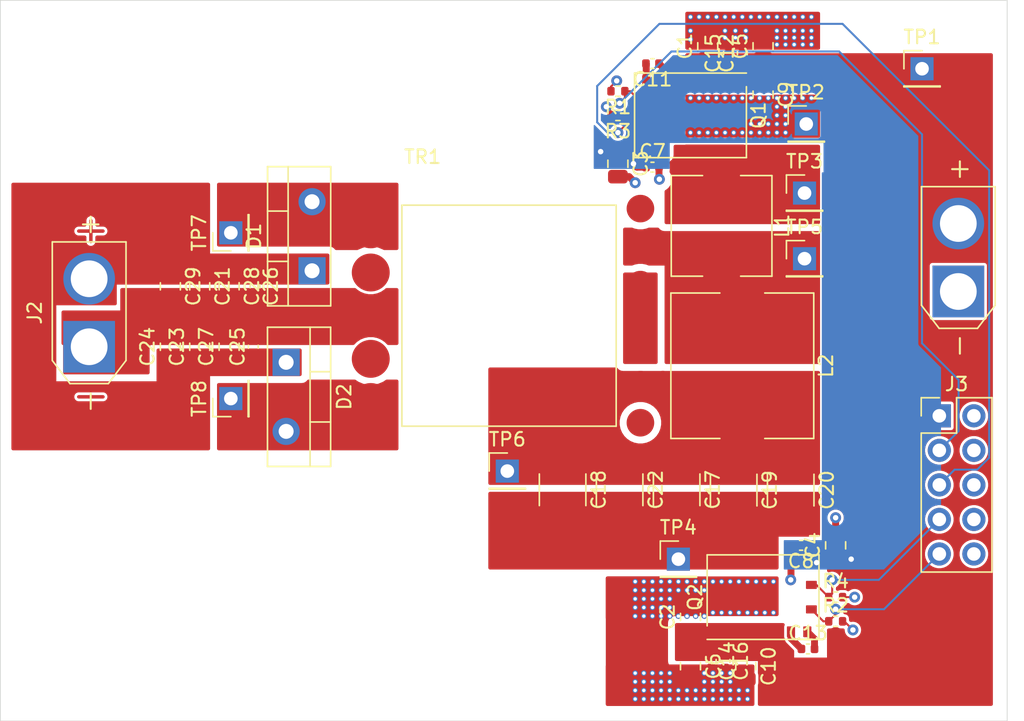
<source format=kicad_pcb>
(kicad_pcb (version 20171130) (host pcbnew 5.1.10)

  (general
    (thickness 1.6)
    (drawings 11)
    (tracks 274)
    (zones 0)
    (modules 51)
    (nets 23)
  )

  (page A4)
  (layers
    (0 F.Cu signal)
    (1 In1.Cu signal)
    (2 In2.Cu signal)
    (31 B.Cu signal)
    (32 B.Adhes user)
    (33 F.Adhes user)
    (34 B.Paste user)
    (35 F.Paste user)
    (36 B.SilkS user)
    (37 F.SilkS user)
    (38 B.Mask user)
    (39 F.Mask user)
    (40 Dwgs.User user)
    (41 Cmts.User user)
    (42 Eco1.User user)
    (43 Eco2.User user)
    (44 Edge.Cuts user)
    (45 Margin user)
    (46 B.CrtYd user)
    (47 F.CrtYd user)
    (48 B.Fab user)
    (49 F.Fab user)
  )

  (setup
    (last_trace_width 0.254)
    (user_trace_width 0.146812)
    (user_trace_width 0.254)
    (user_trace_width 0.508)
    (user_trace_width 1.27)
    (trace_clearance 0.2)
    (zone_clearance 0.0889)
    (zone_45_only no)
    (trace_min 0.0889)
    (via_size 0.8)
    (via_drill 0.4)
    (via_min_size 0.4)
    (via_min_drill 0.25)
    (user_via 0.4 0.25)
    (uvia_size 0.3)
    (uvia_drill 0.1)
    (uvias_allowed no)
    (uvia_min_size 0.2)
    (uvia_min_drill 0.1)
    (edge_width 0.05)
    (segment_width 0.2)
    (pcb_text_width 0.3)
    (pcb_text_size 1.5 1.5)
    (mod_edge_width 0.12)
    (mod_text_size 1 1)
    (mod_text_width 0.15)
    (pad_size 1.524 1.524)
    (pad_drill 0.762)
    (pad_to_mask_clearance 0)
    (aux_axis_origin 0 0)
    (visible_elements FFFFFF7F)
    (pcbplotparams
      (layerselection 0x010fc_ffffffff)
      (usegerberextensions false)
      (usegerberattributes true)
      (usegerberadvancedattributes true)
      (creategerberjobfile true)
      (excludeedgelayer true)
      (linewidth 0.100000)
      (plotframeref false)
      (viasonmask false)
      (mode 1)
      (useauxorigin false)
      (hpglpennumber 1)
      (hpglpenspeed 20)
      (hpglpendiameter 15.000000)
      (psnegative false)
      (psa4output false)
      (plotreference true)
      (plotvalue true)
      (plotinvisibletext false)
      (padsonsilk false)
      (subtractmaskfromsilk false)
      (outputformat 1)
      (mirror false)
      (drillshape 1)
      (scaleselection 1)
      (outputdirectory ""))
  )

  (net 0 "")
  (net 1 GND)
  (net 2 +12V)
  (net 3 +5V)
  (net 4 "Net-(C11-Pad2)")
  (net 5 "Net-(C11-Pad1)")
  (net 6 "Net-(C13-Pad2)")
  (net 7 "Net-(C13-Pad1)")
  (net 8 "Net-(C17-Pad2)")
  (net 9 "Net-(C17-Pad1)")
  (net 10 "Net-(L1-Pad2)")
  (net 11 "Net-(L1-Pad1)")
  (net 12 "Net-(J3-Pad9)")
  (net 13 "Net-(J3-Pad7)")
  (net 14 "Net-(J3-Pad5)")
  (net 15 "Net-(J3-Pad3)")
  (net 16 "Net-(C21-Pad2)")
  (net 17 "Net-(C21-Pad1)")
  (net 18 "Net-(D1-Pad2)")
  (net 19 "Net-(D2-Pad2)")
  (net 20 "Net-(TR1-Pad10)")
  (net 21 "Net-(TR1-Pad8)")
  (net 22 "Net-(TR1-Pad3)")

  (net_class Default "This is the default net class."
    (clearance 0.2)
    (trace_width 0.25)
    (via_dia 0.8)
    (via_drill 0.4)
    (uvia_dia 0.3)
    (uvia_drill 0.1)
    (add_net +12V)
    (add_net +5V)
    (add_net GND)
    (add_net "Net-(C11-Pad1)")
    (add_net "Net-(C11-Pad2)")
    (add_net "Net-(C13-Pad1)")
    (add_net "Net-(C13-Pad2)")
    (add_net "Net-(C17-Pad1)")
    (add_net "Net-(C17-Pad2)")
    (add_net "Net-(C21-Pad1)")
    (add_net "Net-(C21-Pad2)")
    (add_net "Net-(D1-Pad2)")
    (add_net "Net-(D2-Pad2)")
    (add_net "Net-(J3-Pad3)")
    (add_net "Net-(J3-Pad5)")
    (add_net "Net-(J3-Pad7)")
    (add_net "Net-(J3-Pad9)")
    (add_net "Net-(L1-Pad1)")
    (add_net "Net-(L1-Pad2)")
    (add_net "Net-(TR1-Pad10)")
    (add_net "Net-(TR1-Pad3)")
    (add_net "Net-(TR1-Pad8)")
  )

  (module Connector_AMASS:AMASS_XT30U-M_1x02_P5.0mm_Vertical (layer F.Cu) (tedit 5C8E9CCA) (tstamp 60E817FC)
    (at 152.527 141.478 90)
    (descr "Connector XT30 Vertical Cable Male, https://www.tme.eu/en/Document/3cbfa5cfa544d79584972dd5234a409e/XT30U%20SPEC.pdf")
    (tags "RC Connector XT30")
    (path /6152A431)
    (fp_text reference J2 (at 2.5 -4 90) (layer F.SilkS)
      (effects (font (size 1 1) (thickness 0.15)))
    )
    (fp_text value "Power out" (at 2.5 4 90) (layer F.Fab)
      (effects (font (size 1 1) (thickness 0.15)))
    )
    (fp_text user - (at -4 0 90) (layer F.SilkS)
      (effects (font (size 1.5 1.5) (thickness 0.15)))
    )
    (fp_text user + (at 9 0 90) (layer F.SilkS)
      (effects (font (size 1.5 1.5) (thickness 0.15)))
    )
    (fp_text user %R (at 2.5 0 90) (layer F.Fab)
      (effects (font (size 1 1) (thickness 0.15)))
    )
    (fp_line (start -2.6 -1.3) (end -2.6 1.3) (layer F.Fab) (width 0.1))
    (fp_line (start 7.6 -2.6) (end 7.6 2.6) (layer F.Fab) (width 0.1))
    (fp_line (start -0.9 -2.6) (end 7.6 -2.6) (layer F.Fab) (width 0.1))
    (fp_line (start -0.9 2.6) (end 7.6 2.6) (layer F.Fab) (width 0.1))
    (fp_line (start -2.6 -1.3) (end -0.9 -2.6) (layer F.Fab) (width 0.1))
    (fp_line (start -2.6 1.3) (end -0.9 2.6) (layer F.Fab) (width 0.1))
    (fp_line (start -1.01 -2.71) (end 7.71 -2.71) (layer F.SilkS) (width 0.12))
    (fp_line (start 7.71 -2.71) (end 7.71 2.71) (layer F.SilkS) (width 0.12))
    (fp_line (start -1.01 2.71) (end 7.71 2.71) (layer F.SilkS) (width 0.12))
    (fp_line (start -2.71 -1.41) (end -1.01 -2.71) (layer F.SilkS) (width 0.12))
    (fp_line (start -2.71 1.41) (end -1.01 2.71) (layer F.SilkS) (width 0.12))
    (fp_line (start -2.71 -1.41) (end -2.71 1.41) (layer F.SilkS) (width 0.12))
    (fp_line (start -1.4 -3.1) (end 8.1 -3.1) (layer F.CrtYd) (width 0.05))
    (fp_line (start 8.1 -3.1) (end 8.1 3.1) (layer F.CrtYd) (width 0.05))
    (fp_line (start -3.1 -1.8) (end -3.1 1.8) (layer F.CrtYd) (width 0.05))
    (fp_line (start -1.4 3.1) (end 8.1 3.1) (layer F.CrtYd) (width 0.05))
    (fp_line (start -3.1 -1.8) (end -1.4 -3.1) (layer F.CrtYd) (width 0.05))
    (fp_line (start -3.1 1.8) (end -1.4 3.1) (layer F.CrtYd) (width 0.05))
    (pad 2 thru_hole circle (at 5 0 90) (size 3.8 3.8) (drill 2.7) (layers *.Cu *.Mask)
      (net 17 "Net-(C21-Pad1)"))
    (pad 1 thru_hole rect (at 0 0 90) (size 3.8 3.8) (drill 2.7) (layers *.Cu *.Mask)
      (net 16 "Net-(C21-Pad2)"))
    (model ${KISYS3DMOD}/Connector_AMASS.3dshapes/AMASS_XT30U-M_1x02_P5.0mm_Vertical.wrl
      (at (xyz 0 0 0))
      (scale (xyz 1 1 1))
      (rotate (xyz 0 0 0))
    )
  )

  (module Connector_AMASS:AMASS_XT30U-M_1x02_P5.0mm_Vertical (layer F.Cu) (tedit 5C8E9CCA) (tstamp 60E5798D)
    (at 216.408 137.414 90)
    (descr "Connector XT30 Vertical Cable Male, https://www.tme.eu/en/Document/3cbfa5cfa544d79584972dd5234a409e/XT30U%20SPEC.pdf")
    (tags "RC Connector XT30")
    (path /6128E61B)
    (fp_text reference J1 (at 2.5 -4 90) (layer F.SilkS) hide
      (effects (font (size 1 1) (thickness 0.15)))
    )
    (fp_text value "Power in" (at 2.5 4 90) (layer F.Fab)
      (effects (font (size 1 1) (thickness 0.15)))
    )
    (fp_text user - (at -4 0 90) (layer F.SilkS)
      (effects (font (size 1.5 1.5) (thickness 0.15)))
    )
    (fp_text user + (at 9 0 90) (layer F.SilkS)
      (effects (font (size 1.5 1.5) (thickness 0.15)))
    )
    (fp_text user %R (at 2.5 0 90) (layer F.Fab)
      (effects (font (size 1 1) (thickness 0.15)))
    )
    (fp_line (start -2.6 -1.3) (end -2.6 1.3) (layer F.Fab) (width 0.1))
    (fp_line (start 7.6 -2.6) (end 7.6 2.6) (layer F.Fab) (width 0.1))
    (fp_line (start -0.9 -2.6) (end 7.6 -2.6) (layer F.Fab) (width 0.1))
    (fp_line (start -0.9 2.6) (end 7.6 2.6) (layer F.Fab) (width 0.1))
    (fp_line (start -2.6 -1.3) (end -0.9 -2.6) (layer F.Fab) (width 0.1))
    (fp_line (start -2.6 1.3) (end -0.9 2.6) (layer F.Fab) (width 0.1))
    (fp_line (start -1.01 -2.71) (end 7.71 -2.71) (layer F.SilkS) (width 0.12))
    (fp_line (start 7.71 -2.71) (end 7.71 2.71) (layer F.SilkS) (width 0.12))
    (fp_line (start -1.01 2.71) (end 7.71 2.71) (layer F.SilkS) (width 0.12))
    (fp_line (start -2.71 -1.41) (end -1.01 -2.71) (layer F.SilkS) (width 0.12))
    (fp_line (start -2.71 1.41) (end -1.01 2.71) (layer F.SilkS) (width 0.12))
    (fp_line (start -2.71 -1.41) (end -2.71 1.41) (layer F.SilkS) (width 0.12))
    (fp_line (start -1.4 -3.1) (end 8.1 -3.1) (layer F.CrtYd) (width 0.05))
    (fp_line (start 8.1 -3.1) (end 8.1 3.1) (layer F.CrtYd) (width 0.05))
    (fp_line (start -3.1 -1.8) (end -3.1 1.8) (layer F.CrtYd) (width 0.05))
    (fp_line (start -1.4 3.1) (end 8.1 3.1) (layer F.CrtYd) (width 0.05))
    (fp_line (start -3.1 -1.8) (end -1.4 -3.1) (layer F.CrtYd) (width 0.05))
    (fp_line (start -3.1 1.8) (end -1.4 3.1) (layer F.CrtYd) (width 0.05))
    (pad 2 thru_hole circle (at 5 0 90) (size 3.8 3.8) (drill 2.7) (layers *.Cu *.Mask)
      (net 2 +12V))
    (pad 1 thru_hole rect (at 0 0 90) (size 3.8 3.8) (drill 2.7) (layers *.Cu *.Mask)
      (net 1 GND))
    (model ${KISYS3DMOD}/Connector_AMASS.3dshapes/AMASS_XT30U-M_1x02_P5.0mm_Vertical.wrl
      (at (xyz 0 0 0))
      (scale (xyz 1 1 1))
      (rotate (xyz 0 0 0))
    )
  )

  (module Capacitor_SMD:C_0805_2012Metric (layer F.Cu) (tedit 5F68FEEE) (tstamp 60EBED0C)
    (at 158.496 137.033 270)
    (descr "Capacitor SMD 0805 (2012 Metric), square (rectangular) end terminal, IPC_7351 nominal, (Body size source: IPC-SM-782 page 76, https://www.pcb-3d.com/wordpress/wp-content/uploads/ipc-sm-782a_amendment_1_and_2.pdf, https://docs.google.com/spreadsheets/d/1BsfQQcO9C6DZCsRaXUlFlo91Tg2WpOkGARC1WS5S8t0/edit?usp=sharing), generated with kicad-footprint-generator")
    (tags capacitor)
    (path /6166185C)
    (attr smd)
    (fp_text reference C29 (at 0 -1.68 90) (layer F.SilkS)
      (effects (font (size 1 1) (thickness 0.15)))
    )
    (fp_text value 2.2u (at 0 1.68 90) (layer F.Fab)
      (effects (font (size 1 1) (thickness 0.15)))
    )
    (fp_text user %R (at 0 0 90) (layer F.Fab)
      (effects (font (size 0.5 0.5) (thickness 0.08)))
    )
    (fp_line (start -1 0.625) (end -1 -0.625) (layer F.Fab) (width 0.1))
    (fp_line (start -1 -0.625) (end 1 -0.625) (layer F.Fab) (width 0.1))
    (fp_line (start 1 -0.625) (end 1 0.625) (layer F.Fab) (width 0.1))
    (fp_line (start 1 0.625) (end -1 0.625) (layer F.Fab) (width 0.1))
    (fp_line (start -0.261252 -0.735) (end 0.261252 -0.735) (layer F.SilkS) (width 0.12))
    (fp_line (start -0.261252 0.735) (end 0.261252 0.735) (layer F.SilkS) (width 0.12))
    (fp_line (start -1.7 0.98) (end -1.7 -0.98) (layer F.CrtYd) (width 0.05))
    (fp_line (start -1.7 -0.98) (end 1.7 -0.98) (layer F.CrtYd) (width 0.05))
    (fp_line (start 1.7 -0.98) (end 1.7 0.98) (layer F.CrtYd) (width 0.05))
    (fp_line (start 1.7 0.98) (end -1.7 0.98) (layer F.CrtYd) (width 0.05))
    (pad 2 smd roundrect (at 0.95 0 270) (size 1 1.45) (layers F.Cu F.Paste F.Mask) (roundrect_rratio 0.25)
      (net 16 "Net-(C21-Pad2)"))
    (pad 1 smd roundrect (at -0.95 0 270) (size 1 1.45) (layers F.Cu F.Paste F.Mask) (roundrect_rratio 0.25)
      (net 17 "Net-(C21-Pad1)"))
    (model ${KISYS3DMOD}/Capacitor_SMD.3dshapes/C_0805_2012Metric.wrl
      (at (xyz 0 0 0))
      (scale (xyz 1 1 1))
      (rotate (xyz 0 0 0))
    )
  )

  (module Capacitor_SMD:C_0805_2012Metric (layer F.Cu) (tedit 5F68FEEE) (tstamp 60EBDAA1)
    (at 162.814 137.028 270)
    (descr "Capacitor SMD 0805 (2012 Metric), square (rectangular) end terminal, IPC_7351 nominal, (Body size source: IPC-SM-782 page 76, https://www.pcb-3d.com/wordpress/wp-content/uploads/ipc-sm-782a_amendment_1_and_2.pdf, https://docs.google.com/spreadsheets/d/1BsfQQcO9C6DZCsRaXUlFlo91Tg2WpOkGARC1WS5S8t0/edit?usp=sharing), generated with kicad-footprint-generator")
    (tags capacitor)
    (path /61611975)
    (attr smd)
    (fp_text reference C28 (at 0 -1.68 90) (layer F.SilkS)
      (effects (font (size 1 1) (thickness 0.15)))
    )
    (fp_text value 10u (at 0 1.68 90) (layer F.Fab)
      (effects (font (size 1 1) (thickness 0.15)))
    )
    (fp_text user %R (at 0 0 90) (layer F.Fab)
      (effects (font (size 0.5 0.5) (thickness 0.08)))
    )
    (fp_line (start -1 0.625) (end -1 -0.625) (layer F.Fab) (width 0.1))
    (fp_line (start -1 -0.625) (end 1 -0.625) (layer F.Fab) (width 0.1))
    (fp_line (start 1 -0.625) (end 1 0.625) (layer F.Fab) (width 0.1))
    (fp_line (start 1 0.625) (end -1 0.625) (layer F.Fab) (width 0.1))
    (fp_line (start -0.261252 -0.735) (end 0.261252 -0.735) (layer F.SilkS) (width 0.12))
    (fp_line (start -0.261252 0.735) (end 0.261252 0.735) (layer F.SilkS) (width 0.12))
    (fp_line (start -1.7 0.98) (end -1.7 -0.98) (layer F.CrtYd) (width 0.05))
    (fp_line (start -1.7 -0.98) (end 1.7 -0.98) (layer F.CrtYd) (width 0.05))
    (fp_line (start 1.7 -0.98) (end 1.7 0.98) (layer F.CrtYd) (width 0.05))
    (fp_line (start 1.7 0.98) (end -1.7 0.98) (layer F.CrtYd) (width 0.05))
    (pad 2 smd roundrect (at 0.95 0 270) (size 1 1.45) (layers F.Cu F.Paste F.Mask) (roundrect_rratio 0.25)
      (net 16 "Net-(C21-Pad2)"))
    (pad 1 smd roundrect (at -0.95 0 270) (size 1 1.45) (layers F.Cu F.Paste F.Mask) (roundrect_rratio 0.25)
      (net 17 "Net-(C21-Pad1)"))
    (model ${KISYS3DMOD}/Capacitor_SMD.3dshapes/C_0805_2012Metric.wrl
      (at (xyz 0 0 0))
      (scale (xyz 1 1 1))
      (rotate (xyz 0 0 0))
    )
  )

  (module Capacitor_SMD:C_0805_2012Metric (layer F.Cu) (tedit 5F68FEEE) (tstamp 60EBDA90)
    (at 162.814 141.478 90)
    (descr "Capacitor SMD 0805 (2012 Metric), square (rectangular) end terminal, IPC_7351 nominal, (Body size source: IPC-SM-782 page 76, https://www.pcb-3d.com/wordpress/wp-content/uploads/ipc-sm-782a_amendment_1_and_2.pdf, https://docs.google.com/spreadsheets/d/1BsfQQcO9C6DZCsRaXUlFlo91Tg2WpOkGARC1WS5S8t0/edit?usp=sharing), generated with kicad-footprint-generator")
    (tags capacitor)
    (path /61614770)
    (attr smd)
    (fp_text reference C27 (at 0 -1.68 90) (layer F.SilkS)
      (effects (font (size 1 1) (thickness 0.15)))
    )
    (fp_text value 10u (at 0 1.68 90) (layer F.Fab)
      (effects (font (size 1 1) (thickness 0.15)))
    )
    (fp_text user %R (at 0 0 90) (layer F.Fab)
      (effects (font (size 0.5 0.5) (thickness 0.08)))
    )
    (fp_line (start -1 0.625) (end -1 -0.625) (layer F.Fab) (width 0.1))
    (fp_line (start -1 -0.625) (end 1 -0.625) (layer F.Fab) (width 0.1))
    (fp_line (start 1 -0.625) (end 1 0.625) (layer F.Fab) (width 0.1))
    (fp_line (start 1 0.625) (end -1 0.625) (layer F.Fab) (width 0.1))
    (fp_line (start -0.261252 -0.735) (end 0.261252 -0.735) (layer F.SilkS) (width 0.12))
    (fp_line (start -0.261252 0.735) (end 0.261252 0.735) (layer F.SilkS) (width 0.12))
    (fp_line (start -1.7 0.98) (end -1.7 -0.98) (layer F.CrtYd) (width 0.05))
    (fp_line (start -1.7 -0.98) (end 1.7 -0.98) (layer F.CrtYd) (width 0.05))
    (fp_line (start 1.7 -0.98) (end 1.7 0.98) (layer F.CrtYd) (width 0.05))
    (fp_line (start 1.7 0.98) (end -1.7 0.98) (layer F.CrtYd) (width 0.05))
    (pad 2 smd roundrect (at 0.95 0 90) (size 1 1.45) (layers F.Cu F.Paste F.Mask) (roundrect_rratio 0.25)
      (net 16 "Net-(C21-Pad2)"))
    (pad 1 smd roundrect (at -0.95 0 90) (size 1 1.45) (layers F.Cu F.Paste F.Mask) (roundrect_rratio 0.25)
      (net 17 "Net-(C21-Pad1)"))
    (model ${KISYS3DMOD}/Capacitor_SMD.3dshapes/C_0805_2012Metric.wrl
      (at (xyz 0 0 0))
      (scale (xyz 1 1 1))
      (rotate (xyz 0 0 0))
    )
  )

  (module GAN-Power-Stage-Test:PL160 (layer F.Cu) (tedit 60E81296) (tstamp 60E8323F)
    (at 183.134 139.192 180)
    (path /6148E8FB)
    (fp_text reference TR1 (at 6.096 11.684) (layer F.SilkS)
      (effects (font (size 1 1) (thickness 0.15)))
    )
    (fp_text value PL160 (at 6.096 10.16) (layer F.Fab)
      (effects (font (size 1 1) (thickness 0.15)))
    )
    (fp_line (start -11.176 -9.144) (end -11.176 9.144) (layer F.CrtYd) (width 0.12))
    (fp_line (start -11.176 9.144) (end 11.684 9.144) (layer F.CrtYd) (width 0.12))
    (fp_line (start 11.684 9.144) (end 11.684 -9.144) (layer F.CrtYd) (width 0.12))
    (fp_line (start 11.684 -9.144) (end -11.176 -9.144) (layer F.CrtYd) (width 0.12))
    (fp_line (start -8.128 -8.128) (end -8.128 8.128) (layer F.SilkS) (width 0.12))
    (fp_line (start -8.128 8.128) (end 7.62 8.128) (layer F.SilkS) (width 0.12))
    (fp_line (start 7.62 8.128) (end 7.62 -7.62) (layer F.SilkS) (width 0.12))
    (fp_line (start 7.62 -7.62) (end 7.62 -8.128) (layer F.SilkS) (width 0.12))
    (fp_line (start 7.62 -8.128) (end -8.128 -8.128) (layer F.SilkS) (width 0.12))
    (pad 11 smd circle (at 9.91 -6.35 180) (size 2.79 2.79) (layers F.Cu F.Paste F.Mask)
      (net 19 "Net-(D2-Pad2)"))
    (pad 10 smd circle (at 9.91 -3.175 180) (size 2.79 2.79) (layers F.Cu F.Paste F.Mask)
      (net 20 "Net-(TR1-Pad10)"))
    (pad 9 smd circle (at 9.91 0 180) (size 2.79 2.79) (layers F.Cu F.Paste F.Mask)
      (net 16 "Net-(C21-Pad2)"))
    (pad 8 smd circle (at 9.91 3.175 180) (size 2.79 2.79) (layers F.Cu F.Paste F.Mask)
      (net 21 "Net-(TR1-Pad8)"))
    (pad 7 smd circle (at 9.91 6.35 180) (size 2.79 2.79) (layers F.Cu F.Paste F.Mask)
      (net 18 "Net-(D1-Pad2)"))
    (pad 6 smd circle (at -9.91 7.875 180) (size 2.03 2.03) (layers F.Cu F.Paste F.Mask))
    (pad 5 smd circle (at -9.91 5.08 180) (size 2.03 2.03) (layers F.Cu F.Paste F.Mask)
      (net 10 "Net-(L1-Pad2)"))
    (pad 4 smd circle (at -9.91 2.285 180) (size 2.03 2.03) (layers F.Cu F.Paste F.Mask)
      (net 22 "Net-(TR1-Pad3)"))
    (pad 3 smd circle (at -9.91 -2.285 180) (size 2.03 2.03) (layers F.Cu F.Paste F.Mask)
      (net 22 "Net-(TR1-Pad3)"))
    (pad 2 smd circle (at -9.91 -5.08 180) (size 2.03 2.03) (layers F.Cu F.Paste F.Mask)
      (net 9 "Net-(C17-Pad1)"))
    (pad 1 smd circle (at -9.91 -7.875 180) (size 2.03 2.03) (layers F.Cu F.Paste F.Mask))
  )

  (module Connector_PinHeader_2.54mm:PinHeader_1x01_P2.54mm_Vertical (layer F.Cu) (tedit 59FED5CC) (tstamp 60E81AD4)
    (at 162.941 145.288 90)
    (descr "Through hole straight pin header, 1x01, 2.54mm pitch, single row")
    (tags "Through hole pin header THT 1x01 2.54mm single row")
    (path /614E7BED)
    (fp_text reference TP8 (at 0 -2.33 90) (layer F.SilkS)
      (effects (font (size 1 1) (thickness 0.15)))
    )
    (fp_text value TestPoint (at 0 2.33 90) (layer F.Fab)
      (effects (font (size 1 1) (thickness 0.15)))
    )
    (fp_text user %R (at 0 0) (layer F.Fab)
      (effects (font (size 1 1) (thickness 0.15)))
    )
    (fp_line (start -0.635 -1.27) (end 1.27 -1.27) (layer F.Fab) (width 0.1))
    (fp_line (start 1.27 -1.27) (end 1.27 1.27) (layer F.Fab) (width 0.1))
    (fp_line (start 1.27 1.27) (end -1.27 1.27) (layer F.Fab) (width 0.1))
    (fp_line (start -1.27 1.27) (end -1.27 -0.635) (layer F.Fab) (width 0.1))
    (fp_line (start -1.27 -0.635) (end -0.635 -1.27) (layer F.Fab) (width 0.1))
    (fp_line (start -1.33 1.33) (end 1.33 1.33) (layer F.SilkS) (width 0.12))
    (fp_line (start -1.33 1.27) (end -1.33 1.33) (layer F.SilkS) (width 0.12))
    (fp_line (start 1.33 1.27) (end 1.33 1.33) (layer F.SilkS) (width 0.12))
    (fp_line (start -1.33 1.27) (end 1.33 1.27) (layer F.SilkS) (width 0.12))
    (fp_line (start -1.33 0) (end -1.33 -1.33) (layer F.SilkS) (width 0.12))
    (fp_line (start -1.33 -1.33) (end 0 -1.33) (layer F.SilkS) (width 0.12))
    (fp_line (start -1.8 -1.8) (end -1.8 1.8) (layer F.CrtYd) (width 0.05))
    (fp_line (start -1.8 1.8) (end 1.8 1.8) (layer F.CrtYd) (width 0.05))
    (fp_line (start 1.8 1.8) (end 1.8 -1.8) (layer F.CrtYd) (width 0.05))
    (fp_line (start 1.8 -1.8) (end -1.8 -1.8) (layer F.CrtYd) (width 0.05))
    (pad 1 thru_hole rect (at 0 0 90) (size 1.7 1.7) (drill 1) (layers *.Cu *.Mask)
      (net 19 "Net-(D2-Pad2)"))
    (model ${KISYS3DMOD}/Connector_PinHeader_2.54mm.3dshapes/PinHeader_1x01_P2.54mm_Vertical.wrl
      (at (xyz 0 0 0))
      (scale (xyz 1 1 1))
      (rotate (xyz 0 0 0))
    )
  )

  (module Connector_PinHeader_2.54mm:PinHeader_1x01_P2.54mm_Vertical (layer F.Cu) (tedit 59FED5CC) (tstamp 60E81ABF)
    (at 162.941 133.096 90)
    (descr "Through hole straight pin header, 1x01, 2.54mm pitch, single row")
    (tags "Through hole pin header THT 1x01 2.54mm single row")
    (path /614E3B81)
    (fp_text reference TP7 (at 0 -2.33 90) (layer F.SilkS)
      (effects (font (size 1 1) (thickness 0.15)))
    )
    (fp_text value TestPoint (at 0 2.33 90) (layer F.Fab)
      (effects (font (size 1 1) (thickness 0.15)))
    )
    (fp_text user %R (at 0 0) (layer F.Fab)
      (effects (font (size 1 1) (thickness 0.15)))
    )
    (fp_line (start -0.635 -1.27) (end 1.27 -1.27) (layer F.Fab) (width 0.1))
    (fp_line (start 1.27 -1.27) (end 1.27 1.27) (layer F.Fab) (width 0.1))
    (fp_line (start 1.27 1.27) (end -1.27 1.27) (layer F.Fab) (width 0.1))
    (fp_line (start -1.27 1.27) (end -1.27 -0.635) (layer F.Fab) (width 0.1))
    (fp_line (start -1.27 -0.635) (end -0.635 -1.27) (layer F.Fab) (width 0.1))
    (fp_line (start -1.33 1.33) (end 1.33 1.33) (layer F.SilkS) (width 0.12))
    (fp_line (start -1.33 1.27) (end -1.33 1.33) (layer F.SilkS) (width 0.12))
    (fp_line (start 1.33 1.27) (end 1.33 1.33) (layer F.SilkS) (width 0.12))
    (fp_line (start -1.33 1.27) (end 1.33 1.27) (layer F.SilkS) (width 0.12))
    (fp_line (start -1.33 0) (end -1.33 -1.33) (layer F.SilkS) (width 0.12))
    (fp_line (start -1.33 -1.33) (end 0 -1.33) (layer F.SilkS) (width 0.12))
    (fp_line (start -1.8 -1.8) (end -1.8 1.8) (layer F.CrtYd) (width 0.05))
    (fp_line (start -1.8 1.8) (end 1.8 1.8) (layer F.CrtYd) (width 0.05))
    (fp_line (start 1.8 1.8) (end 1.8 -1.8) (layer F.CrtYd) (width 0.05))
    (fp_line (start 1.8 -1.8) (end -1.8 -1.8) (layer F.CrtYd) (width 0.05))
    (pad 1 thru_hole rect (at 0 0 90) (size 1.7 1.7) (drill 1) (layers *.Cu *.Mask)
      (net 18 "Net-(D1-Pad2)"))
    (model ${KISYS3DMOD}/Connector_PinHeader_2.54mm.3dshapes/PinHeader_1x01_P2.54mm_Vertical.wrl
      (at (xyz 0 0 0))
      (scale (xyz 1 1 1))
      (rotate (xyz 0 0 0))
    )
  )

  (module Package_TO_SOT_THT:TO-220-2_Vertical (layer F.Cu) (tedit 5AC8BA0D) (tstamp 60EBDFF9)
    (at 167.005 142.621 270)
    (descr "TO-220-2, Vertical, RM 5.08mm, see https://www.centralsemi.com/PDFS/CASE/TO-220-2PD.PDF")
    (tags "TO-220-2 Vertical RM 5.08mm")
    (path /61508D63)
    (fp_text reference D2 (at 2.54 -4.27 90) (layer F.SilkS)
      (effects (font (size 1 1) (thickness 0.15)))
    )
    (fp_text value BYV79-100 (at 2.54 2.5 90) (layer F.Fab)
      (effects (font (size 1 1) (thickness 0.15)))
    )
    (fp_text user %R (at 2.54 -4.27 90) (layer F.Fab)
      (effects (font (size 1 1) (thickness 0.15)))
    )
    (fp_line (start -2.46 -3.15) (end -2.46 1.25) (layer F.Fab) (width 0.1))
    (fp_line (start -2.46 1.25) (end 7.54 1.25) (layer F.Fab) (width 0.1))
    (fp_line (start 7.54 1.25) (end 7.54 -3.15) (layer F.Fab) (width 0.1))
    (fp_line (start 7.54 -3.15) (end -2.46 -3.15) (layer F.Fab) (width 0.1))
    (fp_line (start -2.46 -1.88) (end 7.54 -1.88) (layer F.Fab) (width 0.1))
    (fp_line (start 0.69 -3.15) (end 0.69 -1.88) (layer F.Fab) (width 0.1))
    (fp_line (start 4.39 -3.15) (end 4.39 -1.88) (layer F.Fab) (width 0.1))
    (fp_line (start -2.58 -3.27) (end 7.66 -3.27) (layer F.SilkS) (width 0.12))
    (fp_line (start -2.58 1.371) (end 7.66 1.371) (layer F.SilkS) (width 0.12))
    (fp_line (start -2.58 -3.27) (end -2.58 1.371) (layer F.SilkS) (width 0.12))
    (fp_line (start 7.66 -3.27) (end 7.66 1.371) (layer F.SilkS) (width 0.12))
    (fp_line (start -2.58 -1.76) (end 7.66 -1.76) (layer F.SilkS) (width 0.12))
    (fp_line (start 0.69 -3.27) (end 0.69 -1.76) (layer F.SilkS) (width 0.12))
    (fp_line (start 4.391 -3.27) (end 4.391 -1.76) (layer F.SilkS) (width 0.12))
    (fp_line (start -2.71 -3.4) (end -2.71 1.51) (layer F.CrtYd) (width 0.05))
    (fp_line (start -2.71 1.51) (end 7.79 1.51) (layer F.CrtYd) (width 0.05))
    (fp_line (start 7.79 1.51) (end 7.79 -3.4) (layer F.CrtYd) (width 0.05))
    (fp_line (start 7.79 -3.4) (end -2.71 -3.4) (layer F.CrtYd) (width 0.05))
    (pad 2 thru_hole oval (at 5.08 0 270) (size 2 2) (drill 1.1) (layers *.Cu *.Mask)
      (net 19 "Net-(D2-Pad2)"))
    (pad 1 thru_hole rect (at 0 0 270) (size 2 2) (drill 1.1) (layers *.Cu *.Mask)
      (net 17 "Net-(C21-Pad1)"))
    (model ${KISYS3DMOD}/Package_TO_SOT_THT.3dshapes/TO-220-2_Vertical.wrl
      (at (xyz 0 0 0))
      (scale (xyz 1 1 1))
      (rotate (xyz 0 0 0))
    )
  )

  (module Package_TO_SOT_THT:TO-220-2_Vertical (layer F.Cu) (tedit 5AC8BA0D) (tstamp 60E8179A)
    (at 168.91 135.89 90)
    (descr "TO-220-2, Vertical, RM 5.08mm, see https://www.centralsemi.com/PDFS/CASE/TO-220-2PD.PDF")
    (tags "TO-220-2 Vertical RM 5.08mm")
    (path /614FAF0D)
    (fp_text reference D1 (at 2.54 -4.27 90) (layer F.SilkS)
      (effects (font (size 1 1) (thickness 0.15)))
    )
    (fp_text value BYV79-100 (at 2.54 2.5 90) (layer F.Fab)
      (effects (font (size 1 1) (thickness 0.15)))
    )
    (fp_text user %R (at 2.54 -4.27 90) (layer F.Fab)
      (effects (font (size 1 1) (thickness 0.15)))
    )
    (fp_line (start -2.46 -3.15) (end -2.46 1.25) (layer F.Fab) (width 0.1))
    (fp_line (start -2.46 1.25) (end 7.54 1.25) (layer F.Fab) (width 0.1))
    (fp_line (start 7.54 1.25) (end 7.54 -3.15) (layer F.Fab) (width 0.1))
    (fp_line (start 7.54 -3.15) (end -2.46 -3.15) (layer F.Fab) (width 0.1))
    (fp_line (start -2.46 -1.88) (end 7.54 -1.88) (layer F.Fab) (width 0.1))
    (fp_line (start 0.69 -3.15) (end 0.69 -1.88) (layer F.Fab) (width 0.1))
    (fp_line (start 4.39 -3.15) (end 4.39 -1.88) (layer F.Fab) (width 0.1))
    (fp_line (start -2.58 -3.27) (end 7.66 -3.27) (layer F.SilkS) (width 0.12))
    (fp_line (start -2.58 1.371) (end 7.66 1.371) (layer F.SilkS) (width 0.12))
    (fp_line (start -2.58 -3.27) (end -2.58 1.371) (layer F.SilkS) (width 0.12))
    (fp_line (start 7.66 -3.27) (end 7.66 1.371) (layer F.SilkS) (width 0.12))
    (fp_line (start -2.58 -1.76) (end 7.66 -1.76) (layer F.SilkS) (width 0.12))
    (fp_line (start 0.69 -3.27) (end 0.69 -1.76) (layer F.SilkS) (width 0.12))
    (fp_line (start 4.391 -3.27) (end 4.391 -1.76) (layer F.SilkS) (width 0.12))
    (fp_line (start -2.71 -3.4) (end -2.71 1.51) (layer F.CrtYd) (width 0.05))
    (fp_line (start -2.71 1.51) (end 7.79 1.51) (layer F.CrtYd) (width 0.05))
    (fp_line (start 7.79 1.51) (end 7.79 -3.4) (layer F.CrtYd) (width 0.05))
    (fp_line (start 7.79 -3.4) (end -2.71 -3.4) (layer F.CrtYd) (width 0.05))
    (pad 2 thru_hole oval (at 5.08 0 90) (size 2 2) (drill 1.1) (layers *.Cu *.Mask)
      (net 18 "Net-(D1-Pad2)"))
    (pad 1 thru_hole rect (at 0 0 90) (size 2 2) (drill 1.1) (layers *.Cu *.Mask)
      (net 17 "Net-(C21-Pad1)"))
    (model ${KISYS3DMOD}/Package_TO_SOT_THT.3dshapes/TO-220-2_Vertical.wrl
      (at (xyz 0 0 0))
      (scale (xyz 1 1 1))
      (rotate (xyz 0 0 0))
    )
  )

  (module Capacitor_SMD:C_0402_1005Metric (layer F.Cu) (tedit 5F68FEEE) (tstamp 60E81781)
    (at 164.719 137.033 270)
    (descr "Capacitor SMD 0402 (1005 Metric), square (rectangular) end terminal, IPC_7351 nominal, (Body size source: IPC-SM-782 page 76, https://www.pcb-3d.com/wordpress/wp-content/uploads/ipc-sm-782a_amendment_1_and_2.pdf), generated with kicad-footprint-generator")
    (tags capacitor)
    (path /6154B4F9)
    (attr smd)
    (fp_text reference C26 (at 0 -1.16 90) (layer F.SilkS)
      (effects (font (size 1 1) (thickness 0.15)))
    )
    (fp_text value 100n (at 0 1.16 90) (layer F.Fab)
      (effects (font (size 1 1) (thickness 0.15)))
    )
    (fp_text user %R (at 0 0 90) (layer F.Fab)
      (effects (font (size 0.25 0.25) (thickness 0.04)))
    )
    (fp_line (start -0.5 0.25) (end -0.5 -0.25) (layer F.Fab) (width 0.1))
    (fp_line (start -0.5 -0.25) (end 0.5 -0.25) (layer F.Fab) (width 0.1))
    (fp_line (start 0.5 -0.25) (end 0.5 0.25) (layer F.Fab) (width 0.1))
    (fp_line (start 0.5 0.25) (end -0.5 0.25) (layer F.Fab) (width 0.1))
    (fp_line (start -0.107836 -0.36) (end 0.107836 -0.36) (layer F.SilkS) (width 0.12))
    (fp_line (start -0.107836 0.36) (end 0.107836 0.36) (layer F.SilkS) (width 0.12))
    (fp_line (start -0.91 0.46) (end -0.91 -0.46) (layer F.CrtYd) (width 0.05))
    (fp_line (start -0.91 -0.46) (end 0.91 -0.46) (layer F.CrtYd) (width 0.05))
    (fp_line (start 0.91 -0.46) (end 0.91 0.46) (layer F.CrtYd) (width 0.05))
    (fp_line (start 0.91 0.46) (end -0.91 0.46) (layer F.CrtYd) (width 0.05))
    (pad 2 smd roundrect (at 0.48 0 270) (size 0.56 0.62) (layers F.Cu F.Paste F.Mask) (roundrect_rratio 0.25)
      (net 16 "Net-(C21-Pad2)"))
    (pad 1 smd roundrect (at -0.48 0 270) (size 0.56 0.62) (layers F.Cu F.Paste F.Mask) (roundrect_rratio 0.25)
      (net 17 "Net-(C21-Pad1)"))
    (model ${KISYS3DMOD}/Capacitor_SMD.3dshapes/C_0402_1005Metric.wrl
      (at (xyz 0 0 0))
      (scale (xyz 1 1 1))
      (rotate (xyz 0 0 0))
    )
  )

  (module Capacitor_SMD:C_0402_1005Metric (layer F.Cu) (tedit 5F68FEEE) (tstamp 60E81770)
    (at 164.592 141.478 90)
    (descr "Capacitor SMD 0402 (1005 Metric), square (rectangular) end terminal, IPC_7351 nominal, (Body size source: IPC-SM-782 page 76, https://www.pcb-3d.com/wordpress/wp-content/uploads/ipc-sm-782a_amendment_1_and_2.pdf), generated with kicad-footprint-generator")
    (tags capacitor)
    (path /6154B50B)
    (attr smd)
    (fp_text reference C25 (at 0 -1.16 90) (layer F.SilkS)
      (effects (font (size 1 1) (thickness 0.15)))
    )
    (fp_text value 100n (at 0 1.16 90) (layer F.Fab)
      (effects (font (size 1 1) (thickness 0.15)))
    )
    (fp_text user %R (at 0 0 90) (layer F.Fab)
      (effects (font (size 0.25 0.25) (thickness 0.04)))
    )
    (fp_line (start -0.5 0.25) (end -0.5 -0.25) (layer F.Fab) (width 0.1))
    (fp_line (start -0.5 -0.25) (end 0.5 -0.25) (layer F.Fab) (width 0.1))
    (fp_line (start 0.5 -0.25) (end 0.5 0.25) (layer F.Fab) (width 0.1))
    (fp_line (start 0.5 0.25) (end -0.5 0.25) (layer F.Fab) (width 0.1))
    (fp_line (start -0.107836 -0.36) (end 0.107836 -0.36) (layer F.SilkS) (width 0.12))
    (fp_line (start -0.107836 0.36) (end 0.107836 0.36) (layer F.SilkS) (width 0.12))
    (fp_line (start -0.91 0.46) (end -0.91 -0.46) (layer F.CrtYd) (width 0.05))
    (fp_line (start -0.91 -0.46) (end 0.91 -0.46) (layer F.CrtYd) (width 0.05))
    (fp_line (start 0.91 -0.46) (end 0.91 0.46) (layer F.CrtYd) (width 0.05))
    (fp_line (start 0.91 0.46) (end -0.91 0.46) (layer F.CrtYd) (width 0.05))
    (pad 2 smd roundrect (at 0.48 0 90) (size 0.56 0.62) (layers F.Cu F.Paste F.Mask) (roundrect_rratio 0.25)
      (net 16 "Net-(C21-Pad2)"))
    (pad 1 smd roundrect (at -0.48 0 90) (size 0.56 0.62) (layers F.Cu F.Paste F.Mask) (roundrect_rratio 0.25)
      (net 17 "Net-(C21-Pad1)"))
    (model ${KISYS3DMOD}/Capacitor_SMD.3dshapes/C_0402_1005Metric.wrl
      (at (xyz 0 0 0))
      (scale (xyz 1 1 1))
      (rotate (xyz 0 0 0))
    )
  )

  (module Capacitor_SMD:C_0805_2012Metric (layer F.Cu) (tedit 5F68FEEE) (tstamp 60E8175F)
    (at 158.496 141.478 90)
    (descr "Capacitor SMD 0805 (2012 Metric), square (rectangular) end terminal, IPC_7351 nominal, (Body size source: IPC-SM-782 page 76, https://www.pcb-3d.com/wordpress/wp-content/uploads/ipc-sm-782a_amendment_1_and_2.pdf, https://docs.google.com/spreadsheets/d/1BsfQQcO9C6DZCsRaXUlFlo91Tg2WpOkGARC1WS5S8t0/edit?usp=sharing), generated with kicad-footprint-generator")
    (tags capacitor)
    (path /6154B521)
    (attr smd)
    (fp_text reference C24 (at 0 -1.68 90) (layer F.SilkS)
      (effects (font (size 1 1) (thickness 0.15)))
    )
    (fp_text value 2.2u (at 0 1.68 90) (layer F.Fab)
      (effects (font (size 1 1) (thickness 0.15)))
    )
    (fp_text user %R (at 0 0 90) (layer F.Fab)
      (effects (font (size 0.5 0.5) (thickness 0.08)))
    )
    (fp_line (start -1 0.625) (end -1 -0.625) (layer F.Fab) (width 0.1))
    (fp_line (start -1 -0.625) (end 1 -0.625) (layer F.Fab) (width 0.1))
    (fp_line (start 1 -0.625) (end 1 0.625) (layer F.Fab) (width 0.1))
    (fp_line (start 1 0.625) (end -1 0.625) (layer F.Fab) (width 0.1))
    (fp_line (start -0.261252 -0.735) (end 0.261252 -0.735) (layer F.SilkS) (width 0.12))
    (fp_line (start -0.261252 0.735) (end 0.261252 0.735) (layer F.SilkS) (width 0.12))
    (fp_line (start -1.7 0.98) (end -1.7 -0.98) (layer F.CrtYd) (width 0.05))
    (fp_line (start -1.7 -0.98) (end 1.7 -0.98) (layer F.CrtYd) (width 0.05))
    (fp_line (start 1.7 -0.98) (end 1.7 0.98) (layer F.CrtYd) (width 0.05))
    (fp_line (start 1.7 0.98) (end -1.7 0.98) (layer F.CrtYd) (width 0.05))
    (pad 2 smd roundrect (at 0.95 0 90) (size 1 1.45) (layers F.Cu F.Paste F.Mask) (roundrect_rratio 0.25)
      (net 16 "Net-(C21-Pad2)"))
    (pad 1 smd roundrect (at -0.95 0 90) (size 1 1.45) (layers F.Cu F.Paste F.Mask) (roundrect_rratio 0.25)
      (net 17 "Net-(C21-Pad1)"))
    (model ${KISYS3DMOD}/Capacitor_SMD.3dshapes/C_0805_2012Metric.wrl
      (at (xyz 0 0 0))
      (scale (xyz 1 1 1))
      (rotate (xyz 0 0 0))
    )
  )

  (module Capacitor_SMD:C_0805_2012Metric (layer F.Cu) (tedit 5F68FEEE) (tstamp 60E8174E)
    (at 160.655 141.478 90)
    (descr "Capacitor SMD 0805 (2012 Metric), square (rectangular) end terminal, IPC_7351 nominal, (Body size source: IPC-SM-782 page 76, https://www.pcb-3d.com/wordpress/wp-content/uploads/ipc-sm-782a_amendment_1_and_2.pdf, https://docs.google.com/spreadsheets/d/1BsfQQcO9C6DZCsRaXUlFlo91Tg2WpOkGARC1WS5S8t0/edit?usp=sharing), generated with kicad-footprint-generator")
    (tags capacitor)
    (path /6154B505)
    (attr smd)
    (fp_text reference C23 (at 0 -1.68 90) (layer F.SilkS)
      (effects (font (size 1 1) (thickness 0.15)))
    )
    (fp_text value 10u (at 0 1.68 90) (layer F.Fab)
      (effects (font (size 1 1) (thickness 0.15)))
    )
    (fp_text user %R (at 0 0 90) (layer F.Fab)
      (effects (font (size 0.5 0.5) (thickness 0.08)))
    )
    (fp_line (start -1 0.625) (end -1 -0.625) (layer F.Fab) (width 0.1))
    (fp_line (start -1 -0.625) (end 1 -0.625) (layer F.Fab) (width 0.1))
    (fp_line (start 1 -0.625) (end 1 0.625) (layer F.Fab) (width 0.1))
    (fp_line (start 1 0.625) (end -1 0.625) (layer F.Fab) (width 0.1))
    (fp_line (start -0.261252 -0.735) (end 0.261252 -0.735) (layer F.SilkS) (width 0.12))
    (fp_line (start -0.261252 0.735) (end 0.261252 0.735) (layer F.SilkS) (width 0.12))
    (fp_line (start -1.7 0.98) (end -1.7 -0.98) (layer F.CrtYd) (width 0.05))
    (fp_line (start -1.7 -0.98) (end 1.7 -0.98) (layer F.CrtYd) (width 0.05))
    (fp_line (start 1.7 -0.98) (end 1.7 0.98) (layer F.CrtYd) (width 0.05))
    (fp_line (start 1.7 0.98) (end -1.7 0.98) (layer F.CrtYd) (width 0.05))
    (pad 2 smd roundrect (at 0.95 0 90) (size 1 1.45) (layers F.Cu F.Paste F.Mask) (roundrect_rratio 0.25)
      (net 16 "Net-(C21-Pad2)"))
    (pad 1 smd roundrect (at -0.95 0 90) (size 1 1.45) (layers F.Cu F.Paste F.Mask) (roundrect_rratio 0.25)
      (net 17 "Net-(C21-Pad1)"))
    (model ${KISYS3DMOD}/Capacitor_SMD.3dshapes/C_0805_2012Metric.wrl
      (at (xyz 0 0 0))
      (scale (xyz 1 1 1))
      (rotate (xyz 0 0 0))
    )
  )

  (module Capacitor_SMD:C_1812_4532Metric_Pad1.57x3.40mm_HandSolder (layer F.Cu) (tedit 5F68FEEF) (tstamp 60E46273)
    (at 191.516 151.9975 270)
    (descr "Capacitor SMD 1812 (4532 Metric), square (rectangular) end terminal, IPC_7351 nominal with elongated pad for handsoldering. (Body size source: IPC-SM-782 page 76, https://www.pcb-3d.com/wordpress/wp-content/uploads/ipc-sm-782a_amendment_1_and_2.pdf), generated with kicad-footprint-generator")
    (tags "capacitor handsolder")
    (path /60F3C24A)
    (attr smd)
    (fp_text reference C22 (at 0 -2.65 90) (layer F.SilkS)
      (effects (font (size 1 1) (thickness 0.15)))
    )
    (fp_text value 100nF (at 0 2.65 90) (layer F.Fab)
      (effects (font (size 1 1) (thickness 0.15)))
    )
    (fp_text user %R (at 0 0 90) (layer F.Fab)
      (effects (font (size 1 1) (thickness 0.15)))
    )
    (fp_line (start -2.25 1.6) (end -2.25 -1.6) (layer F.Fab) (width 0.1))
    (fp_line (start -2.25 -1.6) (end 2.25 -1.6) (layer F.Fab) (width 0.1))
    (fp_line (start 2.25 -1.6) (end 2.25 1.6) (layer F.Fab) (width 0.1))
    (fp_line (start 2.25 1.6) (end -2.25 1.6) (layer F.Fab) (width 0.1))
    (fp_line (start -1.161252 -1.71) (end 1.161252 -1.71) (layer F.SilkS) (width 0.12))
    (fp_line (start -1.161252 1.71) (end 1.161252 1.71) (layer F.SilkS) (width 0.12))
    (fp_line (start -3.18 1.95) (end -3.18 -1.95) (layer F.CrtYd) (width 0.05))
    (fp_line (start -3.18 -1.95) (end 3.18 -1.95) (layer F.CrtYd) (width 0.05))
    (fp_line (start 3.18 -1.95) (end 3.18 1.95) (layer F.CrtYd) (width 0.05))
    (fp_line (start 3.18 1.95) (end -3.18 1.95) (layer F.CrtYd) (width 0.05))
    (pad 2 smd roundrect (at 2.1375 0 270) (size 1.575 3.4) (layers F.Cu F.Paste F.Mask) (roundrect_rratio 0.15873)
      (net 8 "Net-(C17-Pad2)"))
    (pad 1 smd roundrect (at -2.1375 0 270) (size 1.575 3.4) (layers F.Cu F.Paste F.Mask) (roundrect_rratio 0.15873)
      (net 9 "Net-(C17-Pad1)"))
    (model ${KISYS3DMOD}/Capacitor_SMD.3dshapes/C_1812_4532Metric.wrl
      (at (xyz 0 0 0))
      (scale (xyz 1 1 1))
      (rotate (xyz 0 0 0))
    )
  )

  (module Capacitor_SMD:C_0805_2012Metric (layer F.Cu) (tedit 5F68FEEE) (tstamp 60E8172D)
    (at 160.655 137.033 270)
    (descr "Capacitor SMD 0805 (2012 Metric), square (rectangular) end terminal, IPC_7351 nominal, (Body size source: IPC-SM-782 page 76, https://www.pcb-3d.com/wordpress/wp-content/uploads/ipc-sm-782a_amendment_1_and_2.pdf, https://docs.google.com/spreadsheets/d/1BsfQQcO9C6DZCsRaXUlFlo91Tg2WpOkGARC1WS5S8t0/edit?usp=sharing), generated with kicad-footprint-generator")
    (tags capacitor)
    (path /6154B519)
    (attr smd)
    (fp_text reference C21 (at 0 -1.68 90) (layer F.SilkS)
      (effects (font (size 1 1) (thickness 0.15)))
    )
    (fp_text value 10u (at 0 1.68 90) (layer F.Fab)
      (effects (font (size 1 1) (thickness 0.15)))
    )
    (fp_text user %R (at 0 0 90) (layer F.Fab)
      (effects (font (size 0.5 0.5) (thickness 0.08)))
    )
    (fp_line (start -1 0.625) (end -1 -0.625) (layer F.Fab) (width 0.1))
    (fp_line (start -1 -0.625) (end 1 -0.625) (layer F.Fab) (width 0.1))
    (fp_line (start 1 -0.625) (end 1 0.625) (layer F.Fab) (width 0.1))
    (fp_line (start 1 0.625) (end -1 0.625) (layer F.Fab) (width 0.1))
    (fp_line (start -0.261252 -0.735) (end 0.261252 -0.735) (layer F.SilkS) (width 0.12))
    (fp_line (start -0.261252 0.735) (end 0.261252 0.735) (layer F.SilkS) (width 0.12))
    (fp_line (start -1.7 0.98) (end -1.7 -0.98) (layer F.CrtYd) (width 0.05))
    (fp_line (start -1.7 -0.98) (end 1.7 -0.98) (layer F.CrtYd) (width 0.05))
    (fp_line (start 1.7 -0.98) (end 1.7 0.98) (layer F.CrtYd) (width 0.05))
    (fp_line (start 1.7 0.98) (end -1.7 0.98) (layer F.CrtYd) (width 0.05))
    (pad 2 smd roundrect (at 0.95 0 270) (size 1 1.45) (layers F.Cu F.Paste F.Mask) (roundrect_rratio 0.25)
      (net 16 "Net-(C21-Pad2)"))
    (pad 1 smd roundrect (at -0.95 0 270) (size 1 1.45) (layers F.Cu F.Paste F.Mask) (roundrect_rratio 0.25)
      (net 17 "Net-(C21-Pad1)"))
    (model ${KISYS3DMOD}/Capacitor_SMD.3dshapes/C_0805_2012Metric.wrl
      (at (xyz 0 0 0))
      (scale (xyz 1 1 1))
      (rotate (xyz 0 0 0))
    )
  )

  (module Capacitor_SMD:C_1812_4532Metric_Pad1.57x3.40mm_HandSolder (layer F.Cu) (tedit 5F68FEEF) (tstamp 60E8171C)
    (at 204.089 152.019 270)
    (descr "Capacitor SMD 1812 (4532 Metric), square (rectangular) end terminal, IPC_7351 nominal with elongated pad for handsoldering. (Body size source: IPC-SM-782 page 76, https://www.pcb-3d.com/wordpress/wp-content/uploads/ipc-sm-782a_amendment_1_and_2.pdf), generated with kicad-footprint-generator")
    (tags "capacitor handsolder")
    (path /61463D9F)
    (attr smd)
    (fp_text reference C20 (at 0 -2.65 90) (layer F.SilkS)
      (effects (font (size 1 1) (thickness 0.15)))
    )
    (fp_text value 100nF (at 0 2.65 90) (layer F.Fab)
      (effects (font (size 1 1) (thickness 0.15)))
    )
    (fp_text user %R (at 0 0 90) (layer F.Fab)
      (effects (font (size 1 1) (thickness 0.15)))
    )
    (fp_line (start -2.25 1.6) (end -2.25 -1.6) (layer F.Fab) (width 0.1))
    (fp_line (start -2.25 -1.6) (end 2.25 -1.6) (layer F.Fab) (width 0.1))
    (fp_line (start 2.25 -1.6) (end 2.25 1.6) (layer F.Fab) (width 0.1))
    (fp_line (start 2.25 1.6) (end -2.25 1.6) (layer F.Fab) (width 0.1))
    (fp_line (start -1.161252 -1.71) (end 1.161252 -1.71) (layer F.SilkS) (width 0.12))
    (fp_line (start -1.161252 1.71) (end 1.161252 1.71) (layer F.SilkS) (width 0.12))
    (fp_line (start -3.18 1.95) (end -3.18 -1.95) (layer F.CrtYd) (width 0.05))
    (fp_line (start -3.18 -1.95) (end 3.18 -1.95) (layer F.CrtYd) (width 0.05))
    (fp_line (start 3.18 -1.95) (end 3.18 1.95) (layer F.CrtYd) (width 0.05))
    (fp_line (start 3.18 1.95) (end -3.18 1.95) (layer F.CrtYd) (width 0.05))
    (pad 2 smd roundrect (at 2.1375 0 270) (size 1.575 3.4) (layers F.Cu F.Paste F.Mask) (roundrect_rratio 0.15873)
      (net 8 "Net-(C17-Pad2)"))
    (pad 1 smd roundrect (at -2.1375 0 270) (size 1.575 3.4) (layers F.Cu F.Paste F.Mask) (roundrect_rratio 0.15873)
      (net 9 "Net-(C17-Pad1)"))
    (model ${KISYS3DMOD}/Capacitor_SMD.3dshapes/C_1812_4532Metric.wrl
      (at (xyz 0 0 0))
      (scale (xyz 1 1 1))
      (rotate (xyz 0 0 0))
    )
  )

  (module Capacitor_SMD:C_1812_4532Metric_Pad1.57x3.40mm_HandSolder (layer F.Cu) (tedit 5F68FEEF) (tstamp 60E8170B)
    (at 199.898 152.019 270)
    (descr "Capacitor SMD 1812 (4532 Metric), square (rectangular) end terminal, IPC_7351 nominal with elongated pad for handsoldering. (Body size source: IPC-SM-782 page 76, https://www.pcb-3d.com/wordpress/wp-content/uploads/ipc-sm-782a_amendment_1_and_2.pdf), generated with kicad-footprint-generator")
    (tags "capacitor handsolder")
    (path /61466434)
    (attr smd)
    (fp_text reference C19 (at 0 -2.65 90) (layer F.SilkS)
      (effects (font (size 1 1) (thickness 0.15)))
    )
    (fp_text value 100nF (at 0 2.65 90) (layer F.Fab)
      (effects (font (size 1 1) (thickness 0.15)))
    )
    (fp_text user %R (at 0 0 90) (layer F.Fab)
      (effects (font (size 1 1) (thickness 0.15)))
    )
    (fp_line (start -2.25 1.6) (end -2.25 -1.6) (layer F.Fab) (width 0.1))
    (fp_line (start -2.25 -1.6) (end 2.25 -1.6) (layer F.Fab) (width 0.1))
    (fp_line (start 2.25 -1.6) (end 2.25 1.6) (layer F.Fab) (width 0.1))
    (fp_line (start 2.25 1.6) (end -2.25 1.6) (layer F.Fab) (width 0.1))
    (fp_line (start -1.161252 -1.71) (end 1.161252 -1.71) (layer F.SilkS) (width 0.12))
    (fp_line (start -1.161252 1.71) (end 1.161252 1.71) (layer F.SilkS) (width 0.12))
    (fp_line (start -3.18 1.95) (end -3.18 -1.95) (layer F.CrtYd) (width 0.05))
    (fp_line (start -3.18 -1.95) (end 3.18 -1.95) (layer F.CrtYd) (width 0.05))
    (fp_line (start 3.18 -1.95) (end 3.18 1.95) (layer F.CrtYd) (width 0.05))
    (fp_line (start 3.18 1.95) (end -3.18 1.95) (layer F.CrtYd) (width 0.05))
    (pad 2 smd roundrect (at 2.1375 0 270) (size 1.575 3.4) (layers F.Cu F.Paste F.Mask) (roundrect_rratio 0.15873)
      (net 8 "Net-(C17-Pad2)"))
    (pad 1 smd roundrect (at -2.1375 0 270) (size 1.575 3.4) (layers F.Cu F.Paste F.Mask) (roundrect_rratio 0.15873)
      (net 9 "Net-(C17-Pad1)"))
    (model ${KISYS3DMOD}/Capacitor_SMD.3dshapes/C_1812_4532Metric.wrl
      (at (xyz 0 0 0))
      (scale (xyz 1 1 1))
      (rotate (xyz 0 0 0))
    )
  )

  (module Capacitor_SMD:C_1812_4532Metric_Pad1.57x3.40mm_HandSolder (layer F.Cu) (tedit 5F68FEEF) (tstamp 60E816FA)
    (at 187.325 151.9975 270)
    (descr "Capacitor SMD 1812 (4532 Metric), square (rectangular) end terminal, IPC_7351 nominal with elongated pad for handsoldering. (Body size source: IPC-SM-782 page 76, https://www.pcb-3d.com/wordpress/wp-content/uploads/ipc-sm-782a_amendment_1_and_2.pdf), generated with kicad-footprint-generator")
    (tags "capacitor handsolder")
    (path /61468A1F)
    (attr smd)
    (fp_text reference C18 (at 0 -2.65 90) (layer F.SilkS)
      (effects (font (size 1 1) (thickness 0.15)))
    )
    (fp_text value 100nF (at 0 2.65 90) (layer F.Fab)
      (effects (font (size 1 1) (thickness 0.15)))
    )
    (fp_text user %R (at 0 0 90) (layer F.Fab)
      (effects (font (size 1 1) (thickness 0.15)))
    )
    (fp_line (start -2.25 1.6) (end -2.25 -1.6) (layer F.Fab) (width 0.1))
    (fp_line (start -2.25 -1.6) (end 2.25 -1.6) (layer F.Fab) (width 0.1))
    (fp_line (start 2.25 -1.6) (end 2.25 1.6) (layer F.Fab) (width 0.1))
    (fp_line (start 2.25 1.6) (end -2.25 1.6) (layer F.Fab) (width 0.1))
    (fp_line (start -1.161252 -1.71) (end 1.161252 -1.71) (layer F.SilkS) (width 0.12))
    (fp_line (start -1.161252 1.71) (end 1.161252 1.71) (layer F.SilkS) (width 0.12))
    (fp_line (start -3.18 1.95) (end -3.18 -1.95) (layer F.CrtYd) (width 0.05))
    (fp_line (start -3.18 -1.95) (end 3.18 -1.95) (layer F.CrtYd) (width 0.05))
    (fp_line (start 3.18 -1.95) (end 3.18 1.95) (layer F.CrtYd) (width 0.05))
    (fp_line (start 3.18 1.95) (end -3.18 1.95) (layer F.CrtYd) (width 0.05))
    (pad 2 smd roundrect (at 2.1375 0 270) (size 1.575 3.4) (layers F.Cu F.Paste F.Mask) (roundrect_rratio 0.15873)
      (net 8 "Net-(C17-Pad2)"))
    (pad 1 smd roundrect (at -2.1375 0 270) (size 1.575 3.4) (layers F.Cu F.Paste F.Mask) (roundrect_rratio 0.15873)
      (net 9 "Net-(C17-Pad1)"))
    (model ${KISYS3DMOD}/Capacitor_SMD.3dshapes/C_1812_4532Metric.wrl
      (at (xyz 0 0 0))
      (scale (xyz 1 1 1))
      (rotate (xyz 0 0 0))
    )
  )

  (module Capacitor_SMD:C_1812_4532Metric_Pad1.57x3.40mm_HandSolder (layer F.Cu) (tedit 5F68FEEF) (tstamp 60E816E9)
    (at 195.707 151.9975 270)
    (descr "Capacitor SMD 1812 (4532 Metric), square (rectangular) end terminal, IPC_7351 nominal with elongated pad for handsoldering. (Body size source: IPC-SM-782 page 76, https://www.pcb-3d.com/wordpress/wp-content/uploads/ipc-sm-782a_amendment_1_and_2.pdf), generated with kicad-footprint-generator")
    (tags "capacitor handsolder")
    (path /6146AFC0)
    (attr smd)
    (fp_text reference C17 (at 0 -2.65 90) (layer F.SilkS)
      (effects (font (size 1 1) (thickness 0.15)))
    )
    (fp_text value 100nF (at 0 2.65 90) (layer F.Fab)
      (effects (font (size 1 1) (thickness 0.15)))
    )
    (fp_text user %R (at 0 0 90) (layer F.Fab)
      (effects (font (size 1 1) (thickness 0.15)))
    )
    (fp_line (start -2.25 1.6) (end -2.25 -1.6) (layer F.Fab) (width 0.1))
    (fp_line (start -2.25 -1.6) (end 2.25 -1.6) (layer F.Fab) (width 0.1))
    (fp_line (start 2.25 -1.6) (end 2.25 1.6) (layer F.Fab) (width 0.1))
    (fp_line (start 2.25 1.6) (end -2.25 1.6) (layer F.Fab) (width 0.1))
    (fp_line (start -1.161252 -1.71) (end 1.161252 -1.71) (layer F.SilkS) (width 0.12))
    (fp_line (start -1.161252 1.71) (end 1.161252 1.71) (layer F.SilkS) (width 0.12))
    (fp_line (start -3.18 1.95) (end -3.18 -1.95) (layer F.CrtYd) (width 0.05))
    (fp_line (start -3.18 -1.95) (end 3.18 -1.95) (layer F.CrtYd) (width 0.05))
    (fp_line (start 3.18 -1.95) (end 3.18 1.95) (layer F.CrtYd) (width 0.05))
    (fp_line (start 3.18 1.95) (end -3.18 1.95) (layer F.CrtYd) (width 0.05))
    (pad 2 smd roundrect (at 2.1375 0 270) (size 1.575 3.4) (layers F.Cu F.Paste F.Mask) (roundrect_rratio 0.15873)
      (net 8 "Net-(C17-Pad2)"))
    (pad 1 smd roundrect (at -2.1375 0 270) (size 1.575 3.4) (layers F.Cu F.Paste F.Mask) (roundrect_rratio 0.15873)
      (net 9 "Net-(C17-Pad1)"))
    (model ${KISYS3DMOD}/Capacitor_SMD.3dshapes/C_1812_4532Metric.wrl
      (at (xyz 0 0 0))
      (scale (xyz 1 1 1))
      (rotate (xyz 0 0 0))
    )
  )

  (module Resistor_SMD:R_0402_1005Metric (layer F.Cu) (tedit 5F68FEEE) (tstamp 60E59A0D)
    (at 207.391 159.893)
    (descr "Resistor SMD 0402 (1005 Metric), square (rectangular) end terminal, IPC_7351 nominal, (Body size source: IPC-SM-782 page 72, https://www.pcb-3d.com/wordpress/wp-content/uploads/ipc-sm-782a_amendment_1_and_2.pdf), generated with kicad-footprint-generator")
    (tags resistor)
    (path /61372C5A)
    (attr smd)
    (fp_text reference R4 (at 0 -1.17) (layer F.SilkS)
      (effects (font (size 1 1) (thickness 0.15)))
    )
    (fp_text value 50 (at 0 1.17) (layer F.Fab)
      (effects (font (size 1 1) (thickness 0.15)))
    )
    (fp_text user %R (at 0 0) (layer F.Fab)
      (effects (font (size 0.26 0.26) (thickness 0.04)))
    )
    (fp_line (start -0.525 0.27) (end -0.525 -0.27) (layer F.Fab) (width 0.1))
    (fp_line (start -0.525 -0.27) (end 0.525 -0.27) (layer F.Fab) (width 0.1))
    (fp_line (start 0.525 -0.27) (end 0.525 0.27) (layer F.Fab) (width 0.1))
    (fp_line (start 0.525 0.27) (end -0.525 0.27) (layer F.Fab) (width 0.1))
    (fp_line (start -0.153641 -0.38) (end 0.153641 -0.38) (layer F.SilkS) (width 0.12))
    (fp_line (start -0.153641 0.38) (end 0.153641 0.38) (layer F.SilkS) (width 0.12))
    (fp_line (start -0.93 0.47) (end -0.93 -0.47) (layer F.CrtYd) (width 0.05))
    (fp_line (start -0.93 -0.47) (end 0.93 -0.47) (layer F.CrtYd) (width 0.05))
    (fp_line (start 0.93 -0.47) (end 0.93 0.47) (layer F.CrtYd) (width 0.05))
    (fp_line (start 0.93 0.47) (end -0.93 0.47) (layer F.CrtYd) (width 0.05))
    (pad 2 smd roundrect (at 0.51 0) (size 0.54 0.64) (layers F.Cu F.Paste F.Mask) (roundrect_rratio 0.25)
      (net 1 GND))
    (pad 1 smd roundrect (at -0.51 0) (size 0.54 0.64) (layers F.Cu F.Paste F.Mask) (roundrect_rratio 0.25)
      (net 13 "Net-(J3-Pad7)"))
    (model ${KISYS3DMOD}/Resistor_SMD.3dshapes/R_0402_1005Metric.wrl
      (at (xyz 0 0 0))
      (scale (xyz 1 1 1))
      (rotate (xyz 0 0 0))
    )
  )

  (module Resistor_SMD:R_0402_1005Metric (layer F.Cu) (tedit 5F68FEEE) (tstamp 60E59865)
    (at 191.389 124.46 180)
    (descr "Resistor SMD 0402 (1005 Metric), square (rectangular) end terminal, IPC_7351 nominal, (Body size source: IPC-SM-782 page 72, https://www.pcb-3d.com/wordpress/wp-content/uploads/ipc-sm-782a_amendment_1_and_2.pdf), generated with kicad-footprint-generator")
    (tags resistor)
    (path /613010E6)
    (attr smd)
    (fp_text reference R3 (at 0 -1.17) (layer F.SilkS)
      (effects (font (size 1 1) (thickness 0.15)))
    )
    (fp_text value 50 (at 0 1.17) (layer F.Fab)
      (effects (font (size 1 1) (thickness 0.15)))
    )
    (fp_text user %R (at 0 0) (layer F.Fab)
      (effects (font (size 0.26 0.26) (thickness 0.04)))
    )
    (fp_line (start -0.525 0.27) (end -0.525 -0.27) (layer F.Fab) (width 0.1))
    (fp_line (start -0.525 -0.27) (end 0.525 -0.27) (layer F.Fab) (width 0.1))
    (fp_line (start 0.525 -0.27) (end 0.525 0.27) (layer F.Fab) (width 0.1))
    (fp_line (start 0.525 0.27) (end -0.525 0.27) (layer F.Fab) (width 0.1))
    (fp_line (start -0.153641 -0.38) (end 0.153641 -0.38) (layer F.SilkS) (width 0.12))
    (fp_line (start -0.153641 0.38) (end 0.153641 0.38) (layer F.SilkS) (width 0.12))
    (fp_line (start -0.93 0.47) (end -0.93 -0.47) (layer F.CrtYd) (width 0.05))
    (fp_line (start -0.93 -0.47) (end 0.93 -0.47) (layer F.CrtYd) (width 0.05))
    (fp_line (start 0.93 -0.47) (end 0.93 0.47) (layer F.CrtYd) (width 0.05))
    (fp_line (start 0.93 0.47) (end -0.93 0.47) (layer F.CrtYd) (width 0.05))
    (pad 2 smd roundrect (at 0.51 0 180) (size 0.54 0.64) (layers F.Cu F.Paste F.Mask) (roundrect_rratio 0.25)
      (net 1 GND))
    (pad 1 smd roundrect (at -0.51 0 180) (size 0.54 0.64) (layers F.Cu F.Paste F.Mask) (roundrect_rratio 0.25)
      (net 14 "Net-(J3-Pad5)"))
    (model ${KISYS3DMOD}/Resistor_SMD.3dshapes/R_0402_1005Metric.wrl
      (at (xyz 0 0 0))
      (scale (xyz 1 1 1))
      (rotate (xyz 0 0 0))
    )
  )

  (module Resistor_SMD:R_0402_1005Metric (layer F.Cu) (tedit 5F68FEEE) (tstamp 60E59854)
    (at 207.391 161.671)
    (descr "Resistor SMD 0402 (1005 Metric), square (rectangular) end terminal, IPC_7351 nominal, (Body size source: IPC-SM-782 page 72, https://www.pcb-3d.com/wordpress/wp-content/uploads/ipc-sm-782a_amendment_1_and_2.pdf), generated with kicad-footprint-generator")
    (tags resistor)
    (path /61372C60)
    (attr smd)
    (fp_text reference R2 (at 0 -1.17) (layer F.SilkS)
      (effects (font (size 1 1) (thickness 0.15)))
    )
    (fp_text value 50 (at 0 1.17) (layer F.Fab)
      (effects (font (size 1 1) (thickness 0.15)))
    )
    (fp_text user %R (at 0 0) (layer F.Fab)
      (effects (font (size 0.26 0.26) (thickness 0.04)))
    )
    (fp_line (start -0.525 0.27) (end -0.525 -0.27) (layer F.Fab) (width 0.1))
    (fp_line (start -0.525 -0.27) (end 0.525 -0.27) (layer F.Fab) (width 0.1))
    (fp_line (start 0.525 -0.27) (end 0.525 0.27) (layer F.Fab) (width 0.1))
    (fp_line (start 0.525 0.27) (end -0.525 0.27) (layer F.Fab) (width 0.1))
    (fp_line (start -0.153641 -0.38) (end 0.153641 -0.38) (layer F.SilkS) (width 0.12))
    (fp_line (start -0.153641 0.38) (end 0.153641 0.38) (layer F.SilkS) (width 0.12))
    (fp_line (start -0.93 0.47) (end -0.93 -0.47) (layer F.CrtYd) (width 0.05))
    (fp_line (start -0.93 -0.47) (end 0.93 -0.47) (layer F.CrtYd) (width 0.05))
    (fp_line (start 0.93 -0.47) (end 0.93 0.47) (layer F.CrtYd) (width 0.05))
    (fp_line (start 0.93 0.47) (end -0.93 0.47) (layer F.CrtYd) (width 0.05))
    (pad 2 smd roundrect (at 0.51 0) (size 0.54 0.64) (layers F.Cu F.Paste F.Mask) (roundrect_rratio 0.25)
      (net 1 GND))
    (pad 1 smd roundrect (at -0.51 0) (size 0.54 0.64) (layers F.Cu F.Paste F.Mask) (roundrect_rratio 0.25)
      (net 12 "Net-(J3-Pad9)"))
    (model ${KISYS3DMOD}/Resistor_SMD.3dshapes/R_0402_1005Metric.wrl
      (at (xyz 0 0 0))
      (scale (xyz 1 1 1))
      (rotate (xyz 0 0 0))
    )
  )

  (module Resistor_SMD:R_0402_1005Metric (layer F.Cu) (tedit 5F68FEEE) (tstamp 60E59843)
    (at 191.389 122.682 180)
    (descr "Resistor SMD 0402 (1005 Metric), square (rectangular) end terminal, IPC_7351 nominal, (Body size source: IPC-SM-782 page 72, https://www.pcb-3d.com/wordpress/wp-content/uploads/ipc-sm-782a_amendment_1_and_2.pdf), generated with kicad-footprint-generator")
    (tags resistor)
    (path /61304181)
    (attr smd)
    (fp_text reference R1 (at 0 -1.17) (layer F.SilkS)
      (effects (font (size 1 1) (thickness 0.15)))
    )
    (fp_text value 50 (at 0 1.17) (layer F.Fab)
      (effects (font (size 1 1) (thickness 0.15)))
    )
    (fp_text user %R (at 0 0) (layer F.Fab)
      (effects (font (size 0.26 0.26) (thickness 0.04)))
    )
    (fp_line (start -0.525 0.27) (end -0.525 -0.27) (layer F.Fab) (width 0.1))
    (fp_line (start -0.525 -0.27) (end 0.525 -0.27) (layer F.Fab) (width 0.1))
    (fp_line (start 0.525 -0.27) (end 0.525 0.27) (layer F.Fab) (width 0.1))
    (fp_line (start 0.525 0.27) (end -0.525 0.27) (layer F.Fab) (width 0.1))
    (fp_line (start -0.153641 -0.38) (end 0.153641 -0.38) (layer F.SilkS) (width 0.12))
    (fp_line (start -0.153641 0.38) (end 0.153641 0.38) (layer F.SilkS) (width 0.12))
    (fp_line (start -0.93 0.47) (end -0.93 -0.47) (layer F.CrtYd) (width 0.05))
    (fp_line (start -0.93 -0.47) (end 0.93 -0.47) (layer F.CrtYd) (width 0.05))
    (fp_line (start 0.93 -0.47) (end 0.93 0.47) (layer F.CrtYd) (width 0.05))
    (fp_line (start 0.93 0.47) (end -0.93 0.47) (layer F.CrtYd) (width 0.05))
    (pad 2 smd roundrect (at 0.51 0 180) (size 0.54 0.64) (layers F.Cu F.Paste F.Mask) (roundrect_rratio 0.25)
      (net 1 GND))
    (pad 1 smd roundrect (at -0.51 0 180) (size 0.54 0.64) (layers F.Cu F.Paste F.Mask) (roundrect_rratio 0.25)
      (net 15 "Net-(J3-Pad3)"))
    (model ${KISYS3DMOD}/Resistor_SMD.3dshapes/R_0402_1005Metric.wrl
      (at (xyz 0 0 0))
      (scale (xyz 1 1 1))
      (rotate (xyz 0 0 0))
    )
  )

  (module Capacitor_SMD:C_0402_1005Metric (layer F.Cu) (tedit 5F68FEEE) (tstamp 60E4620D)
    (at 199.263 164.592 270)
    (descr "Capacitor SMD 0402 (1005 Metric), square (rectangular) end terminal, IPC_7351 nominal, (Body size source: IPC-SM-782 page 76, https://www.pcb-3d.com/wordpress/wp-content/uploads/ipc-sm-782a_amendment_1_and_2.pdf), generated with kicad-footprint-generator")
    (tags capacitor)
    (path /60FB7696)
    (attr smd)
    (fp_text reference C16 (at 0 -1.16 90) (layer F.SilkS)
      (effects (font (size 1 1) (thickness 0.15)))
    )
    (fp_text value 100n (at 0 1.16 90) (layer F.Fab)
      (effects (font (size 1 1) (thickness 0.15)))
    )
    (fp_text user %R (at 0 0 90) (layer F.Fab)
      (effects (font (size 0.25 0.25) (thickness 0.04)))
    )
    (fp_line (start -0.5 0.25) (end -0.5 -0.25) (layer F.Fab) (width 0.1))
    (fp_line (start -0.5 -0.25) (end 0.5 -0.25) (layer F.Fab) (width 0.1))
    (fp_line (start 0.5 -0.25) (end 0.5 0.25) (layer F.Fab) (width 0.1))
    (fp_line (start 0.5 0.25) (end -0.5 0.25) (layer F.Fab) (width 0.1))
    (fp_line (start -0.107836 -0.36) (end 0.107836 -0.36) (layer F.SilkS) (width 0.12))
    (fp_line (start -0.107836 0.36) (end 0.107836 0.36) (layer F.SilkS) (width 0.12))
    (fp_line (start -0.91 0.46) (end -0.91 -0.46) (layer F.CrtYd) (width 0.05))
    (fp_line (start -0.91 -0.46) (end 0.91 -0.46) (layer F.CrtYd) (width 0.05))
    (fp_line (start 0.91 -0.46) (end 0.91 0.46) (layer F.CrtYd) (width 0.05))
    (fp_line (start 0.91 0.46) (end -0.91 0.46) (layer F.CrtYd) (width 0.05))
    (pad 2 smd roundrect (at 0.48 0 270) (size 0.56 0.62) (layers F.Cu F.Paste F.Mask) (roundrect_rratio 0.25)
      (net 1 GND))
    (pad 1 smd roundrect (at -0.48 0 270) (size 0.56 0.62) (layers F.Cu F.Paste F.Mask) (roundrect_rratio 0.25)
      (net 2 +12V))
    (model ${KISYS3DMOD}/Capacitor_SMD.3dshapes/C_0402_1005Metric.wrl
      (at (xyz 0 0 0))
      (scale (xyz 1 1 1))
      (rotate (xyz 0 0 0))
    )
  )

  (module Capacitor_SMD:C_0402_1005Metric (layer F.Cu) (tedit 5F68FEEE) (tstamp 60E461FC)
    (at 199.517 119.888 90)
    (descr "Capacitor SMD 0402 (1005 Metric), square (rectangular) end terminal, IPC_7351 nominal, (Body size source: IPC-SM-782 page 76, https://www.pcb-3d.com/wordpress/wp-content/uploads/ipc-sm-782a_amendment_1_and_2.pdf), generated with kicad-footprint-generator")
    (tags capacitor)
    (path /61020F9B)
    (attr smd)
    (fp_text reference C15 (at 0 -1.16 90) (layer F.SilkS)
      (effects (font (size 1 1) (thickness 0.15)))
    )
    (fp_text value 100n (at 0 1.16 90) (layer F.Fab)
      (effects (font (size 1 1) (thickness 0.15)))
    )
    (fp_text user %R (at 0 0 90) (layer F.Fab)
      (effects (font (size 0.25 0.25) (thickness 0.04)))
    )
    (fp_line (start -0.5 0.25) (end -0.5 -0.25) (layer F.Fab) (width 0.1))
    (fp_line (start -0.5 -0.25) (end 0.5 -0.25) (layer F.Fab) (width 0.1))
    (fp_line (start 0.5 -0.25) (end 0.5 0.25) (layer F.Fab) (width 0.1))
    (fp_line (start 0.5 0.25) (end -0.5 0.25) (layer F.Fab) (width 0.1))
    (fp_line (start -0.107836 -0.36) (end 0.107836 -0.36) (layer F.SilkS) (width 0.12))
    (fp_line (start -0.107836 0.36) (end 0.107836 0.36) (layer F.SilkS) (width 0.12))
    (fp_line (start -0.91 0.46) (end -0.91 -0.46) (layer F.CrtYd) (width 0.05))
    (fp_line (start -0.91 -0.46) (end 0.91 -0.46) (layer F.CrtYd) (width 0.05))
    (fp_line (start 0.91 -0.46) (end 0.91 0.46) (layer F.CrtYd) (width 0.05))
    (fp_line (start 0.91 0.46) (end -0.91 0.46) (layer F.CrtYd) (width 0.05))
    (pad 2 smd roundrect (at 0.48 0 90) (size 0.56 0.62) (layers F.Cu F.Paste F.Mask) (roundrect_rratio 0.25)
      (net 1 GND))
    (pad 1 smd roundrect (at -0.48 0 90) (size 0.56 0.62) (layers F.Cu F.Paste F.Mask) (roundrect_rratio 0.25)
      (net 2 +12V))
    (model ${KISYS3DMOD}/Capacitor_SMD.3dshapes/C_0402_1005Metric.wrl
      (at (xyz 0 0 0))
      (scale (xyz 1 1 1))
      (rotate (xyz 0 0 0))
    )
  )

  (module Capacitor_SMD:C_0402_1005Metric (layer F.Cu) (tedit 5F68FEEE) (tstamp 60E461EB)
    (at 198.247 164.592 270)
    (descr "Capacitor SMD 0402 (1005 Metric), square (rectangular) end terminal, IPC_7351 nominal, (Body size source: IPC-SM-782 page 76, https://www.pcb-3d.com/wordpress/wp-content/uploads/ipc-sm-782a_amendment_1_and_2.pdf), generated with kicad-footprint-generator")
    (tags capacitor)
    (path /60FBE5E2)
    (attr smd)
    (fp_text reference C14 (at 0 -1.16 90) (layer F.SilkS)
      (effects (font (size 1 1) (thickness 0.15)))
    )
    (fp_text value 100n (at 0 1.16 90) (layer F.Fab)
      (effects (font (size 1 1) (thickness 0.15)))
    )
    (fp_text user %R (at 0 0 90) (layer F.Fab)
      (effects (font (size 0.25 0.25) (thickness 0.04)))
    )
    (fp_line (start -0.5 0.25) (end -0.5 -0.25) (layer F.Fab) (width 0.1))
    (fp_line (start -0.5 -0.25) (end 0.5 -0.25) (layer F.Fab) (width 0.1))
    (fp_line (start 0.5 -0.25) (end 0.5 0.25) (layer F.Fab) (width 0.1))
    (fp_line (start 0.5 0.25) (end -0.5 0.25) (layer F.Fab) (width 0.1))
    (fp_line (start -0.107836 -0.36) (end 0.107836 -0.36) (layer F.SilkS) (width 0.12))
    (fp_line (start -0.107836 0.36) (end 0.107836 0.36) (layer F.SilkS) (width 0.12))
    (fp_line (start -0.91 0.46) (end -0.91 -0.46) (layer F.CrtYd) (width 0.05))
    (fp_line (start -0.91 -0.46) (end 0.91 -0.46) (layer F.CrtYd) (width 0.05))
    (fp_line (start 0.91 -0.46) (end 0.91 0.46) (layer F.CrtYd) (width 0.05))
    (fp_line (start 0.91 0.46) (end -0.91 0.46) (layer F.CrtYd) (width 0.05))
    (pad 2 smd roundrect (at 0.48 0 270) (size 0.56 0.62) (layers F.Cu F.Paste F.Mask) (roundrect_rratio 0.25)
      (net 1 GND))
    (pad 1 smd roundrect (at -0.48 0 270) (size 0.56 0.62) (layers F.Cu F.Paste F.Mask) (roundrect_rratio 0.25)
      (net 2 +12V))
    (model ${KISYS3DMOD}/Capacitor_SMD.3dshapes/C_0402_1005Metric.wrl
      (at (xyz 0 0 0))
      (scale (xyz 1 1 1))
      (rotate (xyz 0 0 0))
    )
  )

  (module Capacitor_SMD:C_0402_1005Metric (layer F.Cu) (tedit 5F68FEEE) (tstamp 60E461DA)
    (at 205.359 163.703)
    (descr "Capacitor SMD 0402 (1005 Metric), square (rectangular) end terminal, IPC_7351 nominal, (Body size source: IPC-SM-782 page 76, https://www.pcb-3d.com/wordpress/wp-content/uploads/ipc-sm-782a_amendment_1_and_2.pdf), generated with kicad-footprint-generator")
    (tags capacitor)
    (path /60E714B6)
    (attr smd)
    (fp_text reference C13 (at 0 -1.16) (layer F.SilkS)
      (effects (font (size 1 1) (thickness 0.15)))
    )
    (fp_text value 100n (at 0 1.16) (layer F.Fab)
      (effects (font (size 1 1) (thickness 0.15)))
    )
    (fp_text user %R (at 0 0) (layer F.Fab)
      (effects (font (size 0.25 0.25) (thickness 0.04)))
    )
    (fp_line (start -0.5 0.25) (end -0.5 -0.25) (layer F.Fab) (width 0.1))
    (fp_line (start -0.5 -0.25) (end 0.5 -0.25) (layer F.Fab) (width 0.1))
    (fp_line (start 0.5 -0.25) (end 0.5 0.25) (layer F.Fab) (width 0.1))
    (fp_line (start 0.5 0.25) (end -0.5 0.25) (layer F.Fab) (width 0.1))
    (fp_line (start -0.107836 -0.36) (end 0.107836 -0.36) (layer F.SilkS) (width 0.12))
    (fp_line (start -0.107836 0.36) (end 0.107836 0.36) (layer F.SilkS) (width 0.12))
    (fp_line (start -0.91 0.46) (end -0.91 -0.46) (layer F.CrtYd) (width 0.05))
    (fp_line (start -0.91 -0.46) (end 0.91 -0.46) (layer F.CrtYd) (width 0.05))
    (fp_line (start 0.91 -0.46) (end 0.91 0.46) (layer F.CrtYd) (width 0.05))
    (fp_line (start 0.91 0.46) (end -0.91 0.46) (layer F.CrtYd) (width 0.05))
    (pad 2 smd roundrect (at 0.48 0) (size 0.56 0.62) (layers F.Cu F.Paste F.Mask) (roundrect_rratio 0.25)
      (net 6 "Net-(C13-Pad2)"))
    (pad 1 smd roundrect (at -0.48 0) (size 0.56 0.62) (layers F.Cu F.Paste F.Mask) (roundrect_rratio 0.25)
      (net 7 "Net-(C13-Pad1)"))
    (model ${KISYS3DMOD}/Capacitor_SMD.3dshapes/C_0402_1005Metric.wrl
      (at (xyz 0 0 0))
      (scale (xyz 1 1 1))
      (rotate (xyz 0 0 0))
    )
  )

  (module Capacitor_SMD:C_0402_1005Metric (layer F.Cu) (tedit 5F68FEEE) (tstamp 60E461C9)
    (at 200.533 119.888 90)
    (descr "Capacitor SMD 0402 (1005 Metric), square (rectangular) end terminal, IPC_7351 nominal, (Body size source: IPC-SM-782 page 76, https://www.pcb-3d.com/wordpress/wp-content/uploads/ipc-sm-782a_amendment_1_and_2.pdf), generated with kicad-footprint-generator")
    (tags capacitor)
    (path /61020FAE)
    (attr smd)
    (fp_text reference C12 (at 0 -1.16 90) (layer F.SilkS)
      (effects (font (size 1 1) (thickness 0.15)))
    )
    (fp_text value 100n (at 0 1.16 90) (layer F.Fab)
      (effects (font (size 1 1) (thickness 0.15)))
    )
    (fp_text user %R (at 0 0 90) (layer F.Fab)
      (effects (font (size 0.25 0.25) (thickness 0.04)))
    )
    (fp_line (start -0.5 0.25) (end -0.5 -0.25) (layer F.Fab) (width 0.1))
    (fp_line (start -0.5 -0.25) (end 0.5 -0.25) (layer F.Fab) (width 0.1))
    (fp_line (start 0.5 -0.25) (end 0.5 0.25) (layer F.Fab) (width 0.1))
    (fp_line (start 0.5 0.25) (end -0.5 0.25) (layer F.Fab) (width 0.1))
    (fp_line (start -0.107836 -0.36) (end 0.107836 -0.36) (layer F.SilkS) (width 0.12))
    (fp_line (start -0.107836 0.36) (end 0.107836 0.36) (layer F.SilkS) (width 0.12))
    (fp_line (start -0.91 0.46) (end -0.91 -0.46) (layer F.CrtYd) (width 0.05))
    (fp_line (start -0.91 -0.46) (end 0.91 -0.46) (layer F.CrtYd) (width 0.05))
    (fp_line (start 0.91 -0.46) (end 0.91 0.46) (layer F.CrtYd) (width 0.05))
    (fp_line (start 0.91 0.46) (end -0.91 0.46) (layer F.CrtYd) (width 0.05))
    (pad 2 smd roundrect (at 0.48 0 90) (size 0.56 0.62) (layers F.Cu F.Paste F.Mask) (roundrect_rratio 0.25)
      (net 1 GND))
    (pad 1 smd roundrect (at -0.48 0 90) (size 0.56 0.62) (layers F.Cu F.Paste F.Mask) (roundrect_rratio 0.25)
      (net 2 +12V))
    (model ${KISYS3DMOD}/Capacitor_SMD.3dshapes/C_0402_1005Metric.wrl
      (at (xyz 0 0 0))
      (scale (xyz 1 1 1))
      (rotate (xyz 0 0 0))
    )
  )

  (module Capacitor_SMD:C_0402_1005Metric (layer F.Cu) (tedit 5F68FEEE) (tstamp 60E461B8)
    (at 193.929 120.65 180)
    (descr "Capacitor SMD 0402 (1005 Metric), square (rectangular) end terminal, IPC_7351 nominal, (Body size source: IPC-SM-782 page 76, https://www.pcb-3d.com/wordpress/wp-content/uploads/ipc-sm-782a_amendment_1_and_2.pdf), generated with kicad-footprint-generator")
    (tags capacitor)
    (path /60E508A6)
    (attr smd)
    (fp_text reference C11 (at 0 -1.16) (layer F.SilkS)
      (effects (font (size 1 1) (thickness 0.15)))
    )
    (fp_text value 100n (at 0 1.16) (layer F.Fab)
      (effects (font (size 1 1) (thickness 0.15)))
    )
    (fp_text user %R (at 0 0) (layer F.Fab)
      (effects (font (size 0.25 0.25) (thickness 0.04)))
    )
    (fp_line (start -0.5 0.25) (end -0.5 -0.25) (layer F.Fab) (width 0.1))
    (fp_line (start -0.5 -0.25) (end 0.5 -0.25) (layer F.Fab) (width 0.1))
    (fp_line (start 0.5 -0.25) (end 0.5 0.25) (layer F.Fab) (width 0.1))
    (fp_line (start 0.5 0.25) (end -0.5 0.25) (layer F.Fab) (width 0.1))
    (fp_line (start -0.107836 -0.36) (end 0.107836 -0.36) (layer F.SilkS) (width 0.12))
    (fp_line (start -0.107836 0.36) (end 0.107836 0.36) (layer F.SilkS) (width 0.12))
    (fp_line (start -0.91 0.46) (end -0.91 -0.46) (layer F.CrtYd) (width 0.05))
    (fp_line (start -0.91 -0.46) (end 0.91 -0.46) (layer F.CrtYd) (width 0.05))
    (fp_line (start 0.91 -0.46) (end 0.91 0.46) (layer F.CrtYd) (width 0.05))
    (fp_line (start 0.91 0.46) (end -0.91 0.46) (layer F.CrtYd) (width 0.05))
    (pad 2 smd roundrect (at 0.48 0 180) (size 0.56 0.62) (layers F.Cu F.Paste F.Mask) (roundrect_rratio 0.25)
      (net 4 "Net-(C11-Pad2)"))
    (pad 1 smd roundrect (at -0.48 0 180) (size 0.56 0.62) (layers F.Cu F.Paste F.Mask) (roundrect_rratio 0.25)
      (net 5 "Net-(C11-Pad1)"))
    (model ${KISYS3DMOD}/Capacitor_SMD.3dshapes/C_0402_1005Metric.wrl
      (at (xyz 0 0 0))
      (scale (xyz 1 1 1))
      (rotate (xyz 0 0 0))
    )
  )

  (module Capacitor_SMD:C_0402_1005Metric (layer F.Cu) (tedit 5F68FEEE) (tstamp 60E46185)
    (at 204.851 156.083 180)
    (descr "Capacitor SMD 0402 (1005 Metric), square (rectangular) end terminal, IPC_7351 nominal, (Body size source: IPC-SM-782 page 76, https://www.pcb-3d.com/wordpress/wp-content/uploads/ipc-sm-782a_amendment_1_and_2.pdf), generated with kicad-footprint-generator")
    (tags capacitor)
    (path /60F06073)
    (attr smd)
    (fp_text reference C8 (at 0 -1.16) (layer F.SilkS)
      (effects (font (size 1 1) (thickness 0.15)))
    )
    (fp_text value 100n (at 0 1.16) (layer F.Fab)
      (effects (font (size 1 1) (thickness 0.15)))
    )
    (fp_text user %R (at 0 0) (layer F.Fab)
      (effects (font (size 0.25 0.25) (thickness 0.04)))
    )
    (fp_line (start -0.5 0.25) (end -0.5 -0.25) (layer F.Fab) (width 0.1))
    (fp_line (start -0.5 -0.25) (end 0.5 -0.25) (layer F.Fab) (width 0.1))
    (fp_line (start 0.5 -0.25) (end 0.5 0.25) (layer F.Fab) (width 0.1))
    (fp_line (start 0.5 0.25) (end -0.5 0.25) (layer F.Fab) (width 0.1))
    (fp_line (start -0.107836 -0.36) (end 0.107836 -0.36) (layer F.SilkS) (width 0.12))
    (fp_line (start -0.107836 0.36) (end 0.107836 0.36) (layer F.SilkS) (width 0.12))
    (fp_line (start -0.91 0.46) (end -0.91 -0.46) (layer F.CrtYd) (width 0.05))
    (fp_line (start -0.91 -0.46) (end 0.91 -0.46) (layer F.CrtYd) (width 0.05))
    (fp_line (start 0.91 -0.46) (end 0.91 0.46) (layer F.CrtYd) (width 0.05))
    (fp_line (start 0.91 0.46) (end -0.91 0.46) (layer F.CrtYd) (width 0.05))
    (pad 2 smd roundrect (at 0.48 0 180) (size 0.56 0.62) (layers F.Cu F.Paste F.Mask) (roundrect_rratio 0.25)
      (net 1 GND))
    (pad 1 smd roundrect (at -0.48 0 180) (size 0.56 0.62) (layers F.Cu F.Paste F.Mask) (roundrect_rratio 0.25)
      (net 3 +5V))
    (model ${KISYS3DMOD}/Capacitor_SMD.3dshapes/C_0402_1005Metric.wrl
      (at (xyz 0 0 0))
      (scale (xyz 1 1 1))
      (rotate (xyz 0 0 0))
    )
  )

  (module Capacitor_SMD:C_0402_1005Metric (layer F.Cu) (tedit 5F68FEEE) (tstamp 60E46174)
    (at 193.929 128.27)
    (descr "Capacitor SMD 0402 (1005 Metric), square (rectangular) end terminal, IPC_7351 nominal, (Body size source: IPC-SM-782 page 76, https://www.pcb-3d.com/wordpress/wp-content/uploads/ipc-sm-782a_amendment_1_and_2.pdf), generated with kicad-footprint-generator")
    (tags capacitor)
    (path /60E8E59B)
    (attr smd)
    (fp_text reference C7 (at 0 -1.16) (layer F.SilkS)
      (effects (font (size 1 1) (thickness 0.15)))
    )
    (fp_text value 100n (at 0 1.16) (layer F.Fab)
      (effects (font (size 1 1) (thickness 0.15)))
    )
    (fp_text user %R (at 0 0) (layer F.Fab)
      (effects (font (size 0.25 0.25) (thickness 0.04)))
    )
    (fp_line (start -0.5 0.25) (end -0.5 -0.25) (layer F.Fab) (width 0.1))
    (fp_line (start -0.5 -0.25) (end 0.5 -0.25) (layer F.Fab) (width 0.1))
    (fp_line (start 0.5 -0.25) (end 0.5 0.25) (layer F.Fab) (width 0.1))
    (fp_line (start 0.5 0.25) (end -0.5 0.25) (layer F.Fab) (width 0.1))
    (fp_line (start -0.107836 -0.36) (end 0.107836 -0.36) (layer F.SilkS) (width 0.12))
    (fp_line (start -0.107836 0.36) (end 0.107836 0.36) (layer F.SilkS) (width 0.12))
    (fp_line (start -0.91 0.46) (end -0.91 -0.46) (layer F.CrtYd) (width 0.05))
    (fp_line (start -0.91 -0.46) (end 0.91 -0.46) (layer F.CrtYd) (width 0.05))
    (fp_line (start 0.91 -0.46) (end 0.91 0.46) (layer F.CrtYd) (width 0.05))
    (fp_line (start 0.91 0.46) (end -0.91 0.46) (layer F.CrtYd) (width 0.05))
    (pad 2 smd roundrect (at 0.48 0) (size 0.56 0.62) (layers F.Cu F.Paste F.Mask) (roundrect_rratio 0.25)
      (net 1 GND))
    (pad 1 smd roundrect (at -0.48 0) (size 0.56 0.62) (layers F.Cu F.Paste F.Mask) (roundrect_rratio 0.25)
      (net 3 +5V))
    (model ${KISYS3DMOD}/Capacitor_SMD.3dshapes/C_0402_1005Metric.wrl
      (at (xyz 0 0 0))
      (scale (xyz 1 1 1))
      (rotate (xyz 0 0 0))
    )
  )

  (module Inductor_SMD:L_Wuerth_HCM-1052 (layer F.Cu) (tedit 5990349D) (tstamp 60E53B92)
    (at 200.533 142.875 270)
    (descr "Inductor, Wuerth Elektronik, Wuerth_HCM-1052, 10.5mmx10.3mm")
    (tags "inductor Wuerth hcm smd")
    (path /60F581FA)
    (attr smd)
    (fp_text reference L2 (at 0 -6.15 90) (layer F.SilkS)
      (effects (font (size 1 1) (thickness 0.15)))
    )
    (fp_text value 200n (at 0 6.65 90) (layer F.Fab)
      (effects (font (size 1 1) (thickness 0.15)))
    )
    (fp_text user %R (at 0 0 90) (layer F.Fab)
      (effects (font (size 1 1) (thickness 0.15)))
    )
    (fp_line (start -5.65 -5.5) (end -5.65 5.5) (layer F.CrtYd) (width 0.05))
    (fp_line (start -5.65 5.5) (end 5.65 5.5) (layer F.CrtYd) (width 0.05))
    (fp_line (start 5.65 5.5) (end 5.65 -5.5) (layer F.CrtYd) (width 0.05))
    (fp_line (start 5.65 -5.5) (end -5.65 -5.5) (layer F.CrtYd) (width 0.05))
    (fp_line (start -5.25 -5.15) (end -5.25 5.15) (layer F.Fab) (width 0.1))
    (fp_line (start -5.25 5.15) (end 5.25 5.15) (layer F.Fab) (width 0.1))
    (fp_line (start 5.25 5.15) (end 5.25 -5.15) (layer F.Fab) (width 0.1))
    (fp_line (start 5.25 -5.15) (end -5.25 -5.15) (layer F.Fab) (width 0.1))
    (fp_line (start -5.35 -1.65) (end -5.35 -5.25) (layer F.SilkS) (width 0.12))
    (fp_line (start -5.35 -5.25) (end 0 -5.25) (layer F.SilkS) (width 0.12))
    (fp_line (start 5.35 -1.65) (end 5.35 -5.25) (layer F.SilkS) (width 0.12))
    (fp_line (start 5.35 -5.25) (end 0 -5.25) (layer F.SilkS) (width 0.12))
    (fp_line (start 5.35 1.65) (end 5.35 5.25) (layer F.SilkS) (width 0.12))
    (fp_line (start 5.35 5.25) (end 0 5.25) (layer F.SilkS) (width 0.12))
    (fp_line (start -5.35 1.65) (end -5.35 5.25) (layer F.SilkS) (width 0.12))
    (fp_line (start -5.35 5.25) (end 0 5.25) (layer F.SilkS) (width 0.12))
    (pad 2 smd rect (at 4.125 0 270) (size 2.45 2.7) (layers F.Cu F.Paste F.Mask)
      (net 9 "Net-(C17-Pad1)"))
    (pad 1 smd rect (at -4.125 0 270) (size 2.45 2.7) (layers F.Cu F.Paste F.Mask)
      (net 10 "Net-(L1-Pad2)"))
    (model ${KISYS3DMOD}/Inductor_SMD.3dshapes/L_Wuerth_HCM-1052.wrl
      (at (xyz 0 0 0))
      (scale (xyz 1 1 1))
      (rotate (xyz 0 0 0))
    )
  )

  (module Connector_PinHeader_2.54mm:PinHeader_1x01_P2.54mm_Vertical (layer F.Cu) (tedit 59FED5CC) (tstamp 60E463C3)
    (at 183.261 150.622)
    (descr "Through hole straight pin header, 1x01, 2.54mm pitch, single row")
    (tags "Through hole pin header THT 1x01 2.54mm single row")
    (path /6116DBD5)
    (fp_text reference TP6 (at 0 -2.33) (layer F.SilkS)
      (effects (font (size 1 1) (thickness 0.15)))
    )
    (fp_text value TestPoint (at 0 2.33) (layer F.Fab)
      (effects (font (size 1 1) (thickness 0.15)))
    )
    (fp_text user %R (at 0 0 90) (layer F.Fab)
      (effects (font (size 1 1) (thickness 0.15)))
    )
    (fp_line (start -0.635 -1.27) (end 1.27 -1.27) (layer F.Fab) (width 0.1))
    (fp_line (start 1.27 -1.27) (end 1.27 1.27) (layer F.Fab) (width 0.1))
    (fp_line (start 1.27 1.27) (end -1.27 1.27) (layer F.Fab) (width 0.1))
    (fp_line (start -1.27 1.27) (end -1.27 -0.635) (layer F.Fab) (width 0.1))
    (fp_line (start -1.27 -0.635) (end -0.635 -1.27) (layer F.Fab) (width 0.1))
    (fp_line (start -1.33 1.33) (end 1.33 1.33) (layer F.SilkS) (width 0.12))
    (fp_line (start -1.33 1.27) (end -1.33 1.33) (layer F.SilkS) (width 0.12))
    (fp_line (start 1.33 1.27) (end 1.33 1.33) (layer F.SilkS) (width 0.12))
    (fp_line (start -1.33 1.27) (end 1.33 1.27) (layer F.SilkS) (width 0.12))
    (fp_line (start -1.33 0) (end -1.33 -1.33) (layer F.SilkS) (width 0.12))
    (fp_line (start -1.33 -1.33) (end 0 -1.33) (layer F.SilkS) (width 0.12))
    (fp_line (start -1.8 -1.8) (end -1.8 1.8) (layer F.CrtYd) (width 0.05))
    (fp_line (start -1.8 1.8) (end 1.8 1.8) (layer F.CrtYd) (width 0.05))
    (fp_line (start 1.8 1.8) (end 1.8 -1.8) (layer F.CrtYd) (width 0.05))
    (fp_line (start 1.8 -1.8) (end -1.8 -1.8) (layer F.CrtYd) (width 0.05))
    (pad 1 thru_hole rect (at 0 0) (size 1.7 1.7) (drill 1) (layers *.Cu *.Mask)
      (net 9 "Net-(C17-Pad1)"))
    (model ${KISYS3DMOD}/Connector_PinHeader_2.54mm.3dshapes/PinHeader_1x01_P2.54mm_Vertical.wrl
      (at (xyz 0 0 0))
      (scale (xyz 1 1 1))
      (rotate (xyz 0 0 0))
    )
  )

  (module Connector_PinHeader_2.54mm:PinHeader_1x01_P2.54mm_Vertical (layer F.Cu) (tedit 59FED5CC) (tstamp 60E59B7D)
    (at 205.105 135.001)
    (descr "Through hole straight pin header, 1x01, 2.54mm pitch, single row")
    (tags "Through hole pin header THT 1x01 2.54mm single row")
    (path /61169144)
    (fp_text reference TP5 (at 0 -2.33) (layer F.SilkS)
      (effects (font (size 1 1) (thickness 0.15)))
    )
    (fp_text value TestPoint (at 0 2.33) (layer F.Fab)
      (effects (font (size 1 1) (thickness 0.15)))
    )
    (fp_text user %R (at 0 0 90) (layer F.Fab)
      (effects (font (size 1 1) (thickness 0.15)))
    )
    (fp_line (start -0.635 -1.27) (end 1.27 -1.27) (layer F.Fab) (width 0.1))
    (fp_line (start 1.27 -1.27) (end 1.27 1.27) (layer F.Fab) (width 0.1))
    (fp_line (start 1.27 1.27) (end -1.27 1.27) (layer F.Fab) (width 0.1))
    (fp_line (start -1.27 1.27) (end -1.27 -0.635) (layer F.Fab) (width 0.1))
    (fp_line (start -1.27 -0.635) (end -0.635 -1.27) (layer F.Fab) (width 0.1))
    (fp_line (start -1.33 1.33) (end 1.33 1.33) (layer F.SilkS) (width 0.12))
    (fp_line (start -1.33 1.27) (end -1.33 1.33) (layer F.SilkS) (width 0.12))
    (fp_line (start 1.33 1.27) (end 1.33 1.33) (layer F.SilkS) (width 0.12))
    (fp_line (start -1.33 1.27) (end 1.33 1.27) (layer F.SilkS) (width 0.12))
    (fp_line (start -1.33 0) (end -1.33 -1.33) (layer F.SilkS) (width 0.12))
    (fp_line (start -1.33 -1.33) (end 0 -1.33) (layer F.SilkS) (width 0.12))
    (fp_line (start -1.8 -1.8) (end -1.8 1.8) (layer F.CrtYd) (width 0.05))
    (fp_line (start -1.8 1.8) (end 1.8 1.8) (layer F.CrtYd) (width 0.05))
    (fp_line (start 1.8 1.8) (end 1.8 -1.8) (layer F.CrtYd) (width 0.05))
    (fp_line (start 1.8 -1.8) (end -1.8 -1.8) (layer F.CrtYd) (width 0.05))
    (pad 1 thru_hole rect (at 0 0) (size 1.7 1.7) (drill 1) (layers *.Cu *.Mask)
      (net 10 "Net-(L1-Pad2)"))
    (model ${KISYS3DMOD}/Connector_PinHeader_2.54mm.3dshapes/PinHeader_1x01_P2.54mm_Vertical.wrl
      (at (xyz 0 0 0))
      (scale (xyz 1 1 1))
      (rotate (xyz 0 0 0))
    )
  )

  (module Connector_PinHeader_2.54mm:PinHeader_1x01_P2.54mm_Vertical (layer F.Cu) (tedit 59FED5CC) (tstamp 60E46399)
    (at 195.834 157.099)
    (descr "Through hole straight pin header, 1x01, 2.54mm pitch, single row")
    (tags "Through hole pin header THT 1x01 2.54mm single row")
    (path /6116FC33)
    (fp_text reference TP4 (at 0 -2.33) (layer F.SilkS)
      (effects (font (size 1 1) (thickness 0.15)))
    )
    (fp_text value TestPoint (at 0 2.33) (layer F.Fab)
      (effects (font (size 1 1) (thickness 0.15)))
    )
    (fp_text user %R (at 0 0 90) (layer F.Fab)
      (effects (font (size 1 1) (thickness 0.15)))
    )
    (fp_line (start -0.635 -1.27) (end 1.27 -1.27) (layer F.Fab) (width 0.1))
    (fp_line (start 1.27 -1.27) (end 1.27 1.27) (layer F.Fab) (width 0.1))
    (fp_line (start 1.27 1.27) (end -1.27 1.27) (layer F.Fab) (width 0.1))
    (fp_line (start -1.27 1.27) (end -1.27 -0.635) (layer F.Fab) (width 0.1))
    (fp_line (start -1.27 -0.635) (end -0.635 -1.27) (layer F.Fab) (width 0.1))
    (fp_line (start -1.33 1.33) (end 1.33 1.33) (layer F.SilkS) (width 0.12))
    (fp_line (start -1.33 1.27) (end -1.33 1.33) (layer F.SilkS) (width 0.12))
    (fp_line (start 1.33 1.27) (end 1.33 1.33) (layer F.SilkS) (width 0.12))
    (fp_line (start -1.33 1.27) (end 1.33 1.27) (layer F.SilkS) (width 0.12))
    (fp_line (start -1.33 0) (end -1.33 -1.33) (layer F.SilkS) (width 0.12))
    (fp_line (start -1.33 -1.33) (end 0 -1.33) (layer F.SilkS) (width 0.12))
    (fp_line (start -1.8 -1.8) (end -1.8 1.8) (layer F.CrtYd) (width 0.05))
    (fp_line (start -1.8 1.8) (end 1.8 1.8) (layer F.CrtYd) (width 0.05))
    (fp_line (start 1.8 1.8) (end 1.8 -1.8) (layer F.CrtYd) (width 0.05))
    (fp_line (start 1.8 -1.8) (end -1.8 -1.8) (layer F.CrtYd) (width 0.05))
    (pad 1 thru_hole rect (at 0 0) (size 1.7 1.7) (drill 1) (layers *.Cu *.Mask)
      (net 8 "Net-(C17-Pad2)"))
    (model ${KISYS3DMOD}/Connector_PinHeader_2.54mm.3dshapes/PinHeader_1x01_P2.54mm_Vertical.wrl
      (at (xyz 0 0 0))
      (scale (xyz 1 1 1))
      (rotate (xyz 0 0 0))
    )
  )

  (module Connector_PinHeader_2.54mm:PinHeader_1x01_P2.54mm_Vertical (layer F.Cu) (tedit 59FED5CC) (tstamp 60E46384)
    (at 205.105 130.175)
    (descr "Through hole straight pin header, 1x01, 2.54mm pitch, single row")
    (tags "Through hole pin header THT 1x01 2.54mm single row")
    (path /6116B633)
    (fp_text reference TP3 (at 0 -2.33) (layer F.SilkS)
      (effects (font (size 1 1) (thickness 0.15)))
    )
    (fp_text value TestPoint (at 0 2.33) (layer F.Fab)
      (effects (font (size 1 1) (thickness 0.15)))
    )
    (fp_text user %R (at 0 0 90) (layer F.Fab)
      (effects (font (size 1 1) (thickness 0.15)))
    )
    (fp_line (start -0.635 -1.27) (end 1.27 -1.27) (layer F.Fab) (width 0.1))
    (fp_line (start 1.27 -1.27) (end 1.27 1.27) (layer F.Fab) (width 0.1))
    (fp_line (start 1.27 1.27) (end -1.27 1.27) (layer F.Fab) (width 0.1))
    (fp_line (start -1.27 1.27) (end -1.27 -0.635) (layer F.Fab) (width 0.1))
    (fp_line (start -1.27 -0.635) (end -0.635 -1.27) (layer F.Fab) (width 0.1))
    (fp_line (start -1.33 1.33) (end 1.33 1.33) (layer F.SilkS) (width 0.12))
    (fp_line (start -1.33 1.27) (end -1.33 1.33) (layer F.SilkS) (width 0.12))
    (fp_line (start 1.33 1.27) (end 1.33 1.33) (layer F.SilkS) (width 0.12))
    (fp_line (start -1.33 1.27) (end 1.33 1.27) (layer F.SilkS) (width 0.12))
    (fp_line (start -1.33 0) (end -1.33 -1.33) (layer F.SilkS) (width 0.12))
    (fp_line (start -1.33 -1.33) (end 0 -1.33) (layer F.SilkS) (width 0.12))
    (fp_line (start -1.8 -1.8) (end -1.8 1.8) (layer F.CrtYd) (width 0.05))
    (fp_line (start -1.8 1.8) (end 1.8 1.8) (layer F.CrtYd) (width 0.05))
    (fp_line (start 1.8 1.8) (end 1.8 -1.8) (layer F.CrtYd) (width 0.05))
    (fp_line (start 1.8 -1.8) (end -1.8 -1.8) (layer F.CrtYd) (width 0.05))
    (pad 1 thru_hole rect (at 0 0) (size 1.7 1.7) (drill 1) (layers *.Cu *.Mask)
      (net 11 "Net-(L1-Pad1)"))
    (model ${KISYS3DMOD}/Connector_PinHeader_2.54mm.3dshapes/PinHeader_1x01_P2.54mm_Vertical.wrl
      (at (xyz 0 0 0))
      (scale (xyz 1 1 1))
      (rotate (xyz 0 0 0))
    )
  )

  (module Connector_PinHeader_2.54mm:PinHeader_1x01_P2.54mm_Vertical (layer F.Cu) (tedit 59FED5CC) (tstamp 60E554A8)
    (at 205.232 125.095)
    (descr "Through hole straight pin header, 1x01, 2.54mm pitch, single row")
    (tags "Through hole pin header THT 1x01 2.54mm single row")
    (path /61173F9A)
    (fp_text reference TP2 (at 0 -2.33) (layer F.SilkS)
      (effects (font (size 1 1) (thickness 0.15)))
    )
    (fp_text value TestPoint (at 0 2.33) (layer F.Fab)
      (effects (font (size 1 1) (thickness 0.15)))
    )
    (fp_text user %R (at 0 0 90) (layer F.Fab)
      (effects (font (size 1 1) (thickness 0.15)))
    )
    (fp_line (start -0.635 -1.27) (end 1.27 -1.27) (layer F.Fab) (width 0.1))
    (fp_line (start 1.27 -1.27) (end 1.27 1.27) (layer F.Fab) (width 0.1))
    (fp_line (start 1.27 1.27) (end -1.27 1.27) (layer F.Fab) (width 0.1))
    (fp_line (start -1.27 1.27) (end -1.27 -0.635) (layer F.Fab) (width 0.1))
    (fp_line (start -1.27 -0.635) (end -0.635 -1.27) (layer F.Fab) (width 0.1))
    (fp_line (start -1.33 1.33) (end 1.33 1.33) (layer F.SilkS) (width 0.12))
    (fp_line (start -1.33 1.27) (end -1.33 1.33) (layer F.SilkS) (width 0.12))
    (fp_line (start 1.33 1.27) (end 1.33 1.33) (layer F.SilkS) (width 0.12))
    (fp_line (start -1.33 1.27) (end 1.33 1.27) (layer F.SilkS) (width 0.12))
    (fp_line (start -1.33 0) (end -1.33 -1.33) (layer F.SilkS) (width 0.12))
    (fp_line (start -1.33 -1.33) (end 0 -1.33) (layer F.SilkS) (width 0.12))
    (fp_line (start -1.8 -1.8) (end -1.8 1.8) (layer F.CrtYd) (width 0.05))
    (fp_line (start -1.8 1.8) (end 1.8 1.8) (layer F.CrtYd) (width 0.05))
    (fp_line (start 1.8 1.8) (end 1.8 -1.8) (layer F.CrtYd) (width 0.05))
    (fp_line (start 1.8 -1.8) (end -1.8 -1.8) (layer F.CrtYd) (width 0.05))
    (pad 1 thru_hole rect (at 0 0) (size 1.7 1.7) (drill 1) (layers *.Cu *.Mask)
      (net 1 GND))
    (model ${KISYS3DMOD}/Connector_PinHeader_2.54mm.3dshapes/PinHeader_1x01_P2.54mm_Vertical.wrl
      (at (xyz 0 0 0))
      (scale (xyz 1 1 1))
      (rotate (xyz 0 0 0))
    )
  )

  (module Connector_PinHeader_2.54mm:PinHeader_1x01_P2.54mm_Vertical (layer F.Cu) (tedit 59FED5CC) (tstamp 60E4635A)
    (at 213.741 121.031)
    (descr "Through hole straight pin header, 1x01, 2.54mm pitch, single row")
    (tags "Through hole pin header THT 1x01 2.54mm single row")
    (path /61171F76)
    (fp_text reference TP1 (at 0 -2.33) (layer F.SilkS)
      (effects (font (size 1 1) (thickness 0.15)))
    )
    (fp_text value TestPoint (at 0 2.33) (layer F.Fab)
      (effects (font (size 1 1) (thickness 0.15)))
    )
    (fp_text user %R (at 0 0 90) (layer F.Fab)
      (effects (font (size 1 1) (thickness 0.15)))
    )
    (fp_line (start -0.635 -1.27) (end 1.27 -1.27) (layer F.Fab) (width 0.1))
    (fp_line (start 1.27 -1.27) (end 1.27 1.27) (layer F.Fab) (width 0.1))
    (fp_line (start 1.27 1.27) (end -1.27 1.27) (layer F.Fab) (width 0.1))
    (fp_line (start -1.27 1.27) (end -1.27 -0.635) (layer F.Fab) (width 0.1))
    (fp_line (start -1.27 -0.635) (end -0.635 -1.27) (layer F.Fab) (width 0.1))
    (fp_line (start -1.33 1.33) (end 1.33 1.33) (layer F.SilkS) (width 0.12))
    (fp_line (start -1.33 1.27) (end -1.33 1.33) (layer F.SilkS) (width 0.12))
    (fp_line (start 1.33 1.27) (end 1.33 1.33) (layer F.SilkS) (width 0.12))
    (fp_line (start -1.33 1.27) (end 1.33 1.27) (layer F.SilkS) (width 0.12))
    (fp_line (start -1.33 0) (end -1.33 -1.33) (layer F.SilkS) (width 0.12))
    (fp_line (start -1.33 -1.33) (end 0 -1.33) (layer F.SilkS) (width 0.12))
    (fp_line (start -1.8 -1.8) (end -1.8 1.8) (layer F.CrtYd) (width 0.05))
    (fp_line (start -1.8 1.8) (end 1.8 1.8) (layer F.CrtYd) (width 0.05))
    (fp_line (start 1.8 1.8) (end 1.8 -1.8) (layer F.CrtYd) (width 0.05))
    (fp_line (start 1.8 -1.8) (end -1.8 -1.8) (layer F.CrtYd) (width 0.05))
    (pad 1 thru_hole rect (at 0 0) (size 1.7 1.7) (drill 1) (layers *.Cu *.Mask)
      (net 2 +12V))
    (model ${KISYS3DMOD}/Connector_PinHeader_2.54mm.3dshapes/PinHeader_1x01_P2.54mm_Vertical.wrl
      (at (xyz 0 0 0))
      (scale (xyz 1 1 1))
      (rotate (xyz 0 0 0))
    )
  )

  (module Package_DFN_QFN:Texas_MOF0009A (layer F.Cu) (tedit 5ADFC335) (tstamp 60E46345)
    (at 202.057 159.893 90)
    (descr "Texas Instruments, QFM MOF0009A, 6x8x2mm (http://www.ti.com/lit/ml/mpsi063a/mpsi063a.pdf)")
    (tags "ti qfm mof0009a")
    (path /60E40391)
    (solder_mask_margin -0.05)
    (solder_paste_margin -0.05)
    (attr smd)
    (fp_text reference Q2 (at 0 -5 90) (layer F.SilkS)
      (effects (font (size 1 1) (thickness 0.15)))
    )
    (fp_text value LMG5200 (at 0 5 90) (layer F.Fab)
      (effects (font (size 1 1) (thickness 0.15)))
    )
    (fp_text user %R (at 0 0 90) (layer F.Fab)
      (effects (font (size 1 1) (thickness 0.15)))
    )
    (fp_line (start -2 -4) (end 3 -4) (layer F.Fab) (width 0.1))
    (fp_line (start 3 -4) (end 3 4) (layer F.Fab) (width 0.1))
    (fp_line (start 3 4) (end -3 4) (layer F.Fab) (width 0.1))
    (fp_line (start -3 4) (end -3 -3) (layer F.Fab) (width 0.1))
    (fp_line (start -2.11 -4.11) (end 3.11 -4.11) (layer F.SilkS) (width 0.12))
    (fp_line (start 3.11 -4.11) (end 3.11 4.11) (layer F.SilkS) (width 0.12))
    (fp_line (start 3.11 4.11) (end -3.11 4.11) (layer F.SilkS) (width 0.12))
    (fp_line (start -3.11 4.11) (end -3.11 -4.11) (layer F.SilkS) (width 0.12))
    (fp_line (start -3.25 -4.25) (end 3.25 -4.25) (layer F.CrtYd) (width 0.05))
    (fp_line (start 3.25 -4.25) (end 3.25 4.25) (layer F.CrtYd) (width 0.05))
    (fp_line (start 3.25 4.25) (end -3.25 4.25) (layer F.CrtYd) (width 0.05))
    (fp_line (start -3.25 4.25) (end -3.25 -4.25) (layer F.CrtYd) (width 0.05))
    (fp_line (start -2 -4) (end -3 -3) (layer F.Fab) (width 0.1))
    (pad "" smd roundrect (at 0 0.0025 90) (size 1.05 0.59) (layers F.Paste) (roundrect_rratio 0.08500000000000001))
    (pad "" smd roundrect (at 0 -0.8875 90) (size 1.05 0.59) (layers F.Paste) (roundrect_rratio 0.08500000000000001))
    (pad "" smd roundrect (at 0 -1.7775 90) (size 1.05 0.59) (layers F.Paste) (roundrect_rratio 0.08500000000000001))
    (pad "" smd roundrect (at 0 -2.6675 90) (size 1.05 0.59) (layers F.Paste) (roundrect_rratio 0.08500000000000001))
    (pad "" smd roundrect (at 0 -3.5575 90) (size 1.05 0.59) (layers F.Paste) (roundrect_rratio 0.08500000000000001))
    (pad "" smd roundrect (at 2.55 -3.5575 90) (size 0.7 0.59) (layers F.Paste) (roundrect_rratio 0.08500000000000001))
    (pad "" smd roundrect (at -2.55 -3.5575 90) (size 0.7 0.59) (layers F.Paste) (roundrect_rratio 0.08500000000000001))
    (pad "" smd roundrect (at 2.55 -2.6675 90) (size 0.7 0.59) (layers F.Paste) (roundrect_rratio 0.08500000000000001))
    (pad "" smd roundrect (at -2.55 -2.6675 90) (size 0.7 0.59) (layers F.Paste) (roundrect_rratio 0.08500000000000001))
    (pad "" smd roundrect (at 2.55 -1.7775 90) (size 0.7 0.59) (layers F.Paste) (roundrect_rratio 0.08500000000000001))
    (pad "" smd roundrect (at -2.55 -1.7775 90) (size 0.7 0.59) (layers F.Paste) (roundrect_rratio 0.08500000000000001))
    (pad "" smd roundrect (at 2.55 -0.8875 90) (size 0.7 0.59) (layers F.Paste) (roundrect_rratio 0.08500000000000001))
    (pad "" smd roundrect (at -2.55 -0.8875 90) (size 0.7 0.59) (layers F.Paste) (roundrect_rratio 0.08500000000000001))
    (pad "" smd roundrect (at 2.55 0.0025 90) (size 0.7 0.59) (layers F.Paste) (roundrect_rratio 0.08500000000000001))
    (pad "" smd roundrect (at -2.55 0.0025 90) (size 0.7 0.59) (layers F.Paste) (roundrect_rratio 0.08500000000000001))
    (pad 5 smd roundrect (at 0.9 3.5525 90) (size 0.6 0.8) (layers F.Cu F.Paste F.Mask) (roundrect_rratio 0.08400000000000001)
      (net 13 "Net-(J3-Pad7)"))
    (pad 4 smd roundrect (at -0.9 3.5525 90) (size 0.6 0.8) (layers F.Cu F.Paste F.Mask) (roundrect_rratio 0.08400000000000001)
      (net 12 "Net-(J3-Pad9)"))
    (pad 6 smd roundrect (at 2.55 3.2525 90) (size 0.8 0.6) (layers F.Cu F.Paste F.Mask) (roundrect_rratio 0.08400000000000001)
      (net 3 +5V))
    (pad 7 smd roundrect (at 2.55 2.0525 90) (size 0.8 0.6) (layers F.Cu F.Paste F.Mask) (roundrect_rratio 0.08400000000000001)
      (net 1 GND))
    (pad 3 smd roundrect (at -2.55 3.2525 90) (size 0.8 0.6) (layers F.Cu F.Paste F.Mask) (roundrect_rratio 0.08400000000000001)
      (net 6 "Net-(C13-Pad2)"))
    (pad 2 smd roundrect (at -2.55 2.0525 90) (size 0.8 0.6) (layers F.Cu F.Paste F.Mask) (roundrect_rratio 0.08400000000000001)
      (net 7 "Net-(C13-Pad1)"))
    (pad 9 smd roundrect (at 0 -1.7775 90) (size 1.15 4.35) (layers F.Cu F.Mask) (roundrect_rratio 0.044)
      (net 1 GND))
    (pad 8 smd roundrect (at 2.55 -1.7775 90) (size 0.8 4.35) (layers F.Cu F.Mask) (roundrect_rratio 0.063)
      (net 8 "Net-(C17-Pad2)"))
    (pad 1 smd roundrect (at -2.55 -1.7775 90) (size 0.8 4.35) (layers F.Cu F.Mask) (roundrect_rratio 0.063)
      (net 2 +12V))
    (model ${KISYS3DMOD}/Package_DFN_QFN.3dshapes/Texas_MOF0009A.wrl
      (at (xyz 0 0 0))
      (scale (xyz 1 1 1))
      (rotate (xyz 0 0 0))
    )
  )

  (module Package_DFN_QFN:Texas_MOF0009A (layer F.Cu) (tedit 5ADFC335) (tstamp 60E4631B)
    (at 196.723 124.46 270)
    (descr "Texas Instruments, QFM MOF0009A, 6x8x2mm (http://www.ti.com/lit/ml/mpsi063a/mpsi063a.pdf)")
    (tags "ti qfm mof0009a")
    (path /60E3F625)
    (solder_mask_margin -0.05)
    (solder_paste_margin -0.05)
    (attr smd)
    (fp_text reference Q1 (at 0 -5 90) (layer F.SilkS)
      (effects (font (size 1 1) (thickness 0.15)))
    )
    (fp_text value LMG5200 (at 0 5 90) (layer F.Fab)
      (effects (font (size 1 1) (thickness 0.15)))
    )
    (fp_text user %R (at 0 0 90) (layer F.Fab)
      (effects (font (size 1 1) (thickness 0.15)))
    )
    (fp_line (start -2 -4) (end 3 -4) (layer F.Fab) (width 0.1))
    (fp_line (start 3 -4) (end 3 4) (layer F.Fab) (width 0.1))
    (fp_line (start 3 4) (end -3 4) (layer F.Fab) (width 0.1))
    (fp_line (start -3 4) (end -3 -3) (layer F.Fab) (width 0.1))
    (fp_line (start -2.11 -4.11) (end 3.11 -4.11) (layer F.SilkS) (width 0.12))
    (fp_line (start 3.11 -4.11) (end 3.11 4.11) (layer F.SilkS) (width 0.12))
    (fp_line (start 3.11 4.11) (end -3.11 4.11) (layer F.SilkS) (width 0.12))
    (fp_line (start -3.11 4.11) (end -3.11 -4.11) (layer F.SilkS) (width 0.12))
    (fp_line (start -3.25 -4.25) (end 3.25 -4.25) (layer F.CrtYd) (width 0.05))
    (fp_line (start 3.25 -4.25) (end 3.25 4.25) (layer F.CrtYd) (width 0.05))
    (fp_line (start 3.25 4.25) (end -3.25 4.25) (layer F.CrtYd) (width 0.05))
    (fp_line (start -3.25 4.25) (end -3.25 -4.25) (layer F.CrtYd) (width 0.05))
    (fp_line (start -2 -4) (end -3 -3) (layer F.Fab) (width 0.1))
    (pad "" smd roundrect (at 0 0.0025 270) (size 1.05 0.59) (layers F.Paste) (roundrect_rratio 0.08500000000000001))
    (pad "" smd roundrect (at 0 -0.8875 270) (size 1.05 0.59) (layers F.Paste) (roundrect_rratio 0.08500000000000001))
    (pad "" smd roundrect (at 0 -1.7775 270) (size 1.05 0.59) (layers F.Paste) (roundrect_rratio 0.08500000000000001))
    (pad "" smd roundrect (at 0 -2.6675 270) (size 1.05 0.59) (layers F.Paste) (roundrect_rratio 0.08500000000000001))
    (pad "" smd roundrect (at 0 -3.5575 270) (size 1.05 0.59) (layers F.Paste) (roundrect_rratio 0.08500000000000001))
    (pad "" smd roundrect (at 2.55 -3.5575 270) (size 0.7 0.59) (layers F.Paste) (roundrect_rratio 0.08500000000000001))
    (pad "" smd roundrect (at -2.55 -3.5575 270) (size 0.7 0.59) (layers F.Paste) (roundrect_rratio 0.08500000000000001))
    (pad "" smd roundrect (at 2.55 -2.6675 270) (size 0.7 0.59) (layers F.Paste) (roundrect_rratio 0.08500000000000001))
    (pad "" smd roundrect (at -2.55 -2.6675 270) (size 0.7 0.59) (layers F.Paste) (roundrect_rratio 0.08500000000000001))
    (pad "" smd roundrect (at 2.55 -1.7775 270) (size 0.7 0.59) (layers F.Paste) (roundrect_rratio 0.08500000000000001))
    (pad "" smd roundrect (at -2.55 -1.7775 270) (size 0.7 0.59) (layers F.Paste) (roundrect_rratio 0.08500000000000001))
    (pad "" smd roundrect (at 2.55 -0.8875 270) (size 0.7 0.59) (layers F.Paste) (roundrect_rratio 0.08500000000000001))
    (pad "" smd roundrect (at -2.55 -0.8875 270) (size 0.7 0.59) (layers F.Paste) (roundrect_rratio 0.08500000000000001))
    (pad "" smd roundrect (at 2.55 0.0025 270) (size 0.7 0.59) (layers F.Paste) (roundrect_rratio 0.08500000000000001))
    (pad "" smd roundrect (at -2.55 0.0025 270) (size 0.7 0.59) (layers F.Paste) (roundrect_rratio 0.08500000000000001))
    (pad 5 smd roundrect (at 0.9 3.5525 270) (size 0.6 0.8) (layers F.Cu F.Paste F.Mask) (roundrect_rratio 0.08400000000000001)
      (net 14 "Net-(J3-Pad5)"))
    (pad 4 smd roundrect (at -0.9 3.5525 270) (size 0.6 0.8) (layers F.Cu F.Paste F.Mask) (roundrect_rratio 0.08400000000000001)
      (net 15 "Net-(J3-Pad3)"))
    (pad 6 smd roundrect (at 2.55 3.2525 270) (size 0.8 0.6) (layers F.Cu F.Paste F.Mask) (roundrect_rratio 0.08400000000000001)
      (net 3 +5V))
    (pad 7 smd roundrect (at 2.55 2.0525 270) (size 0.8 0.6) (layers F.Cu F.Paste F.Mask) (roundrect_rratio 0.08400000000000001)
      (net 1 GND))
    (pad 3 smd roundrect (at -2.55 3.2525 270) (size 0.8 0.6) (layers F.Cu F.Paste F.Mask) (roundrect_rratio 0.08400000000000001)
      (net 4 "Net-(C11-Pad2)"))
    (pad 2 smd roundrect (at -2.55 2.0525 270) (size 0.8 0.6) (layers F.Cu F.Paste F.Mask) (roundrect_rratio 0.08400000000000001)
      (net 5 "Net-(C11-Pad1)"))
    (pad 9 smd roundrect (at 0 -1.7775 270) (size 1.15 4.35) (layers F.Cu F.Mask) (roundrect_rratio 0.044)
      (net 1 GND))
    (pad 8 smd roundrect (at 2.55 -1.7775 270) (size 0.8 4.35) (layers F.Cu F.Mask) (roundrect_rratio 0.063)
      (net 11 "Net-(L1-Pad1)"))
    (pad 1 smd roundrect (at -2.55 -1.7775 270) (size 0.8 4.35) (layers F.Cu F.Mask) (roundrect_rratio 0.063)
      (net 2 +12V))
    (model ${KISYS3DMOD}/Package_DFN_QFN.3dshapes/Texas_MOF0009A.wrl
      (at (xyz 0 0 0))
      (scale (xyz 1 1 1))
      (rotate (xyz 0 0 0))
    )
  )

  (module Inductor_SMD:L_7.3x7.3_H3.5 (layer F.Cu) (tedit 5990349C) (tstamp 60E462C8)
    (at 199.009 132.588 270)
    (descr "Choke, SMD, 7.3x7.3mm 3.5mm height")
    (tags "Choke SMD")
    (path /60F5A487)
    (attr smd)
    (fp_text reference L1 (at 0 -4.45 90) (layer F.SilkS)
      (effects (font (size 1 1) (thickness 0.15)))
    )
    (fp_text value 50n (at 0 4.45 90) (layer F.Fab)
      (effects (font (size 1 1) (thickness 0.15)))
    )
    (fp_arc (start 0 0) (end -2.29 -2.29) (angle 90) (layer F.Fab) (width 0.1))
    (fp_arc (start 0 0) (end 2.29 2.29) (angle 90) (layer F.Fab) (width 0.1))
    (fp_text user %R (at 0 0 90) (layer F.Fab)
      (effects (font (size 1 1) (thickness 0.15)))
    )
    (fp_line (start 3.7 1.4) (end 3.7 3.7) (layer F.SilkS) (width 0.12))
    (fp_line (start 3.7 3.7) (end -3.7 3.7) (layer F.SilkS) (width 0.12))
    (fp_line (start -3.7 3.7) (end -3.7 1.4) (layer F.SilkS) (width 0.12))
    (fp_line (start -3.7 -1.4) (end -3.7 -3.7) (layer F.SilkS) (width 0.12))
    (fp_line (start -3.7 -3.7) (end 3.7 -3.7) (layer F.SilkS) (width 0.12))
    (fp_line (start 3.7 -3.7) (end 3.7 -1.4) (layer F.SilkS) (width 0.12))
    (fp_line (start -4.2 -3.9) (end -4.2 3.9) (layer F.CrtYd) (width 0.05))
    (fp_line (start -4.2 3.9) (end 4.2 3.9) (layer F.CrtYd) (width 0.05))
    (fp_line (start 4.2 3.9) (end 4.2 -3.9) (layer F.CrtYd) (width 0.05))
    (fp_line (start 4.2 -3.9) (end -4.2 -3.9) (layer F.CrtYd) (width 0.05))
    (fp_line (start 3.65 3.65) (end 3.65 1.4) (layer F.Fab) (width 0.1))
    (fp_line (start 3.65 -3.65) (end 3.65 -1.4) (layer F.Fab) (width 0.1))
    (fp_line (start -3.65 3.65) (end -3.65 1.4) (layer F.Fab) (width 0.1))
    (fp_line (start -3.65 -3.65) (end -3.65 -1.4) (layer F.Fab) (width 0.1))
    (fp_line (start 3.65 3.65) (end -3.65 3.65) (layer F.Fab) (width 0.1))
    (fp_line (start -3.65 -3.65) (end 3.65 -3.65) (layer F.Fab) (width 0.1))
    (pad 2 smd rect (at 3.2 0 270) (size 1.5 2.2) (layers F.Cu F.Paste F.Mask)
      (net 10 "Net-(L1-Pad2)"))
    (pad 1 smd rect (at -3.2 0 270) (size 1.5 2.2) (layers F.Cu F.Paste F.Mask)
      (net 11 "Net-(L1-Pad1)"))
    (model ${KISYS3DMOD}/Inductor_SMD.3dshapes/L_7.3x7.3_H3.5.wrl
      (at (xyz 0 0 0))
      (scale (xyz 1 1 1))
      (rotate (xyz 0 0 0))
    )
  )

  (module Connector_PinHeader_2.54mm:PinHeader_2x05_P2.54mm_Vertical (layer F.Cu) (tedit 59FED5CC) (tstamp 60E462AF)
    (at 215.011 146.558)
    (descr "Through hole straight pin header, 2x05, 2.54mm pitch, double rows")
    (tags "Through hole pin header THT 2x05 2.54mm double row")
    (path /60ECA369)
    (fp_text reference J3 (at 1.27 -2.33) (layer F.SilkS)
      (effects (font (size 1 1) (thickness 0.15)))
    )
    (fp_text value INPUT (at 1.27 12.49) (layer F.Fab)
      (effects (font (size 1 1) (thickness 0.15)))
    )
    (fp_text user %R (at 1.27 5.08 90) (layer F.Fab)
      (effects (font (size 1 1) (thickness 0.15)))
    )
    (fp_line (start 0 -1.27) (end 3.81 -1.27) (layer F.Fab) (width 0.1))
    (fp_line (start 3.81 -1.27) (end 3.81 11.43) (layer F.Fab) (width 0.1))
    (fp_line (start 3.81 11.43) (end -1.27 11.43) (layer F.Fab) (width 0.1))
    (fp_line (start -1.27 11.43) (end -1.27 0) (layer F.Fab) (width 0.1))
    (fp_line (start -1.27 0) (end 0 -1.27) (layer F.Fab) (width 0.1))
    (fp_line (start -1.33 11.49) (end 3.87 11.49) (layer F.SilkS) (width 0.12))
    (fp_line (start -1.33 1.27) (end -1.33 11.49) (layer F.SilkS) (width 0.12))
    (fp_line (start 3.87 -1.33) (end 3.87 11.49) (layer F.SilkS) (width 0.12))
    (fp_line (start -1.33 1.27) (end 1.27 1.27) (layer F.SilkS) (width 0.12))
    (fp_line (start 1.27 1.27) (end 1.27 -1.33) (layer F.SilkS) (width 0.12))
    (fp_line (start 1.27 -1.33) (end 3.87 -1.33) (layer F.SilkS) (width 0.12))
    (fp_line (start -1.33 0) (end -1.33 -1.33) (layer F.SilkS) (width 0.12))
    (fp_line (start -1.33 -1.33) (end 0 -1.33) (layer F.SilkS) (width 0.12))
    (fp_line (start -1.8 -1.8) (end -1.8 11.95) (layer F.CrtYd) (width 0.05))
    (fp_line (start -1.8 11.95) (end 4.35 11.95) (layer F.CrtYd) (width 0.05))
    (fp_line (start 4.35 11.95) (end 4.35 -1.8) (layer F.CrtYd) (width 0.05))
    (fp_line (start 4.35 -1.8) (end -1.8 -1.8) (layer F.CrtYd) (width 0.05))
    (pad 10 thru_hole oval (at 2.54 10.16) (size 1.7 1.7) (drill 1) (layers *.Cu *.Mask)
      (net 1 GND))
    (pad 9 thru_hole oval (at 0 10.16) (size 1.7 1.7) (drill 1) (layers *.Cu *.Mask)
      (net 12 "Net-(J3-Pad9)"))
    (pad 8 thru_hole oval (at 2.54 7.62) (size 1.7 1.7) (drill 1) (layers *.Cu *.Mask)
      (net 1 GND))
    (pad 7 thru_hole oval (at 0 7.62) (size 1.7 1.7) (drill 1) (layers *.Cu *.Mask)
      (net 13 "Net-(J3-Pad7)"))
    (pad 6 thru_hole oval (at 2.54 5.08) (size 1.7 1.7) (drill 1) (layers *.Cu *.Mask)
      (net 1 GND))
    (pad 5 thru_hole oval (at 0 5.08) (size 1.7 1.7) (drill 1) (layers *.Cu *.Mask)
      (net 14 "Net-(J3-Pad5)"))
    (pad 4 thru_hole oval (at 2.54 2.54) (size 1.7 1.7) (drill 1) (layers *.Cu *.Mask)
      (net 1 GND))
    (pad 3 thru_hole oval (at 0 2.54) (size 1.7 1.7) (drill 1) (layers *.Cu *.Mask)
      (net 15 "Net-(J3-Pad3)"))
    (pad 2 thru_hole oval (at 2.54 0) (size 1.7 1.7) (drill 1) (layers *.Cu *.Mask)
      (net 1 GND))
    (pad 1 thru_hole rect (at 0 0) (size 1.7 1.7) (drill 1) (layers *.Cu *.Mask)
      (net 3 +5V))
    (model ${KISYS3DMOD}/Connector_PinHeader_2.54mm.3dshapes/PinHeader_2x05_P2.54mm_Vertical.wrl
      (at (xyz 0 0 0))
      (scale (xyz 1 1 1))
      (rotate (xyz 0 0 0))
    )
  )

  (module Capacitor_SMD:C_0805_2012Metric (layer F.Cu) (tedit 5F68FEEE) (tstamp 60E461A7)
    (at 200.787 164.973 270)
    (descr "Capacitor SMD 0805 (2012 Metric), square (rectangular) end terminal, IPC_7351 nominal, (Body size source: IPC-SM-782 page 76, https://www.pcb-3d.com/wordpress/wp-content/uploads/ipc-sm-782a_amendment_1_and_2.pdf, https://docs.google.com/spreadsheets/d/1BsfQQcO9C6DZCsRaXUlFlo91Tg2WpOkGARC1WS5S8t0/edit?usp=sharing), generated with kicad-footprint-generator")
    (tags capacitor)
    (path /60FEE617)
    (attr smd)
    (fp_text reference C10 (at 0 -1.68 90) (layer F.SilkS)
      (effects (font (size 1 1) (thickness 0.15)))
    )
    (fp_text value 2.2u (at 0 1.68 90) (layer F.Fab)
      (effects (font (size 1 1) (thickness 0.15)))
    )
    (fp_text user %R (at 0 0 90) (layer F.Fab)
      (effects (font (size 0.5 0.5) (thickness 0.08)))
    )
    (fp_line (start -1 0.625) (end -1 -0.625) (layer F.Fab) (width 0.1))
    (fp_line (start -1 -0.625) (end 1 -0.625) (layer F.Fab) (width 0.1))
    (fp_line (start 1 -0.625) (end 1 0.625) (layer F.Fab) (width 0.1))
    (fp_line (start 1 0.625) (end -1 0.625) (layer F.Fab) (width 0.1))
    (fp_line (start -0.261252 -0.735) (end 0.261252 -0.735) (layer F.SilkS) (width 0.12))
    (fp_line (start -0.261252 0.735) (end 0.261252 0.735) (layer F.SilkS) (width 0.12))
    (fp_line (start -1.7 0.98) (end -1.7 -0.98) (layer F.CrtYd) (width 0.05))
    (fp_line (start -1.7 -0.98) (end 1.7 -0.98) (layer F.CrtYd) (width 0.05))
    (fp_line (start 1.7 -0.98) (end 1.7 0.98) (layer F.CrtYd) (width 0.05))
    (fp_line (start 1.7 0.98) (end -1.7 0.98) (layer F.CrtYd) (width 0.05))
    (pad 2 smd roundrect (at 0.95 0 270) (size 1 1.45) (layers F.Cu F.Paste F.Mask) (roundrect_rratio 0.25)
      (net 1 GND))
    (pad 1 smd roundrect (at -0.95 0 270) (size 1 1.45) (layers F.Cu F.Paste F.Mask) (roundrect_rratio 0.25)
      (net 2 +12V))
    (model ${KISYS3DMOD}/Capacitor_SMD.3dshapes/C_0805_2012Metric.wrl
      (at (xyz 0 0 0))
      (scale (xyz 1 1 1))
      (rotate (xyz 0 0 0))
    )
  )

  (module Capacitor_SMD:C_0805_2012Metric (layer F.Cu) (tedit 5F68FEEE) (tstamp 60E46196)
    (at 202.057 122.936 270)
    (descr "Capacitor SMD 0805 (2012 Metric), square (rectangular) end terminal, IPC_7351 nominal, (Body size source: IPC-SM-782 page 76, https://www.pcb-3d.com/wordpress/wp-content/uploads/ipc-sm-782a_amendment_1_and_2.pdf, https://docs.google.com/spreadsheets/d/1BsfQQcO9C6DZCsRaXUlFlo91Tg2WpOkGARC1WS5S8t0/edit?usp=sharing), generated with kicad-footprint-generator")
    (tags capacitor)
    (path /61020FC4)
    (attr smd)
    (fp_text reference C9 (at 0 -1.68 90) (layer F.SilkS)
      (effects (font (size 1 1) (thickness 0.15)))
    )
    (fp_text value 2.2u (at 0 1.68 90) (layer F.Fab)
      (effects (font (size 1 1) (thickness 0.15)))
    )
    (fp_text user %R (at 0 0 90) (layer F.Fab)
      (effects (font (size 0.5 0.5) (thickness 0.08)))
    )
    (fp_line (start -1 0.625) (end -1 -0.625) (layer F.Fab) (width 0.1))
    (fp_line (start -1 -0.625) (end 1 -0.625) (layer F.Fab) (width 0.1))
    (fp_line (start 1 -0.625) (end 1 0.625) (layer F.Fab) (width 0.1))
    (fp_line (start 1 0.625) (end -1 0.625) (layer F.Fab) (width 0.1))
    (fp_line (start -0.261252 -0.735) (end 0.261252 -0.735) (layer F.SilkS) (width 0.12))
    (fp_line (start -0.261252 0.735) (end 0.261252 0.735) (layer F.SilkS) (width 0.12))
    (fp_line (start -1.7 0.98) (end -1.7 -0.98) (layer F.CrtYd) (width 0.05))
    (fp_line (start -1.7 -0.98) (end 1.7 -0.98) (layer F.CrtYd) (width 0.05))
    (fp_line (start 1.7 -0.98) (end 1.7 0.98) (layer F.CrtYd) (width 0.05))
    (fp_line (start 1.7 0.98) (end -1.7 0.98) (layer F.CrtYd) (width 0.05))
    (pad 2 smd roundrect (at 0.95 0 270) (size 1 1.45) (layers F.Cu F.Paste F.Mask) (roundrect_rratio 0.25)
      (net 1 GND))
    (pad 1 smd roundrect (at -0.95 0 270) (size 1 1.45) (layers F.Cu F.Paste F.Mask) (roundrect_rratio 0.25)
      (net 2 +12V))
    (model ${KISYS3DMOD}/Capacitor_SMD.3dshapes/C_0805_2012Metric.wrl
      (at (xyz 0 0 0))
      (scale (xyz 1 1 1))
      (rotate (xyz 0 0 0))
    )
  )

  (module Capacitor_SMD:C_0805_2012Metric (layer F.Cu) (tedit 5F68FEEE) (tstamp 60E46163)
    (at 196.723 164.973 270)
    (descr "Capacitor SMD 0805 (2012 Metric), square (rectangular) end terminal, IPC_7351 nominal, (Body size source: IPC-SM-782 page 76, https://www.pcb-3d.com/wordpress/wp-content/uploads/ipc-sm-782a_amendment_1_and_2.pdf, https://docs.google.com/spreadsheets/d/1BsfQQcO9C6DZCsRaXUlFlo91Tg2WpOkGARC1WS5S8t0/edit?usp=sharing), generated with kicad-footprint-generator")
    (tags capacitor)
    (path /60FB76A8)
    (attr smd)
    (fp_text reference C6 (at 0 -1.68 90) (layer F.SilkS)
      (effects (font (size 1 1) (thickness 0.15)))
    )
    (fp_text value 10u (at 0 1.68 90) (layer F.Fab)
      (effects (font (size 1 1) (thickness 0.15)))
    )
    (fp_text user %R (at 0 0 90) (layer F.Fab)
      (effects (font (size 0.5 0.5) (thickness 0.08)))
    )
    (fp_line (start -1 0.625) (end -1 -0.625) (layer F.Fab) (width 0.1))
    (fp_line (start -1 -0.625) (end 1 -0.625) (layer F.Fab) (width 0.1))
    (fp_line (start 1 -0.625) (end 1 0.625) (layer F.Fab) (width 0.1))
    (fp_line (start 1 0.625) (end -1 0.625) (layer F.Fab) (width 0.1))
    (fp_line (start -0.261252 -0.735) (end 0.261252 -0.735) (layer F.SilkS) (width 0.12))
    (fp_line (start -0.261252 0.735) (end 0.261252 0.735) (layer F.SilkS) (width 0.12))
    (fp_line (start -1.7 0.98) (end -1.7 -0.98) (layer F.CrtYd) (width 0.05))
    (fp_line (start -1.7 -0.98) (end 1.7 -0.98) (layer F.CrtYd) (width 0.05))
    (fp_line (start 1.7 -0.98) (end 1.7 0.98) (layer F.CrtYd) (width 0.05))
    (fp_line (start 1.7 0.98) (end -1.7 0.98) (layer F.CrtYd) (width 0.05))
    (pad 2 smd roundrect (at 0.95 0 270) (size 1 1.45) (layers F.Cu F.Paste F.Mask) (roundrect_rratio 0.25)
      (net 1 GND))
    (pad 1 smd roundrect (at -0.95 0 270) (size 1 1.45) (layers F.Cu F.Paste F.Mask) (roundrect_rratio 0.25)
      (net 2 +12V))
    (model ${KISYS3DMOD}/Capacitor_SMD.3dshapes/C_0805_2012Metric.wrl
      (at (xyz 0 0 0))
      (scale (xyz 1 1 1))
      (rotate (xyz 0 0 0))
    )
  )

  (module Capacitor_SMD:C_0805_2012Metric (layer F.Cu) (tedit 5F68FEEE) (tstamp 60E46152)
    (at 202.057 119.38 90)
    (descr "Capacitor SMD 0805 (2012 Metric), square (rectangular) end terminal, IPC_7351 nominal, (Body size source: IPC-SM-782 page 76, https://www.pcb-3d.com/wordpress/wp-content/uploads/ipc-sm-782a_amendment_1_and_2.pdf, https://docs.google.com/spreadsheets/d/1BsfQQcO9C6DZCsRaXUlFlo91Tg2WpOkGARC1WS5S8t0/edit?usp=sharing), generated with kicad-footprint-generator")
    (tags capacitor)
    (path /61020FA7)
    (attr smd)
    (fp_text reference C5 (at 0 -1.68 90) (layer F.SilkS)
      (effects (font (size 1 1) (thickness 0.15)))
    )
    (fp_text value 10u (at 0 1.68 90) (layer F.Fab)
      (effects (font (size 1 1) (thickness 0.15)))
    )
    (fp_text user %R (at 0 0 90) (layer F.Fab)
      (effects (font (size 0.5 0.5) (thickness 0.08)))
    )
    (fp_line (start -1 0.625) (end -1 -0.625) (layer F.Fab) (width 0.1))
    (fp_line (start -1 -0.625) (end 1 -0.625) (layer F.Fab) (width 0.1))
    (fp_line (start 1 -0.625) (end 1 0.625) (layer F.Fab) (width 0.1))
    (fp_line (start 1 0.625) (end -1 0.625) (layer F.Fab) (width 0.1))
    (fp_line (start -0.261252 -0.735) (end 0.261252 -0.735) (layer F.SilkS) (width 0.12))
    (fp_line (start -0.261252 0.735) (end 0.261252 0.735) (layer F.SilkS) (width 0.12))
    (fp_line (start -1.7 0.98) (end -1.7 -0.98) (layer F.CrtYd) (width 0.05))
    (fp_line (start -1.7 -0.98) (end 1.7 -0.98) (layer F.CrtYd) (width 0.05))
    (fp_line (start 1.7 -0.98) (end 1.7 0.98) (layer F.CrtYd) (width 0.05))
    (fp_line (start 1.7 0.98) (end -1.7 0.98) (layer F.CrtYd) (width 0.05))
    (pad 2 smd roundrect (at 0.95 0 90) (size 1 1.45) (layers F.Cu F.Paste F.Mask) (roundrect_rratio 0.25)
      (net 1 GND))
    (pad 1 smd roundrect (at -0.95 0 90) (size 1 1.45) (layers F.Cu F.Paste F.Mask) (roundrect_rratio 0.25)
      (net 2 +12V))
    (model ${KISYS3DMOD}/Capacitor_SMD.3dshapes/C_0805_2012Metric.wrl
      (at (xyz 0 0 0))
      (scale (xyz 1 1 1))
      (rotate (xyz 0 0 0))
    )
  )

  (module Capacitor_SMD:C_0805_2012Metric (layer F.Cu) (tedit 5F68FEEE) (tstamp 60EBCB95)
    (at 207.391 156.083 90)
    (descr "Capacitor SMD 0805 (2012 Metric), square (rectangular) end terminal, IPC_7351 nominal, (Body size source: IPC-SM-782 page 76, https://www.pcb-3d.com/wordpress/wp-content/uploads/ipc-sm-782a_amendment_1_and_2.pdf, https://docs.google.com/spreadsheets/d/1BsfQQcO9C6DZCsRaXUlFlo91Tg2WpOkGARC1WS5S8t0/edit?usp=sharing), generated with kicad-footprint-generator")
    (tags capacitor)
    (path /60F06085)
    (attr smd)
    (fp_text reference C4 (at 0 -1.68 90) (layer F.SilkS)
      (effects (font (size 1 1) (thickness 0.15)))
    )
    (fp_text value 10u (at 0 1.68 90) (layer F.Fab)
      (effects (font (size 1 1) (thickness 0.15)))
    )
    (fp_text user %R (at 0 0 90) (layer F.Fab)
      (effects (font (size 0.5 0.5) (thickness 0.08)))
    )
    (fp_line (start -1 0.625) (end -1 -0.625) (layer F.Fab) (width 0.1))
    (fp_line (start -1 -0.625) (end 1 -0.625) (layer F.Fab) (width 0.1))
    (fp_line (start 1 -0.625) (end 1 0.625) (layer F.Fab) (width 0.1))
    (fp_line (start 1 0.625) (end -1 0.625) (layer F.Fab) (width 0.1))
    (fp_line (start -0.261252 -0.735) (end 0.261252 -0.735) (layer F.SilkS) (width 0.12))
    (fp_line (start -0.261252 0.735) (end 0.261252 0.735) (layer F.SilkS) (width 0.12))
    (fp_line (start -1.7 0.98) (end -1.7 -0.98) (layer F.CrtYd) (width 0.05))
    (fp_line (start -1.7 -0.98) (end 1.7 -0.98) (layer F.CrtYd) (width 0.05))
    (fp_line (start 1.7 -0.98) (end 1.7 0.98) (layer F.CrtYd) (width 0.05))
    (fp_line (start 1.7 0.98) (end -1.7 0.98) (layer F.CrtYd) (width 0.05))
    (pad 2 smd roundrect (at 0.95 0 90) (size 1 1.45) (layers F.Cu F.Paste F.Mask) (roundrect_rratio 0.25)
      (net 1 GND))
    (pad 1 smd roundrect (at -0.95 0 90) (size 1 1.45) (layers F.Cu F.Paste F.Mask) (roundrect_rratio 0.25)
      (net 3 +5V))
    (model ${KISYS3DMOD}/Capacitor_SMD.3dshapes/C_0805_2012Metric.wrl
      (at (xyz 0 0 0))
      (scale (xyz 1 1 1))
      (rotate (xyz 0 0 0))
    )
  )

  (module Capacitor_SMD:C_0805_2012Metric (layer F.Cu) (tedit 5F68FEEE) (tstamp 60E46130)
    (at 191.389 128.016 270)
    (descr "Capacitor SMD 0805 (2012 Metric), square (rectangular) end terminal, IPC_7351 nominal, (Body size source: IPC-SM-782 page 76, https://www.pcb-3d.com/wordpress/wp-content/uploads/ipc-sm-782a_amendment_1_and_2.pdf, https://docs.google.com/spreadsheets/d/1BsfQQcO9C6DZCsRaXUlFlo91Tg2WpOkGARC1WS5S8t0/edit?usp=sharing), generated with kicad-footprint-generator")
    (tags capacitor)
    (path /60EE88D5)
    (attr smd)
    (fp_text reference C3 (at 0 -1.68 90) (layer F.SilkS)
      (effects (font (size 1 1) (thickness 0.15)))
    )
    (fp_text value 10u (at 0 1.68 90) (layer F.Fab)
      (effects (font (size 1 1) (thickness 0.15)))
    )
    (fp_text user %R (at 0 0 90) (layer F.Fab)
      (effects (font (size 0.5 0.5) (thickness 0.08)))
    )
    (fp_line (start -1 0.625) (end -1 -0.625) (layer F.Fab) (width 0.1))
    (fp_line (start -1 -0.625) (end 1 -0.625) (layer F.Fab) (width 0.1))
    (fp_line (start 1 -0.625) (end 1 0.625) (layer F.Fab) (width 0.1))
    (fp_line (start 1 0.625) (end -1 0.625) (layer F.Fab) (width 0.1))
    (fp_line (start -0.261252 -0.735) (end 0.261252 -0.735) (layer F.SilkS) (width 0.12))
    (fp_line (start -0.261252 0.735) (end 0.261252 0.735) (layer F.SilkS) (width 0.12))
    (fp_line (start -1.7 0.98) (end -1.7 -0.98) (layer F.CrtYd) (width 0.05))
    (fp_line (start -1.7 -0.98) (end 1.7 -0.98) (layer F.CrtYd) (width 0.05))
    (fp_line (start 1.7 -0.98) (end 1.7 0.98) (layer F.CrtYd) (width 0.05))
    (fp_line (start 1.7 0.98) (end -1.7 0.98) (layer F.CrtYd) (width 0.05))
    (pad 2 smd roundrect (at 0.95 0 270) (size 1 1.45) (layers F.Cu F.Paste F.Mask) (roundrect_rratio 0.25)
      (net 1 GND))
    (pad 1 smd roundrect (at -0.95 0 270) (size 1 1.45) (layers F.Cu F.Paste F.Mask) (roundrect_rratio 0.25)
      (net 3 +5V))
    (model ${KISYS3DMOD}/Capacitor_SMD.3dshapes/C_0805_2012Metric.wrl
      (at (xyz 0 0 0))
      (scale (xyz 1 1 1))
      (rotate (xyz 0 0 0))
    )
  )

  (module Capacitor_SMD:C_0805_2012Metric (layer F.Cu) (tedit 5F68FEEE) (tstamp 60E4611F)
    (at 196.723 161.351 90)
    (descr "Capacitor SMD 0805 (2012 Metric), square (rectangular) end terminal, IPC_7351 nominal, (Body size source: IPC-SM-782 page 76, https://www.pcb-3d.com/wordpress/wp-content/uploads/ipc-sm-782a_amendment_1_and_2.pdf, https://docs.google.com/spreadsheets/d/1BsfQQcO9C6DZCsRaXUlFlo91Tg2WpOkGARC1WS5S8t0/edit?usp=sharing), generated with kicad-footprint-generator")
    (tags capacitor)
    (path /60FCC947)
    (attr smd)
    (fp_text reference C2 (at 0 -1.68 90) (layer F.SilkS)
      (effects (font (size 1 1) (thickness 0.15)))
    )
    (fp_text value 10u (at 0 1.68 90) (layer F.Fab)
      (effects (font (size 1 1) (thickness 0.15)))
    )
    (fp_text user %R (at 0 0 90) (layer F.Fab)
      (effects (font (size 0.5 0.5) (thickness 0.08)))
    )
    (fp_line (start -1 0.625) (end -1 -0.625) (layer F.Fab) (width 0.1))
    (fp_line (start -1 -0.625) (end 1 -0.625) (layer F.Fab) (width 0.1))
    (fp_line (start 1 -0.625) (end 1 0.625) (layer F.Fab) (width 0.1))
    (fp_line (start 1 0.625) (end -1 0.625) (layer F.Fab) (width 0.1))
    (fp_line (start -0.261252 -0.735) (end 0.261252 -0.735) (layer F.SilkS) (width 0.12))
    (fp_line (start -0.261252 0.735) (end 0.261252 0.735) (layer F.SilkS) (width 0.12))
    (fp_line (start -1.7 0.98) (end -1.7 -0.98) (layer F.CrtYd) (width 0.05))
    (fp_line (start -1.7 -0.98) (end 1.7 -0.98) (layer F.CrtYd) (width 0.05))
    (fp_line (start 1.7 -0.98) (end 1.7 0.98) (layer F.CrtYd) (width 0.05))
    (fp_line (start 1.7 0.98) (end -1.7 0.98) (layer F.CrtYd) (width 0.05))
    (pad 2 smd roundrect (at 0.95 0 90) (size 1 1.45) (layers F.Cu F.Paste F.Mask) (roundrect_rratio 0.25)
      (net 1 GND))
    (pad 1 smd roundrect (at -0.95 0 90) (size 1 1.45) (layers F.Cu F.Paste F.Mask) (roundrect_rratio 0.25)
      (net 2 +12V))
    (model ${KISYS3DMOD}/Capacitor_SMD.3dshapes/C_0805_2012Metric.wrl
      (at (xyz 0 0 0))
      (scale (xyz 1 1 1))
      (rotate (xyz 0 0 0))
    )
  )

  (module Capacitor_SMD:C_0805_2012Metric (layer F.Cu) (tedit 5F68FEEE) (tstamp 60E4610E)
    (at 197.993 119.38 90)
    (descr "Capacitor SMD 0805 (2012 Metric), square (rectangular) end terminal, IPC_7351 nominal, (Body size source: IPC-SM-782 page 76, https://www.pcb-3d.com/wordpress/wp-content/uploads/ipc-sm-782a_amendment_1_and_2.pdf, https://docs.google.com/spreadsheets/d/1BsfQQcO9C6DZCsRaXUlFlo91Tg2WpOkGARC1WS5S8t0/edit?usp=sharing), generated with kicad-footprint-generator")
    (tags capacitor)
    (path /61020FBC)
    (attr smd)
    (fp_text reference C1 (at 0 -1.68 90) (layer F.SilkS)
      (effects (font (size 1 1) (thickness 0.15)))
    )
    (fp_text value 10u (at 0 1.68 90) (layer F.Fab)
      (effects (font (size 1 1) (thickness 0.15)))
    )
    (fp_text user %R (at 0 0 90) (layer F.Fab)
      (effects (font (size 0.5 0.5) (thickness 0.08)))
    )
    (fp_line (start -1 0.625) (end -1 -0.625) (layer F.Fab) (width 0.1))
    (fp_line (start -1 -0.625) (end 1 -0.625) (layer F.Fab) (width 0.1))
    (fp_line (start 1 -0.625) (end 1 0.625) (layer F.Fab) (width 0.1))
    (fp_line (start 1 0.625) (end -1 0.625) (layer F.Fab) (width 0.1))
    (fp_line (start -0.261252 -0.735) (end 0.261252 -0.735) (layer F.SilkS) (width 0.12))
    (fp_line (start -0.261252 0.735) (end 0.261252 0.735) (layer F.SilkS) (width 0.12))
    (fp_line (start -1.7 0.98) (end -1.7 -0.98) (layer F.CrtYd) (width 0.05))
    (fp_line (start -1.7 -0.98) (end 1.7 -0.98) (layer F.CrtYd) (width 0.05))
    (fp_line (start 1.7 -0.98) (end 1.7 0.98) (layer F.CrtYd) (width 0.05))
    (fp_line (start 1.7 0.98) (end -1.7 0.98) (layer F.CrtYd) (width 0.05))
    (pad 2 smd roundrect (at 0.95 0 90) (size 1 1.45) (layers F.Cu F.Paste F.Mask) (roundrect_rratio 0.25)
      (net 1 GND))
    (pad 1 smd roundrect (at -0.95 0 90) (size 1 1.45) (layers F.Cu F.Paste F.Mask) (roundrect_rratio 0.25)
      (net 2 +12V))
    (model ${KISYS3DMOD}/Capacitor_SMD.3dshapes/C_0805_2012Metric.wrl
      (at (xyz 0 0 0))
      (scale (xyz 1 1 1))
      (rotate (xyz 0 0 0))
    )
  )

  (gr_text 5V (at 212.217 146.558) (layer F.Mask)
    (effects (font (size 1 1) (thickness 0.15)))
  )
  (gr_text BH (at 212.217 156.845) (layer F.Mask)
    (effects (font (size 1 1) (thickness 0.15)))
  )
  (gr_text BL (at 212.09 154.178) (layer F.Mask)
    (effects (font (size 1 1) (thickness 0.15)))
  )
  (gr_text TL (at 212.217 151.638) (layer F.Mask)
    (effects (font (size 1 1) (thickness 0.15)))
  )
  (gr_text TH (at 212.344 149.098) (layer F.Mask)
    (effects (font (size 1 1) (thickness 0.15)))
  )
  (gr_text IN- (at 211.836 137.414) (layer F.Mask)
    (effects (font (size 1 1) (thickness 0.15)))
  )
  (gr_text IN+ (at 211.836 132.461) (layer F.Mask)
    (effects (font (size 1 1) (thickness 0.15)))
  )
  (gr_line (start 146 116) (end 220 116) (layer Edge.Cuts) (width 0.05) (tstamp 60EC3A97))
  (gr_line (start 146 169) (end 146 116) (layer Edge.Cuts) (width 0.05))
  (gr_line (start 220 169) (end 146 169) (layer Edge.Cuts) (width 0.05))
  (gr_line (start 220 116) (end 220 169) (layer Edge.Cuts) (width 0.05))

  (segment (start 151.765 132.969) (end 153.543 132.969) (width 0.254) (layer F.Cu) (net 0))
  (segment (start 152.654 133.731) (end 152.654 132.207) (width 0.254) (layer F.Cu) (net 0))
  (segment (start 151.765 145.161) (end 153.543 145.161) (width 0.254) (layer F.Cu) (net 0))
  (segment (start 204.371 156.083) (end 204.343 156.083) (width 0.508) (layer F.Cu) (net 1))
  (segment (start 204.1095 156.3165) (end 204.1095 157.343) (width 0.508) (layer F.Cu) (net 1))
  (segment (start 204.343 156.083) (end 204.1095 156.3165) (width 0.508) (layer F.Cu) (net 1))
  (via (at 191.300406 121.92) (size 0.8) (drill 0.4) (layers F.Cu B.Cu) (net 1))
  (segment (start 190.879 122.341406) (end 191.300406 121.92) (width 0.146812) (layer F.Cu) (net 1))
  (segment (start 190.879 122.682) (end 190.879 122.341406) (width 0.146812) (layer F.Cu) (net 1))
  (via (at 190.538406 123.825) (size 0.8) (drill 0.4) (layers F.Cu B.Cu) (net 1))
  (segment (start 190.879 124.165594) (end 190.538406 123.825) (width 0.146812) (layer F.Cu) (net 1))
  (segment (start 190.879 124.46) (end 190.879 124.165594) (width 0.146812) (layer F.Cu) (net 1))
  (via (at 208.661 162.306) (size 0.8) (drill 0.4) (layers F.Cu B.Cu) (net 1))
  (segment (start 208.026 161.671) (end 208.661 162.306) (width 0.146812) (layer F.Cu) (net 1))
  (segment (start 207.901 161.671) (end 208.026 161.671) (width 0.146812) (layer F.Cu) (net 1))
  (via (at 208.788 159.893) (size 0.8) (drill 0.4) (layers F.Cu B.Cu) (net 1))
  (segment (start 207.901 159.893) (end 208.788 159.893) (width 0.146812) (layer F.Cu) (net 1))
  (segment (start 194.409 127.2715) (end 194.6705 127.01) (width 0.508) (layer F.Cu) (net 1))
  (segment (start 194.409 128.27) (end 194.409 127.2715) (width 0.508) (layer F.Cu) (net 1))
  (via (at 194.437 129.159) (size 0.8) (drill 0.4) (layers F.Cu B.Cu) (net 1))
  (segment (start 194.409 129.131) (end 194.437 129.159) (width 0.508) (layer F.Cu) (net 1))
  (segment (start 194.409 128.27) (end 194.409 129.131) (width 0.508) (layer F.Cu) (net 1))
  (via (at 192.659 129.413) (size 0.8) (drill 0.4) (layers F.Cu B.Cu) (net 1))
  (segment (start 192.212 128.966) (end 192.659 129.413) (width 0.508) (layer F.Cu) (net 1))
  (segment (start 191.389 128.966) (end 192.212 128.966) (width 0.508) (layer F.Cu) (net 1))
  (via (at 204.089 158.623) (size 0.8) (drill 0.4) (layers F.Cu B.Cu) (net 1))
  (segment (start 204.1095 158.6025) (end 204.089 158.623) (width 0.508) (layer F.Cu) (net 1))
  (segment (start 204.1095 157.343) (end 204.1095 158.6025) (width 0.508) (layer F.Cu) (net 1))
  (via (at 207.391 154.051) (size 0.8) (drill 0.4) (layers F.Cu B.Cu) (net 1))
  (segment (start 207.391 155.133) (end 207.391 154.051) (width 0.508) (layer F.Cu) (net 1))
  (via (at 196.723 118.237) (size 0.4) (drill 0.25) (layers F.Cu B.Cu) (net 1))
  (via (at 196.723 117.221) (size 0.4) (drill 0.25) (layers F.Cu B.Cu) (net 1))
  (via (at 197.358 117.221) (size 0.4) (drill 0.25) (layers F.Cu B.Cu) (net 1))
  (via (at 197.993 117.221) (size 0.4) (drill 0.25) (layers F.Cu B.Cu) (net 1))
  (via (at 198.628 117.221) (size 0.4) (drill 0.25) (layers F.Cu B.Cu) (net 1))
  (via (at 199.263 117.221) (size 0.4) (drill 0.25) (layers F.Cu B.Cu) (net 1))
  (via (at 199.898 117.221) (size 0.4) (drill 0.25) (layers F.Cu B.Cu) (net 1))
  (via (at 200.533 117.221) (size 0.4) (drill 0.25) (layers F.Cu B.Cu) (net 1))
  (via (at 201.168 117.221) (size 0.4) (drill 0.25) (layers F.Cu B.Cu) (net 1))
  (via (at 201.803 117.221) (size 0.4) (drill 0.25) (layers F.Cu B.Cu) (net 1))
  (via (at 202.438 117.221) (size 0.4) (drill 0.25) (layers F.Cu B.Cu) (net 1))
  (via (at 203.073 117.221) (size 0.4) (drill 0.25) (layers F.Cu B.Cu) (net 1))
  (via (at 203.708 117.221) (size 0.4) (drill 0.25) (layers F.Cu B.Cu) (net 1))
  (via (at 196.723 118.872) (size 0.4) (drill 0.25) (layers F.Cu B.Cu) (net 1))
  (via (at 199.263 118.237) (size 0.4) (drill 0.25) (layers F.Cu B.Cu) (net 1))
  (via (at 200.025 118.237) (size 0.4) (drill 0.25) (layers F.Cu B.Cu) (net 1))
  (via (at 200.787 118.237) (size 0.4) (drill 0.25) (layers F.Cu B.Cu) (net 1))
  (via (at 199.263 118.745) (size 0.4) (drill 0.25) (layers F.Cu B.Cu) (net 1))
  (via (at 200.025 118.745) (size 0.4) (drill 0.25) (layers F.Cu B.Cu) (net 1))
  (via (at 200.787 118.745) (size 0.4) (drill 0.25) (layers F.Cu B.Cu) (net 1))
  (via (at 203.073 118.237) (size 0.4) (drill 0.25) (layers F.Cu B.Cu) (net 1))
  (via (at 203.073 118.745) (size 0.4) (drill 0.25) (layers F.Cu B.Cu) (net 1))
  (via (at 203.073 119.253) (size 0.4) (drill 0.25) (layers F.Cu B.Cu) (net 1))
  (via (at 203.708 118.237) (size 0.4) (drill 0.25) (layers F.Cu B.Cu) (net 1))
  (via (at 203.708 118.745) (size 0.4) (drill 0.25) (layers F.Cu B.Cu) (net 1))
  (via (at 203.708 119.253) (size 0.4) (drill 0.25) (layers F.Cu B.Cu) (net 1))
  (via (at 204.343 117.221) (size 0.4) (drill 0.25) (layers F.Cu B.Cu) (net 1))
  (via (at 204.978 117.221) (size 0.4) (drill 0.25) (layers F.Cu B.Cu) (net 1))
  (via (at 205.613 117.221) (size 0.4) (drill 0.25) (layers F.Cu B.Cu) (net 1))
  (via (at 204.343 118.237) (size 0.4) (drill 0.25) (layers F.Cu B.Cu) (net 1))
  (via (at 204.343 118.745) (size 0.4) (drill 0.25) (layers F.Cu B.Cu) (net 1))
  (via (at 204.343 119.253) (size 0.4) (drill 0.25) (layers F.Cu B.Cu) (net 1))
  (via (at 204.978 118.237) (size 0.4) (drill 0.25) (layers F.Cu B.Cu) (net 1))
  (via (at 204.978 118.745) (size 0.4) (drill 0.25) (layers F.Cu B.Cu) (net 1))
  (via (at 204.978 119.253) (size 0.4) (drill 0.25) (layers F.Cu B.Cu) (net 1))
  (via (at 205.613 118.237) (size 0.4) (drill 0.25) (layers F.Cu B.Cu) (net 1))
  (via (at 205.613 118.745) (size 0.4) (drill 0.25) (layers F.Cu B.Cu) (net 1))
  (via (at 205.613 119.253) (size 0.4) (drill 0.25) (layers F.Cu B.Cu) (net 1))
  (via (at 201.803 125.095) (size 0.4) (drill 0.25) (layers F.Cu B.Cu) (net 1))
  (via (at 201.168 125.095) (size 0.4) (drill 0.25) (layers F.Cu B.Cu) (net 1))
  (via (at 203.073 124.46) (size 0.4) (drill 0.25) (layers F.Cu B.Cu) (net 1))
  (via (at 203.073 123.825) (size 0.4) (drill 0.25) (layers F.Cu B.Cu) (net 1))
  (via (at 203.708 123.825) (size 0.4) (drill 0.25) (layers F.Cu B.Cu) (net 1))
  (via (at 203.708 124.46) (size 0.4) (drill 0.25) (layers F.Cu B.Cu) (net 1))
  (segment (start 193.449 127.0315) (end 193.4705 127.01) (width 0.508) (layer F.Cu) (net 3))
  (segment (start 193.449 128.27) (end 193.449 127.0315) (width 0.508) (layer F.Cu) (net 3))
  (segment (start 193.4145 127.066) (end 193.4705 127.01) (width 0.508) (layer F.Cu) (net 3))
  (segment (start 191.389 127.066) (end 193.4145 127.066) (width 0.508) (layer F.Cu) (net 3))
  (via (at 190.119 127.127) (size 0.8) (drill 0.4) (layers F.Cu B.Cu) (net 3))
  (segment (start 190.18 127.066) (end 190.119 127.127) (width 0.508) (layer F.Cu) (net 3))
  (segment (start 191.389 127.066) (end 190.18 127.066) (width 0.508) (layer F.Cu) (net 3))
  (via (at 192.532 128.016) (size 0.8) (drill 0.4) (layers F.Cu B.Cu) (net 3))
  (segment (start 192.786 128.27) (end 192.532 128.016) (width 0.508) (layer F.Cu) (net 3))
  (segment (start 193.449 128.27) (end 192.786 128.27) (width 0.508) (layer F.Cu) (net 3))
  (segment (start 205.331 157.3215) (end 205.3095 157.343) (width 0.508) (layer F.Cu) (net 3))
  (segment (start 205.331 156.083) (end 205.331 157.3215) (width 0.508) (layer F.Cu) (net 3))
  (via (at 205.994 157.353) (size 0.8) (drill 0.4) (layers F.Cu B.Cu) (net 3))
  (segment (start 205.984 157.343) (end 205.994 157.353) (width 0.508) (layer F.Cu) (net 3))
  (segment (start 205.3095 157.343) (end 205.984 157.343) (width 0.508) (layer F.Cu) (net 3))
  (segment (start 206.441 156.083) (end 207.391 157.033) (width 0.508) (layer F.Cu) (net 3))
  (segment (start 205.331 156.083) (end 206.441 156.083) (width 0.508) (layer F.Cu) (net 3))
  (via (at 208.534 157.099) (size 0.8) (drill 0.4) (layers F.Cu B.Cu) (net 3))
  (segment (start 208.468 157.033) (end 208.534 157.099) (width 0.508) (layer F.Cu) (net 3))
  (segment (start 207.391 157.033) (end 208.468 157.033) (width 0.508) (layer F.Cu) (net 3))
  (via (at 196.723 123.19) (size 0.4) (drill 0.25) (layers F.Cu B.Cu) (net 1))
  (via (at 197.358 123.19) (size 0.4) (drill 0.25) (layers F.Cu B.Cu) (net 1))
  (via (at 197.993 123.19) (size 0.4) (drill 0.25) (layers F.Cu B.Cu) (net 1))
  (via (at 198.628 123.19) (size 0.4) (drill 0.25) (layers F.Cu B.Cu) (net 1))
  (via (at 199.263 123.19) (size 0.4) (drill 0.25) (layers F.Cu B.Cu) (net 1))
  (via (at 199.898 123.19) (size 0.4) (drill 0.25) (layers F.Cu B.Cu) (net 1))
  (via (at 200.533 123.19) (size 0.4) (drill 0.25) (layers F.Cu B.Cu) (net 1))
  (via (at 201.168 123.19) (size 0.4) (drill 0.25) (layers F.Cu B.Cu) (net 1))
  (via (at 201.803 123.19) (size 0.4) (drill 0.25) (layers F.Cu B.Cu) (net 1))
  (via (at 202.438 123.19) (size 0.4) (drill 0.25) (layers F.Cu B.Cu) (net 1))
  (via (at 203.073 123.19) (size 0.4) (drill 0.25) (layers F.Cu B.Cu) (net 1))
  (via (at 203.708 123.19) (size 0.4) (drill 0.25) (layers F.Cu B.Cu) (net 1))
  (via (at 204.343 123.19) (size 0.4) (drill 0.25) (layers F.Cu B.Cu) (net 1))
  (via (at 204.978 123.19) (size 0.4) (drill 0.25) (layers F.Cu B.Cu) (net 1))
  (via (at 205.613 123.19) (size 0.4) (drill 0.25) (layers F.Cu B.Cu) (net 1))
  (via (at 196.723 125.73) (size 0.4) (drill 0.25) (layers F.Cu B.Cu) (net 1))
  (via (at 197.358 125.73) (size 0.4) (drill 0.25) (layers F.Cu B.Cu) (net 1))
  (via (at 197.993 125.73) (size 0.4) (drill 0.25) (layers F.Cu B.Cu) (net 1))
  (via (at 198.628 125.73) (size 0.4) (drill 0.25) (layers F.Cu B.Cu) (net 1))
  (via (at 199.263 125.73) (size 0.4) (drill 0.25) (layers F.Cu B.Cu) (net 1))
  (via (at 199.898 125.73) (size 0.4) (drill 0.25) (layers F.Cu B.Cu) (net 1))
  (via (at 200.533 125.73) (size 0.4) (drill 0.25) (layers F.Cu B.Cu) (net 1))
  (via (at 201.168 125.73) (size 0.4) (drill 0.25) (layers F.Cu B.Cu) (net 1))
  (via (at 201.803 125.73) (size 0.4) (drill 0.25) (layers F.Cu B.Cu) (net 1))
  (via (at 202.438 125.73) (size 0.4) (drill 0.25) (layers F.Cu B.Cu) (net 1))
  (via (at 203.073 125.73) (size 0.4) (drill 0.25) (layers F.Cu B.Cu) (net 1))
  (via (at 203.708 125.73) (size 0.4) (drill 0.25) (layers F.Cu B.Cu) (net 1))
  (via (at 203.708 125.095) (size 0.4) (drill 0.25) (layers F.Cu B.Cu) (net 1))
  (via (at 203.073 125.095) (size 0.4) (drill 0.25) (layers F.Cu B.Cu) (net 1))
  (via (at 202.438 125.095) (size 0.4) (drill 0.25) (layers F.Cu B.Cu) (net 1))
  (via (at 202.819 158.75) (size 0.4) (drill 0.25) (layers F.Cu B.Cu) (net 1))
  (via (at 202.184 158.75) (size 0.4) (drill 0.25) (layers F.Cu B.Cu) (net 1))
  (via (at 201.549 158.75) (size 0.4) (drill 0.25) (layers F.Cu B.Cu) (net 1))
  (via (at 200.914 158.75) (size 0.4) (drill 0.25) (layers F.Cu B.Cu) (net 1))
  (via (at 200.279 158.75) (size 0.4) (drill 0.25) (layers F.Cu B.Cu) (net 1))
  (via (at 199.644 158.75) (size 0.4) (drill 0.25) (layers F.Cu B.Cu) (net 1))
  (via (at 199.009 158.75) (size 0.4) (drill 0.25) (layers F.Cu B.Cu) (net 1))
  (via (at 198.374 158.75) (size 0.4) (drill 0.25) (layers F.Cu B.Cu) (net 1))
  (via (at 197.739 158.75) (size 0.4) (drill 0.25) (layers F.Cu B.Cu) (net 1))
  (via (at 197.104 158.75) (size 0.4) (drill 0.25) (layers F.Cu B.Cu) (net 1))
  (via (at 196.469 158.75) (size 0.4) (drill 0.25) (layers F.Cu B.Cu) (net 1))
  (via (at 195.834 158.75) (size 0.4) (drill 0.25) (layers F.Cu B.Cu) (net 1))
  (via (at 195.199 158.75) (size 0.4) (drill 0.25) (layers F.Cu B.Cu) (net 1))
  (via (at 194.564 158.75) (size 0.4) (drill 0.25) (layers F.Cu B.Cu) (net 1))
  (via (at 193.929 158.75) (size 0.4) (drill 0.25) (layers F.Cu B.Cu) (net 1))
  (via (at 193.294 158.75) (size 0.4) (drill 0.25) (layers F.Cu B.Cu) (net 1))
  (via (at 192.659 158.75) (size 0.4) (drill 0.25) (layers F.Cu B.Cu) (net 1))
  (via (at 192.659 159.385) (size 0.4) (drill 0.25) (layers F.Cu B.Cu) (net 1))
  (via (at 193.294 159.385) (size 0.4) (drill 0.25) (layers F.Cu B.Cu) (net 1))
  (via (at 193.929 159.385) (size 0.4) (drill 0.25) (layers F.Cu B.Cu) (net 1))
  (via (at 194.564 159.385) (size 0.4) (drill 0.25) (layers F.Cu B.Cu) (net 1))
  (via (at 195.199 159.385) (size 0.4) (drill 0.25) (layers F.Cu B.Cu) (net 1))
  (via (at 195.834 159.385) (size 0.4) (drill 0.25) (layers F.Cu B.Cu) (net 1))
  (via (at 196.469 159.385) (size 0.4) (drill 0.25) (layers F.Cu B.Cu) (net 1))
  (via (at 197.104 159.385) (size 0.4) (drill 0.25) (layers F.Cu B.Cu) (net 1))
  (via (at 197.739 159.385) (size 0.4) (drill 0.25) (layers F.Cu B.Cu) (net 1))
  (via (at 200.914 166.751) (size 0.4) (drill 0.25) (layers F.Cu B.Cu) (net 1))
  (via (at 200.279 166.751) (size 0.4) (drill 0.25) (layers F.Cu B.Cu) (net 1))
  (via (at 199.644 166.751) (size 0.4) (drill 0.25) (layers F.Cu B.Cu) (net 1))
  (via (at 199.009 166.751) (size 0.4) (drill 0.25) (layers F.Cu B.Cu) (net 1))
  (via (at 198.374 166.751) (size 0.4) (drill 0.25) (layers F.Cu B.Cu) (net 1))
  (via (at 197.739 166.751) (size 0.4) (drill 0.25) (layers F.Cu B.Cu) (net 1))
  (via (at 197.104 166.751) (size 0.4) (drill 0.25) (layers F.Cu B.Cu) (net 1))
  (via (at 196.469 166.751) (size 0.4) (drill 0.25) (layers F.Cu B.Cu) (net 1))
  (via (at 195.834 166.751) (size 0.4) (drill 0.25) (layers F.Cu B.Cu) (net 1))
  (via (at 200.914 167.386) (size 0.4) (drill 0.25) (layers F.Cu B.Cu) (net 1))
  (via (at 200.279 167.386) (size 0.4) (drill 0.25) (layers F.Cu B.Cu) (net 1))
  (via (at 199.644 167.386) (size 0.4) (drill 0.25) (layers F.Cu B.Cu) (net 1))
  (via (at 199.009 167.386) (size 0.4) (drill 0.25) (layers F.Cu B.Cu) (net 1))
  (via (at 198.374 167.386) (size 0.4) (drill 0.25) (layers F.Cu B.Cu) (net 1))
  (via (at 197.739 167.386) (size 0.4) (drill 0.25) (layers F.Cu B.Cu) (net 1))
  (via (at 197.104 167.386) (size 0.4) (drill 0.25) (layers F.Cu B.Cu) (net 1))
  (via (at 196.469 167.386) (size 0.4) (drill 0.25) (layers F.Cu B.Cu) (net 1))
  (via (at 195.834 167.386) (size 0.4) (drill 0.25) (layers F.Cu B.Cu) (net 1))
  (via (at 198.374 166.116) (size 0.4) (drill 0.25) (layers F.Cu B.Cu) (net 1))
  (via (at 199.009 166.116) (size 0.4) (drill 0.25) (layers F.Cu B.Cu) (net 1))
  (via (at 199.644 166.116) (size 0.4) (drill 0.25) (layers F.Cu B.Cu) (net 1))
  (via (at 197.739 166.116) (size 0.4) (drill 0.25) (layers F.Cu B.Cu) (net 1))
  (via (at 197.739 165.481) (size 0.4) (drill 0.25) (layers F.Cu B.Cu) (net 1))
  (via (at 198.374 165.481) (size 0.4) (drill 0.25) (layers F.Cu B.Cu) (net 1))
  (via (at 199.009 165.481) (size 0.4) (drill 0.25) (layers F.Cu B.Cu) (net 1))
  (via (at 199.644 165.481) (size 0.4) (drill 0.25) (layers F.Cu B.Cu) (net 1))
  (via (at 195.199 166.751) (size 0.4) (drill 0.25) (layers F.Cu B.Cu) (net 1))
  (via (at 194.564 166.751) (size 0.4) (drill 0.25) (layers F.Cu B.Cu) (net 1))
  (via (at 193.929 166.751) (size 0.4) (drill 0.25) (layers F.Cu B.Cu) (net 1))
  (via (at 193.294 166.751) (size 0.4) (drill 0.25) (layers F.Cu B.Cu) (net 1))
  (via (at 192.659 166.751) (size 0.4) (drill 0.25) (layers F.Cu B.Cu) (net 1))
  (via (at 195.199 167.386) (size 0.4) (drill 0.25) (layers F.Cu B.Cu) (net 1))
  (via (at 194.564 167.386) (size 0.4) (drill 0.25) (layers F.Cu B.Cu) (net 1))
  (via (at 193.929 167.386) (size 0.4) (drill 0.25) (layers F.Cu B.Cu) (net 1))
  (via (at 193.294 167.386) (size 0.4) (drill 0.25) (layers F.Cu B.Cu) (net 1))
  (via (at 192.659 167.386) (size 0.4) (drill 0.25) (layers F.Cu B.Cu) (net 1))
  (via (at 202.819 161.036) (size 0.4) (drill 0.25) (layers F.Cu B.Cu) (net 1))
  (via (at 202.184 161.036) (size 0.4) (drill 0.25) (layers F.Cu B.Cu) (net 1))
  (via (at 201.549 161.036) (size 0.4) (drill 0.25) (layers F.Cu B.Cu) (net 1))
  (via (at 200.914 161.036) (size 0.4) (drill 0.25) (layers F.Cu B.Cu) (net 1))
  (via (at 200.279 161.036) (size 0.4) (drill 0.25) (layers F.Cu B.Cu) (net 1))
  (via (at 199.644 161.036) (size 0.4) (drill 0.25) (layers F.Cu B.Cu) (net 1))
  (via (at 199.009 161.036) (size 0.4) (drill 0.25) (layers F.Cu B.Cu) (net 1))
  (via (at 198.374 161.036) (size 0.4) (drill 0.25) (layers F.Cu B.Cu) (net 1))
  (via (at 197.739 161.29) (size 0.4) (drill 0.25) (layers F.Cu B.Cu) (net 1))
  (via (at 197.104 161.29) (size 0.4) (drill 0.25) (layers F.Cu B.Cu) (net 1))
  (via (at 196.469 161.29) (size 0.4) (drill 0.25) (layers F.Cu B.Cu) (net 1))
  (via (at 195.834 161.29) (size 0.4) (drill 0.25) (layers F.Cu B.Cu) (net 1))
  (via (at 195.199 161.29) (size 0.4) (drill 0.25) (layers F.Cu B.Cu) (net 1))
  (via (at 194.564 161.29) (size 0.4) (drill 0.25) (layers F.Cu B.Cu) (net 1))
  (via (at 193.929 161.29) (size 0.4) (drill 0.25) (layers F.Cu B.Cu) (net 1))
  (via (at 193.294 161.29) (size 0.4) (drill 0.25) (layers F.Cu B.Cu) (net 1))
  (via (at 192.659 161.29) (size 0.4) (drill 0.25) (layers F.Cu B.Cu) (net 1))
  (via (at 192.659 160.02) (size 0.4) (drill 0.25) (layers F.Cu B.Cu) (net 1))
  (via (at 192.659 160.655) (size 0.4) (drill 0.25) (layers F.Cu B.Cu) (net 1))
  (via (at 193.294 160.655) (size 0.4) (drill 0.25) (layers F.Cu B.Cu) (net 1))
  (via (at 193.294 160.02) (size 0.4) (drill 0.25) (layers F.Cu B.Cu) (net 1))
  (via (at 193.929 160.02) (size 0.4) (drill 0.25) (layers F.Cu B.Cu) (net 1))
  (via (at 193.929 160.655) (size 0.4) (drill 0.25) (layers F.Cu B.Cu) (net 1))
  (via (at 194.564 160.655) (size 0.4) (drill 0.25) (layers F.Cu B.Cu) (net 1))
  (via (at 194.564 160.02) (size 0.4) (drill 0.25) (layers F.Cu B.Cu) (net 1))
  (via (at 195.199 160.02) (size 0.4) (drill 0.25) (layers F.Cu B.Cu) (net 1))
  (via (at 195.199 160.655) (size 0.4) (drill 0.25) (layers F.Cu B.Cu) (net 1))
  (via (at 195.199 166.116) (size 0.4) (drill 0.25) (layers F.Cu B.Cu) (net 1))
  (via (at 194.564 166.116) (size 0.4) (drill 0.25) (layers F.Cu B.Cu) (net 1))
  (via (at 193.929 166.116) (size 0.4) (drill 0.25) (layers F.Cu B.Cu) (net 1))
  (via (at 193.294 166.116) (size 0.4) (drill 0.25) (layers F.Cu B.Cu) (net 1))
  (via (at 192.659 166.116) (size 0.4) (drill 0.25) (layers F.Cu B.Cu) (net 1))
  (via (at 192.659 165.481) (size 0.4) (drill 0.25) (layers F.Cu B.Cu) (net 1))
  (via (at 193.294 165.481) (size 0.4) (drill 0.25) (layers F.Cu B.Cu) (net 1))
  (via (at 193.929 165.481) (size 0.4) (drill 0.25) (layers F.Cu B.Cu) (net 1))
  (via (at 194.564 165.481) (size 0.4) (drill 0.25) (layers F.Cu B.Cu) (net 1))
  (via (at 195.199 165.481) (size 0.4) (drill 0.25) (layers F.Cu B.Cu) (net 1))
  (segment (start 193.4705 120.6715) (end 193.449 120.65) (width 0.508) (layer F.Cu) (net 4))
  (segment (start 193.4705 121.91) (end 193.4705 120.6715) (width 0.508) (layer F.Cu) (net 4))
  (segment (start 194.6705 120.9115) (end 194.409 120.65) (width 0.508) (layer F.Cu) (net 5))
  (segment (start 194.6705 121.91) (end 194.6705 120.9115) (width 0.508) (layer F.Cu) (net 5))
  (segment (start 205.839 162.9725) (end 205.3095 162.443) (width 0.508) (layer F.Cu) (net 6))
  (segment (start 205.839 163.703) (end 205.839 162.9725) (width 0.508) (layer F.Cu) (net 6))
  (segment (start 204.1095 162.9335) (end 204.1095 162.443) (width 0.508) (layer F.Cu) (net 7))
  (segment (start 204.879 163.703) (end 204.1095 162.9335) (width 0.508) (layer F.Cu) (net 7))
  (via (at 207.391 160.782) (size 0.8) (drill 0.4) (layers F.Cu B.Cu) (net 12))
  (segment (start 207.391 161.161) (end 206.881 161.671) (width 0.146812) (layer F.Cu) (net 12))
  (segment (start 207.391 160.782) (end 207.391 161.161) (width 0.146812) (layer F.Cu) (net 12))
  (segment (start 206.4875 161.671) (end 205.6095 160.793) (width 0.146812) (layer F.Cu) (net 12))
  (segment (start 206.881 161.671) (end 206.4875 161.671) (width 0.146812) (layer F.Cu) (net 12))
  (segment (start 210.947 160.782) (end 207.391 160.782) (width 0.146812) (layer B.Cu) (net 12))
  (segment (start 215.011 156.718) (end 210.947 160.782) (width 0.146812) (layer B.Cu) (net 12))
  (via (at 207.137 158.623) (size 0.8) (drill 0.4) (layers F.Cu B.Cu) (net 13))
  (segment (start 207.137 159.637) (end 206.881 159.893) (width 0.146812) (layer F.Cu) (net 13))
  (segment (start 207.137 158.623) (end 207.137 159.637) (width 0.146812) (layer F.Cu) (net 13))
  (segment (start 205.981 158.993) (end 206.881 159.893) (width 0.146812) (layer F.Cu) (net 13))
  (segment (start 205.6095 158.993) (end 205.981 158.993) (width 0.146812) (layer F.Cu) (net 13))
  (segment (start 210.566 158.623) (end 207.137 158.623) (width 0.146812) (layer B.Cu) (net 13))
  (segment (start 215.011 154.178) (end 210.566 158.623) (width 0.146812) (layer B.Cu) (net 13))
  (via (at 191.389 125.73) (size 0.8) (drill 0.4) (layers F.Cu B.Cu) (net 14))
  (segment (start 191.899 125.22) (end 191.899 124.46) (width 0.146812) (layer F.Cu) (net 14))
  (segment (start 191.389 125.73) (end 191.899 125.22) (width 0.146812) (layer F.Cu) (net 14))
  (segment (start 191.899 124.46) (end 191.899 124.78) (width 0.146812) (layer F.Cu) (net 14))
  (segment (start 191.899 124.78) (end 192.479 125.36) (width 0.146812) (layer F.Cu) (net 14))
  (segment (start 192.479 125.36) (end 193.1705 125.36) (width 0.146812) (layer F.Cu) (net 14))
  (segment (start 189.865 124.968) (end 190.627 125.73) (width 0.146812) (layer B.Cu) (net 14))
  (segment (start 189.865 122.301) (end 189.865 124.968) (width 0.146812) (layer B.Cu) (net 14))
  (segment (start 207.899 117.729) (end 194.437 117.729) (width 0.146812) (layer B.Cu) (net 14))
  (segment (start 218.674407 128.504407) (end 207.899 117.729) (width 0.146812) (layer B.Cu) (net 14))
  (segment (start 194.437 117.729) (end 189.865 122.301) (width 0.146812) (layer B.Cu) (net 14))
  (segment (start 217.79705 150.514593) (end 218.674407 149.637236) (width 0.146812) (layer B.Cu) (net 14))
  (segment (start 218.674407 149.637236) (end 218.674407 128.504407) (width 0.146812) (layer B.Cu) (net 14))
  (segment (start 216.134407 150.514593) (end 217.79705 150.514593) (width 0.146812) (layer B.Cu) (net 14))
  (segment (start 190.627 125.73) (end 191.389 125.73) (width 0.146812) (layer B.Cu) (net 14))
  (segment (start 215.011 151.638) (end 216.134407 150.514593) (width 0.146812) (layer B.Cu) (net 14))
  (segment (start 192.2925 122.682) (end 193.1705 123.56) (width 0.146812) (layer F.Cu) (net 15))
  (segment (start 191.899 122.682) (end 192.2925 122.682) (width 0.146812) (layer F.Cu) (net 15))
  (segment (start 191.899 123.188) (end 191.516 123.571) (width 0.146812) (layer F.Cu) (net 15))
  (segment (start 191.899 122.682) (end 191.899 123.188) (width 0.146812) (layer F.Cu) (net 15))
  (via (at 191.516 123.571) (size 0.8) (drill 0.4) (layers F.Cu B.Cu) (net 15))
  (segment (start 192.405 122.682) (end 191.516 123.571) (width 0.146812) (layer B.Cu) (net 15))
  (segment (start 195.326 119.761) (end 192.405 122.682) (width 0.146812) (layer B.Cu) (net 15))
  (segment (start 213.741 125.857) (end 207.645 119.761) (width 0.146812) (layer B.Cu) (net 15))
  (segment (start 207.645 119.761) (end 195.326 119.761) (width 0.146812) (layer B.Cu) (net 15))
  (segment (start 213.741 141.224) (end 213.741 125.857) (width 0.146812) (layer B.Cu) (net 15))
  (segment (start 216.427593 143.910593) (end 213.741 141.224) (width 0.146812) (layer B.Cu) (net 15))
  (segment (start 216.427593 147.681407) (end 216.427593 143.910593) (width 0.146812) (layer B.Cu) (net 15))
  (segment (start 215.011 149.098) (end 216.427593 147.681407) (width 0.146812) (layer B.Cu) (net 15))

  (zone (net 11) (net_name "Net-(L1-Pad1)") (layer F.Cu) (tstamp 60EC59DC) (hatch edge 0.508)
    (priority 3)
    (connect_pads yes (clearance 0.508))
    (min_thickness 0.254)
    (fill yes (arc_segments 32) (thermal_gap 0.508) (thermal_bridge_width 0.508))
    (polygon
      (pts
        (xy 206.248 132.461) (xy 194.818 132.461) (xy 194.818 126.619) (xy 206.248 126.619)
      )
    )
    (filled_polygon
      (pts
        (xy 206.121 132.334) (xy 194.945 132.334) (xy 194.945 130.064349) (xy 195.096774 129.962937) (xy 195.240937 129.818774)
        (xy 195.354205 129.649256) (xy 195.432226 129.460898) (xy 195.472 129.260939) (xy 195.472 129.057061) (xy 195.432226 128.857102)
        (xy 195.354205 128.668744) (xy 195.309208 128.601401) (xy 195.312122 128.591794) (xy 195.327072 128.44) (xy 195.327072 128.1)
        (xy 195.312122 127.948206) (xy 195.306298 127.929005) (xy 195.406923 127.846423) (xy 195.492544 127.742095) (xy 195.556165 127.623067)
        (xy 195.595343 127.493914) (xy 195.608572 127.3596) (xy 195.608572 126.746) (xy 206.121 126.746)
      )
    )
  )
  (zone (net 10) (net_name "Net-(L1-Pad2)") (layer F.Cu) (tstamp 60EC59D9) (hatch edge 0.508)
    (priority 2)
    (connect_pads yes (clearance 0.508))
    (min_thickness 0.254)
    (fill yes (arc_segments 32) (thermal_gap 0.508) (thermal_bridge_width 0.508))
    (polygon
      (pts
        (xy 206.248 142.748) (xy 194.818 142.748) (xy 194.818 135.509) (xy 191.77 135.509) (xy 191.77 132.715)
        (xy 206.248 132.715)
      )
    )
    (filled_polygon
      (pts
        (xy 192.562713 132.903592) (xy 192.881489 132.967) (xy 193.206511 132.967) (xy 193.525287 132.903592) (xy 193.673983 132.842)
        (xy 194.313171 132.842) (xy 194.368987 132.910013) (xy 194.465213 132.988983) (xy 194.574996 133.047664) (xy 194.694118 133.083799)
        (xy 194.818 133.096) (xy 206.121 133.096) (xy 206.121 142.621) (xy 194.945 142.621) (xy 194.945 135.509)
        (xy 194.94256 135.484224) (xy 194.935333 135.460399) (xy 194.923597 135.438443) (xy 194.907803 135.419197) (xy 194.888557 135.403403)
        (xy 194.866601 135.391667) (xy 194.842776 135.38444) (xy 194.818 135.382) (xy 193.673983 135.382) (xy 193.525287 135.320408)
        (xy 193.206511 135.257) (xy 192.881489 135.257) (xy 192.562713 135.320408) (xy 192.414017 135.382) (xy 191.897 135.382)
        (xy 191.897 132.842) (xy 192.414017 132.842)
      )
    )
  )
  (zone (net 9) (net_name "Net-(C17-Pad1)") (layer F.Cu) (tstamp 60EC59D6) (hatch edge 0.508)
    (connect_pads yes (clearance 0.508))
    (min_thickness 0.254)
    (fill yes (arc_segments 32) (thermal_gap 0.508) (thermal_bridge_width 0.508))
    (polygon
      (pts
        (xy 206.248 151.892) (xy 181.864 151.892) (xy 181.864 143.002) (xy 206.248 143.002)
      )
    )
    (filled_polygon
      (pts
        (xy 191.320987 143.197013) (xy 191.417213 143.275983) (xy 191.526996 143.334664) (xy 191.646118 143.370799) (xy 191.77 143.383)
        (xy 194.564 143.383) (xy 194.687882 143.370799) (xy 194.691 143.369853) (xy 194.694118 143.370799) (xy 194.818 143.383)
        (xy 206.121 143.383) (xy 206.121 151.511) (xy 181.991 151.511) (xy 181.991 146.904489) (xy 191.394 146.904489)
        (xy 191.394 147.229511) (xy 191.457408 147.548287) (xy 191.581789 147.848568) (xy 191.762361 148.118814) (xy 191.992186 148.348639)
        (xy 192.262432 148.529211) (xy 192.562713 148.653592) (xy 192.881489 148.717) (xy 193.206511 148.717) (xy 193.525287 148.653592)
        (xy 193.825568 148.529211) (xy 194.095814 148.348639) (xy 194.325639 148.118814) (xy 194.506211 147.848568) (xy 194.630592 147.548287)
        (xy 194.694 147.229511) (xy 194.694 146.904489) (xy 194.630592 146.585713) (xy 194.506211 146.285432) (xy 194.325639 146.015186)
        (xy 194.095814 145.785361) (xy 193.825568 145.604789) (xy 193.525287 145.480408) (xy 193.206511 145.417) (xy 192.881489 145.417)
        (xy 192.562713 145.480408) (xy 192.262432 145.604789) (xy 191.992186 145.785361) (xy 191.762361 146.015186) (xy 191.581789 146.285432)
        (xy 191.457408 146.585713) (xy 191.394 146.904489) (xy 181.991 146.904489) (xy 181.991 143.129) (xy 191.265171 143.129)
      )
    )
  )
  (zone (net 8) (net_name "Net-(C17-Pad2)") (layer F.Cu) (tstamp 60EC59D3) (hatch edge 0.508)
    (priority 2)
    (connect_pads yes (clearance 0.0889))
    (min_thickness 0.254)
    (fill yes (arc_segments 32) (thermal_gap 0.508) (thermal_bridge_width 0.508))
    (polygon
      (pts
        (xy 206.248 155.448) (xy 203.2 155.448) (xy 203.2 157.861) (xy 181.864 157.861) (xy 181.864 152.146)
        (xy 206.248 152.146)
      )
    )
    (filled_polygon
      (pts
        (xy 206.121 155.321) (xy 203.2 155.321) (xy 203.175224 155.32344) (xy 203.151399 155.330667) (xy 203.129443 155.342403)
        (xy 203.110197 155.358197) (xy 203.094403 155.377443) (xy 203.082667 155.399399) (xy 203.07544 155.423224) (xy 203.073 155.448)
        (xy 203.073 157.734) (xy 181.991 157.734) (xy 181.991 152.273) (xy 206.121 152.273)
      )
    )
  )
  (zone (net 2) (net_name +12V) (layer F.Cu) (tstamp 60EC59D0) (hatch edge 0.508)
    (priority 1)
    (connect_pads yes (clearance 0.0889))
    (min_thickness 0.254)
    (fill yes (arc_segments 32) (thermal_gap 0.508) (thermal_bridge_width 0.508))
    (polygon
      (pts
        (xy 218.948 167.894) (xy 213.741 167.894) (xy 201.676 167.894) (xy 201.676 164.592) (xy 195.58 164.592)
        (xy 195.58 161.798) (xy 204.343 161.798) (xy 204.343 164.338) (xy 206.756 164.338) (xy 206.756 122.428)
        (xy 196.342 122.428) (xy 196.342 119.888) (xy 218.948 119.888)
      )
    )
    (filled_polygon
      (pts
        (xy 199.347 120.016582) (xy 199.687 120.016582) (xy 199.703062 120.015) (xy 200.346938 120.015) (xy 200.363 120.016582)
        (xy 200.703 120.016582) (xy 200.719062 120.015) (xy 218.821 120.015) (xy 218.821 167.767) (xy 201.803 167.767)
        (xy 201.803 166.373118) (xy 201.829465 166.285876) (xy 201.840582 166.173) (xy 201.840582 165.673) (xy 201.829465 165.560124)
        (xy 201.803 165.472882) (xy 201.803 164.592) (xy 201.80056 164.567224) (xy 201.793333 164.543399) (xy 201.781597 164.521443)
        (xy 201.765803 164.502197) (xy 201.746557 164.486403) (xy 201.724601 164.474667) (xy 201.700776 164.46744) (xy 201.676 164.465)
        (xy 199.449062 164.465) (xy 199.433 164.463418) (xy 199.093 164.463418) (xy 199.076938 164.465) (xy 198.433062 164.465)
        (xy 198.417 164.463418) (xy 198.077 164.463418) (xy 198.060938 164.465) (xy 195.707 164.465) (xy 195.707 161.925)
        (xy 203.522258 161.925) (xy 203.509766 161.94837) (xy 203.4882 162.019464) (xy 203.480918 162.0934) (xy 203.480918 162.7926)
        (xy 203.4882 162.866536) (xy 203.509766 162.93763) (xy 203.529785 162.975082) (xy 203.536907 163.047395) (xy 203.570129 163.156914)
        (xy 203.624079 163.257847) (xy 203.696683 163.346317) (xy 203.71886 163.364517) (xy 204.216 163.861658) (xy 204.216 164.338)
        (xy 204.21844 164.362776) (xy 204.225667 164.386601) (xy 204.237403 164.408557) (xy 204.253197 164.427803) (xy 204.272443 164.443597)
        (xy 204.294399 164.455333) (xy 204.318224 164.46256) (xy 204.343 164.465) (xy 206.756 164.465) (xy 206.780776 164.46256)
        (xy 206.804601 164.455333) (xy 206.826557 164.443597) (xy 206.845803 164.427803) (xy 206.861597 164.408557) (xy 206.873333 164.386601)
        (xy 206.88056 164.362776) (xy 206.883 164.338) (xy 206.883 162.319582) (xy 207.016 162.319582) (xy 207.10644 162.310674)
        (xy 207.193405 162.284294) (xy 207.273552 162.241454) (xy 207.343802 162.183802) (xy 207.391 162.12629) (xy 207.438198 162.183802)
        (xy 207.508448 162.241454) (xy 207.588595 162.284294) (xy 207.67556 162.310674) (xy 207.766 162.319582) (xy 207.934 162.319582)
        (xy 207.934 162.377603) (xy 207.961938 162.518058) (xy 208.016741 162.650364) (xy 208.096302 162.769436) (xy 208.197564 162.870698)
        (xy 208.316636 162.950259) (xy 208.448942 163.005062) (xy 208.589397 163.033) (xy 208.732603 163.033) (xy 208.873058 163.005062)
        (xy 209.005364 162.950259) (xy 209.124436 162.870698) (xy 209.225698 162.769436) (xy 209.305259 162.650364) (xy 209.360062 162.518058)
        (xy 209.388 162.377603) (xy 209.388 162.234397) (xy 209.360062 162.093942) (xy 209.305259 161.961636) (xy 209.225698 161.842564)
        (xy 209.124436 161.741302) (xy 209.005364 161.661741) (xy 208.873058 161.606938) (xy 208.732603 161.579) (xy 208.589397 161.579)
        (xy 208.515048 161.593789) (xy 208.499582 161.578323) (xy 208.499582 161.486) (xy 208.490674 161.39556) (xy 208.464294 161.308595)
        (xy 208.421454 161.228448) (xy 208.363802 161.158198) (xy 208.293552 161.100546) (xy 208.213405 161.057706) (xy 208.12644 161.031326)
        (xy 208.076656 161.026422) (xy 208.090062 160.994058) (xy 208.118 160.853603) (xy 208.118 160.710397) (xy 208.090062 160.569942)
        (xy 208.076656 160.537578) (xy 208.12644 160.532674) (xy 208.213405 160.506294) (xy 208.293552 160.463454) (xy 208.313747 160.446881)
        (xy 208.324564 160.457698) (xy 208.443636 160.537259) (xy 208.575942 160.592062) (xy 208.716397 160.62) (xy 208.859603 160.62)
        (xy 209.000058 160.592062) (xy 209.132364 160.537259) (xy 209.251436 160.457698) (xy 209.352698 160.356436) (xy 209.432259 160.237364)
        (xy 209.487062 160.105058) (xy 209.515 159.964603) (xy 209.515 159.821397) (xy 209.487062 159.680942) (xy 209.432259 159.548636)
        (xy 209.352698 159.429564) (xy 209.251436 159.328302) (xy 209.132364 159.248741) (xy 209.000058 159.193938) (xy 208.859603 159.166)
        (xy 208.716397 159.166) (xy 208.575942 159.193938) (xy 208.443636 159.248741) (xy 208.324564 159.328302) (xy 208.313747 159.339119)
        (xy 208.293552 159.322546) (xy 208.213405 159.279706) (xy 208.12644 159.253326) (xy 208.036 159.244418) (xy 207.766 159.244418)
        (xy 207.67556 159.253326) (xy 207.588595 159.279706) (xy 207.537406 159.307067) (xy 207.537406 159.229813) (xy 207.600436 159.187698)
        (xy 207.701698 159.086436) (xy 207.781259 158.967364) (xy 207.836062 158.835058) (xy 207.864 158.694603) (xy 207.864 158.551397)
        (xy 207.836062 158.410942) (xy 207.781259 158.278636) (xy 207.701698 158.159564) (xy 207.600436 158.058302) (xy 207.481364 157.978741)
        (xy 207.349058 157.923938) (xy 207.208603 157.896) (xy 207.065397 157.896) (xy 206.924942 157.923938) (xy 206.883 157.941311)
        (xy 206.883 157.858332) (xy 206.916 157.861582) (xy 207.866 157.861582) (xy 207.978876 157.850465) (xy 208.087414 157.81754)
        (xy 208.187443 157.764073) (xy 208.205033 157.749637) (xy 208.321942 157.798062) (xy 208.462397 157.826) (xy 208.605603 157.826)
        (xy 208.746058 157.798062) (xy 208.878364 157.743259) (xy 208.997436 157.663698) (xy 209.098698 157.562436) (xy 209.178259 157.443364)
        (xy 209.233062 157.311058) (xy 209.261 157.170603) (xy 209.261 157.027397) (xy 209.233062 156.886942) (xy 209.178259 156.754636)
        (xy 209.098698 156.635564) (xy 209.06521 156.602076) (xy 213.834 156.602076) (xy 213.834 156.833924) (xy 213.879231 157.061318)
        (xy 213.967956 157.275519) (xy 214.096764 157.468294) (xy 214.260706 157.632236) (xy 214.453481 157.761044) (xy 214.667682 157.849769)
        (xy 214.895076 157.895) (xy 215.126924 157.895) (xy 215.354318 157.849769) (xy 215.568519 157.761044) (xy 215.761294 157.632236)
        (xy 215.925236 157.468294) (xy 216.054044 157.275519) (xy 216.142769 157.061318) (xy 216.188 156.833924) (xy 216.188 156.602076)
        (xy 216.374 156.602076) (xy 216.374 156.833924) (xy 216.419231 157.061318) (xy 216.507956 157.275519) (xy 216.636764 157.468294)
        (xy 216.800706 157.632236) (xy 216.993481 157.761044) (xy 217.207682 157.849769) (xy 217.435076 157.895) (xy 217.666924 157.895)
        (xy 217.894318 157.849769) (xy 218.108519 157.761044) (xy 218.301294 157.632236) (xy 218.465236 157.468294) (xy 218.594044 157.275519)
        (xy 218.682769 157.061318) (xy 218.728 156.833924) (xy 218.728 156.602076) (xy 218.682769 156.374682) (xy 218.594044 156.160481)
        (xy 218.465236 155.967706) (xy 218.301294 155.803764) (xy 218.108519 155.674956) (xy 217.894318 155.586231) (xy 217.666924 155.541)
        (xy 217.435076 155.541) (xy 217.207682 155.586231) (xy 216.993481 155.674956) (xy 216.800706 155.803764) (xy 216.636764 155.967706)
        (xy 216.507956 156.160481) (xy 216.419231 156.374682) (xy 216.374 156.602076) (xy 216.188 156.602076) (xy 216.142769 156.374682)
        (xy 216.054044 156.160481) (xy 215.925236 155.967706) (xy 215.761294 155.803764) (xy 215.568519 155.674956) (xy 215.354318 155.586231)
        (xy 215.126924 155.541) (xy 214.895076 155.541) (xy 214.667682 155.586231) (xy 214.453481 155.674956) (xy 214.260706 155.803764)
        (xy 214.096764 155.967706) (xy 213.967956 156.160481) (xy 213.879231 156.374682) (xy 213.834 156.602076) (xy 209.06521 156.602076)
        (xy 208.997436 156.534302) (xy 208.878364 156.454741) (xy 208.746058 156.399938) (xy 208.605603 156.372) (xy 208.462397 156.372)
        (xy 208.321942 156.399938) (xy 208.302957 156.407802) (xy 208.275119 156.373881) (xy 208.187443 156.301927) (xy 208.087414 156.24846)
        (xy 207.978876 156.215535) (xy 207.866 156.204418) (xy 207.384076 156.204418) (xy 207.141239 155.961582) (xy 207.866 155.961582)
        (xy 207.978876 155.950465) (xy 208.087414 155.91754) (xy 208.187443 155.864073) (xy 208.275119 155.792119) (xy 208.347073 155.704443)
        (xy 208.40054 155.604414) (xy 208.433465 155.495876) (xy 208.444582 155.383) (xy 208.444582 154.883) (xy 208.433465 154.770124)
        (xy 208.40054 154.661586) (xy 208.347073 154.561557) (xy 208.275119 154.473881) (xy 208.187443 154.401927) (xy 208.087414 154.34846)
        (xy 208.05834 154.339641) (xy 208.090062 154.263058) (xy 208.118 154.122603) (xy 208.118 154.062076) (xy 213.834 154.062076)
        (xy 213.834 154.293924) (xy 213.879231 154.521318) (xy 213.967956 154.735519) (xy 214.096764 154.928294) (xy 214.260706 155.092236)
        (xy 214.453481 155.221044) (xy 214.667682 155.309769) (xy 214.895076 155.355) (xy 215.126924 155.355) (xy 215.354318 155.309769)
        (xy 215.568519 155.221044) (xy 215.761294 155.092236) (xy 215.925236 154.928294) (xy 216.054044 154.735519) (xy 216.142769 154.521318)
        (xy 216.188 154.293924) (xy 216.188 154.062076) (xy 216.374 154.062076) (xy 216.374 154.293924) (xy 216.419231 154.521318)
        (xy 216.507956 154.735519) (xy 216.636764 154.928294) (xy 216.800706 155.092236) (xy 216.993481 155.221044) (xy 217.207682 155.309769)
        (xy 217.435076 155.355) (xy 217.666924 155.355) (xy 217.894318 155.309769) (xy 218.108519 155.221044) (xy 218.301294 155.092236)
        (xy 218.465236 154.928294) (xy 218.594044 154.735519) (xy 218.682769 154.521318) (xy 218.728 154.293924) (xy 218.728 154.062076)
        (xy 218.682769 153.834682) (xy 218.594044 153.620481) (xy 218.465236 153.427706) (xy 218.301294 153.263764) (xy 218.108519 153.134956)
        (xy 217.894318 153.046231) (xy 217.666924 153.001) (xy 217.435076 153.001) (xy 217.207682 153.046231) (xy 216.993481 153.134956)
        (xy 216.800706 153.263764) (xy 216.636764 153.427706) (xy 216.507956 153.620481) (xy 216.419231 153.834682) (xy 216.374 154.062076)
        (xy 216.188 154.062076) (xy 216.142769 153.834682) (xy 216.054044 153.620481) (xy 215.925236 153.427706) (xy 215.761294 153.263764)
        (xy 215.568519 153.134956) (xy 215.354318 153.046231) (xy 215.126924 153.001) (xy 214.895076 153.001) (xy 214.667682 153.046231)
        (xy 214.453481 153.134956) (xy 214.260706 153.263764) (xy 214.096764 153.427706) (xy 213.967956 153.620481) (xy 213.879231 153.834682)
        (xy 213.834 154.062076) (xy 208.118 154.062076) (xy 208.118 153.979397) (xy 208.090062 153.838942) (xy 208.035259 153.706636)
        (xy 207.955698 153.587564) (xy 207.854436 153.486302) (xy 207.735364 153.406741) (xy 207.603058 153.351938) (xy 207.462603 153.324)
        (xy 207.319397 153.324) (xy 207.178942 153.351938) (xy 207.046636 153.406741) (xy 206.927564 153.486302) (xy 206.883 153.530866)
        (xy 206.883 151.522076) (xy 213.834 151.522076) (xy 213.834 151.753924) (xy 213.879231 151.981318) (xy 213.967956 152.195519)
        (xy 214.096764 152.388294) (xy 214.260706 152.552236) (xy 214.453481 152.681044) (xy 214.667682 152.769769) (xy 214.895076 152.815)
        (xy 215.126924 152.815) (xy 215.354318 152.769769) (xy 215.568519 152.681044) (xy 215.761294 152.552236) (xy 215.925236 152.388294)
        (xy 216.054044 152.195519) (xy 216.142769 151.981318) (xy 216.188 151.753924) (xy 216.188 151.522076) (xy 216.374 151.522076)
        (xy 216.374 151.753924) (xy 216.419231 151.981318) (xy 216.507956 152.195519) (xy 216.636764 152.388294) (xy 216.800706 152.552236)
        (xy 216.993481 152.681044) (xy 217.207682 152.769769) (xy 217.435076 152.815) (xy 217.666924 152.815) (xy 217.894318 152.769769)
        (xy 218.108519 152.681044) (xy 218.301294 152.552236) (xy 218.465236 152.388294) (xy 218.594044 152.195519) (xy 218.682769 151.981318)
        (xy 218.728 151.753924) (xy 218.728 151.522076) (xy 218.682769 151.294682) (xy 218.594044 151.080481) (xy 218.465236 150.887706)
        (xy 218.301294 150.723764) (xy 218.108519 150.594956) (xy 217.894318 150.506231) (xy 217.666924 150.461) (xy 217.435076 150.461)
        (xy 217.207682 150.506231) (xy 216.993481 150.594956) (xy 216.800706 150.723764) (xy 216.636764 150.887706) (xy 216.507956 151.080481)
        (xy 216.419231 151.294682) (xy 216.374 151.522076) (xy 216.188 151.522076) (xy 216.142769 151.294682) (xy 216.054044 151.080481)
        (xy 215.925236 150.887706) (xy 215.761294 150.723764) (xy 215.568519 150.594956) (xy 215.354318 150.506231) (xy 215.126924 150.461)
        (xy 214.895076 150.461) (xy 214.667682 150.506231) (xy 214.453481 150.594956) (xy 214.260706 150.723764) (xy 214.096764 150.887706)
        (xy 213.967956 151.080481) (xy 213.879231 151.294682) (xy 213.834 151.522076) (xy 206.883 151.522076) (xy 206.883 148.982076)
        (xy 213.834 148.982076) (xy 213.834 149.213924) (xy 213.879231 149.441318) (xy 213.967956 149.655519) (xy 214.096764 149.848294)
        (xy 214.260706 150.012236) (xy 214.453481 150.141044) (xy 214.667682 150.229769) (xy 214.895076 150.275) (xy 215.126924 150.275)
        (xy 215.354318 150.229769) (xy 215.568519 150.141044) (xy 215.761294 150.012236) (xy 215.925236 149.848294) (xy 216.054044 149.655519)
        (xy 216.142769 149.441318) (xy 216.188 149.213924) (xy 216.188 148.982076) (xy 216.374 148.982076) (xy 216.374 149.213924)
        (xy 216.419231 149.441318) (xy 216.507956 149.655519) (xy 216.636764 149.848294) (xy 216.800706 150.012236) (xy 216.993481 150.141044)
        (xy 217.207682 150.229769) (xy 217.435076 150.275) (xy 217.666924 150.275) (xy 217.894318 150.229769) (xy 218.108519 150.141044)
        (xy 218.301294 150.012236) (xy 218.465236 149.848294) (xy 218.594044 149.655519) (xy 218.682769 149.441318) (xy 218.728 149.213924)
        (xy 218.728 148.982076) (xy 218.682769 148.754682) (xy 218.594044 148.540481) (xy 218.465236 148.347706) (xy 218.301294 148.183764)
        (xy 218.108519 148.054956) (xy 217.894318 147.966231) (xy 217.666924 147.921) (xy 217.435076 147.921) (xy 217.207682 147.966231)
        (xy 216.993481 148.054956) (xy 216.800706 148.183764) (xy 216.636764 148.347706) (xy 216.507956 148.540481) (xy 216.419231 148.754682)
        (xy 216.374 148.982076) (xy 216.188 148.982076) (xy 216.142769 148.754682) (xy 216.054044 148.540481) (xy 215.925236 148.347706)
        (xy 215.761294 148.183764) (xy 215.568519 148.054956) (xy 215.354318 147.966231) (xy 215.126924 147.921) (xy 214.895076 147.921)
        (xy 214.667682 147.966231) (xy 214.453481 148.054956) (xy 214.260706 148.183764) (xy 214.096764 148.347706) (xy 213.967956 148.540481)
        (xy 213.879231 148.754682) (xy 213.834 148.982076) (xy 206.883 148.982076) (xy 206.883 145.708) (xy 213.832418 145.708)
        (xy 213.832418 147.408) (xy 213.838732 147.472103) (xy 213.85743 147.533743) (xy 213.887794 147.59055) (xy 213.928657 147.640343)
        (xy 213.97845 147.681206) (xy 214.035257 147.71157) (xy 214.096897 147.730268) (xy 214.161 147.736582) (xy 215.861 147.736582)
        (xy 215.925103 147.730268) (xy 215.986743 147.71157) (xy 216.04355 147.681206) (xy 216.093343 147.640343) (xy 216.134206 147.59055)
        (xy 216.16457 147.533743) (xy 216.183268 147.472103) (xy 216.189582 147.408) (xy 216.189582 146.442076) (xy 216.374 146.442076)
        (xy 216.374 146.673924) (xy 216.419231 146.901318) (xy 216.507956 147.115519) (xy 216.636764 147.308294) (xy 216.800706 147.472236)
        (xy 216.993481 147.601044) (xy 217.207682 147.689769) (xy 217.435076 147.735) (xy 217.666924 147.735) (xy 217.894318 147.689769)
        (xy 218.108519 147.601044) (xy 218.301294 147.472236) (xy 218.465236 147.308294) (xy 218.594044 147.115519) (xy 218.682769 146.901318)
        (xy 218.728 146.673924) (xy 218.728 146.442076) (xy 218.682769 146.214682) (xy 218.594044 146.000481) (xy 218.465236 145.807706)
        (xy 218.301294 145.643764) (xy 218.108519 145.514956) (xy 217.894318 145.426231) (xy 217.666924 145.381) (xy 217.435076 145.381)
        (xy 217.207682 145.426231) (xy 216.993481 145.514956) (xy 216.800706 145.643764) (xy 216.636764 145.807706) (xy 216.507956 146.000481)
        (xy 216.419231 146.214682) (xy 216.374 146.442076) (xy 216.189582 146.442076) (xy 216.189582 145.708) (xy 216.183268 145.643897)
        (xy 216.16457 145.582257) (xy 216.134206 145.52545) (xy 216.093343 145.475657) (xy 216.04355 145.434794) (xy 215.986743 145.40443)
        (xy 215.925103 145.385732) (xy 215.861 145.379418) (xy 214.161 145.379418) (xy 214.096897 145.385732) (xy 214.035257 145.40443)
        (xy 213.97845 145.434794) (xy 213.928657 145.475657) (xy 213.887794 145.52545) (xy 213.85743 145.582257) (xy 213.838732 145.643897)
        (xy 213.832418 145.708) (xy 206.883 145.708) (xy 206.883 135.514) (xy 214.179418 135.514) (xy 214.179418 139.314)
        (xy 214.185732 139.378103) (xy 214.20443 139.439743) (xy 214.234794 139.49655) (xy 214.275657 139.546343) (xy 214.32545 139.587206)
        (xy 214.382257 139.61757) (xy 214.443897 139.636268) (xy 214.508 139.642582) (xy 218.308 139.642582) (xy 218.372103 139.636268)
        (xy 218.433743 139.61757) (xy 218.49055 139.587206) (xy 218.540343 139.546343) (xy 218.581206 139.49655) (xy 218.61157 139.439743)
        (xy 218.630268 139.378103) (xy 218.636582 139.314) (xy 218.636582 135.514) (xy 218.630268 135.449897) (xy 218.61157 135.388257)
        (xy 218.581206 135.33145) (xy 218.540343 135.281657) (xy 218.49055 135.240794) (xy 218.433743 135.21043) (xy 218.372103 135.191732)
        (xy 218.308 135.185418) (xy 214.508 135.185418) (xy 214.443897 135.191732) (xy 214.382257 135.21043) (xy 214.32545 135.240794)
        (xy 214.275657 135.281657) (xy 214.234794 135.33145) (xy 214.20443 135.388257) (xy 214.185732 135.449897) (xy 214.179418 135.514)
        (xy 206.883 135.514) (xy 206.883 122.428) (xy 206.88056 122.403224) (xy 206.873333 122.379399) (xy 206.861597 122.357443)
        (xy 206.845803 122.338197) (xy 206.826557 122.322403) (xy 206.804601 122.310667) (xy 206.780776 122.30344) (xy 206.756 122.301)
        (xy 196.469 122.301) (xy 196.469 120.015) (xy 199.330938 120.015)
      )
    )
  )
  (zone (net 1) (net_name GND) (layer F.Cu) (tstamp 60EC59CD) (hatch edge 0.508)
    (connect_pads yes (clearance 0.508))
    (min_thickness 0.254)
    (fill yes (arc_segments 32) (thermal_gap 0.508) (thermal_bridge_width 0.508))
    (polygon
      (pts
        (xy 206.248 126.365) (xy 196.342 126.365) (xy 196.342 122.682) (xy 206.248 122.682)
      )
    )
    (filled_polygon
      (pts
        (xy 201.408746 123.107008) (xy 201.582 123.124072) (xy 202.532 123.124072) (xy 202.705254 123.107008) (xy 202.85033 123.063)
        (xy 206.121 123.063) (xy 206.121 125.984) (xy 200.747667 125.984) (xy 200.6251 125.971928) (xy 196.469 125.971928)
        (xy 196.469 123.063) (xy 201.26367 123.063)
      )
    )
  )
  (zone (net 1) (net_name GND) (layer F.Cu) (tstamp 60EC59CA) (hatch edge 0.508)
    (connect_pads yes (clearance 0.0889))
    (min_thickness 0.254)
    (fill yes (arc_segments 32) (thermal_gap 0.508) (thermal_bridge_width 0.508))
    (polygon
      (pts
        (xy 206.248 119.634) (xy 196.342 119.634) (xy 196.342 116.84) (xy 206.248 116.84)
      )
    )
    (filled_polygon
      (pts
        (xy 206.121 119.507) (xy 202.588677 119.507) (xy 202.532 119.501418) (xy 201.582 119.501418) (xy 201.525323 119.507)
        (xy 198.524677 119.507) (xy 198.468 119.501418) (xy 197.518 119.501418) (xy 197.461323 119.507) (xy 196.469 119.507)
        (xy 196.469 116.967) (xy 206.121 116.967)
      )
    )
  )
  (zone (net 22) (net_name "Net-(TR1-Pad3)") (layer F.Cu) (tstamp 60EC59C7) (hatch edge 0.508)
    (priority 1)
    (connect_pads yes (clearance 0.0889))
    (min_thickness 0.254)
    (fill yes (arc_segments 32) (thermal_gap 0.508) (thermal_bridge_width 0.508))
    (polygon
      (pts
        (xy 194.564 142.748) (xy 191.77 142.748) (xy 191.77 135.763) (xy 194.564 135.763)
      )
    )
    (filled_polygon
      (pts
        (xy 194.183 142.621) (xy 191.897 142.621) (xy 191.897 136.144) (xy 194.183 136.144)
      )
    )
  )
  (zone (net 1) (net_name GND) (layer F.Cu) (tstamp 60EC59C4) (hatch edge 0.508)
    (connect_pads yes (clearance 0.508))
    (min_thickness 0.254)
    (fill yes (arc_segments 32) (thermal_gap 0.508) (thermal_bridge_width 0.508))
    (polygon
      (pts
        (xy 203.2 161.544) (xy 190.5 161.544) (xy 190.5 158.242) (xy 203.2 158.242)
      )
    )
    (filled_polygon
      (pts
        (xy 194.73982 158.538502) (xy 194.859518 158.574812) (xy 194.984 158.587072) (xy 196.684 158.587072) (xy 196.808482 158.574812)
        (xy 196.92818 158.538502) (xy 197.007694 158.496) (xy 203.073 158.496) (xy 203.073 161.163) (xy 197.198731 161.163)
        (xy 197.198 161.162928) (xy 196.248 161.162928) (xy 196.247269 161.163) (xy 195.58 161.163) (xy 195.456118 161.175201)
        (xy 195.336996 161.211336) (xy 195.227213 161.270017) (xy 195.130987 161.348987) (xy 195.075171 161.417) (xy 190.627 161.417)
        (xy 190.627 158.496) (xy 194.660306 158.496)
      )
    )
  )
  (zone (net 1) (net_name GND) (layer F.Cu) (tstamp 60EC59C1) (hatch edge 0.508)
    (connect_pads yes (clearance 0.0889))
    (min_thickness 0.254)
    (fill yes (arc_segments 32) (thermal_gap 0.508) (thermal_bridge_width 0.508))
    (polygon
      (pts
        (xy 201.422 167.894) (xy 190.5 167.894) (xy 190.5 164.846) (xy 201.422 164.846)
      )
    )
    (filled_polygon
      (pts
        (xy 201.295 167.767) (xy 190.627 167.767) (xy 190.627 164.973) (xy 201.295 164.973)
      )
    )
  )
  (zone (net 1) (net_name GND) (layer F.Cu) (tstamp 60EC59BE) (hatch edge 0.508)
    (connect_pads yes (clearance 0.508))
    (min_thickness 0.254)
    (fill yes (arc_segments 32) (thermal_gap 0.508) (thermal_bridge_width 0.508))
    (polygon
      (pts
        (xy 195.326 167.894) (xy 190.5 167.894) (xy 190.5 158.242) (xy 195.326 158.242)
      )
    )
    (filled_polygon
      (pts
        (xy 194.73982 158.538502) (xy 194.859518 158.574812) (xy 194.984 158.587072) (xy 195.199 158.587072) (xy 195.199 161.293171)
        (xy 195.130987 161.348987) (xy 195.052017 161.445213) (xy 194.993336 161.554996) (xy 194.957201 161.674118) (xy 194.945 161.798)
        (xy 194.945 164.592) (xy 194.957201 164.715882) (xy 194.993336 164.835004) (xy 195.052017 164.944787) (xy 195.130987 165.041013)
        (xy 195.199 165.096829) (xy 195.199 167.767) (xy 190.627 167.767) (xy 190.627 158.496) (xy 194.660306 158.496)
      )
    )
  )
  (zone (net 18) (net_name "Net-(D1-Pad2)") (layer F.Cu) (tstamp 60EC59BB) (hatch edge 0.508)
    (connect_pads yes (clearance 0.508))
    (min_thickness 0.254)
    (fill yes (arc_segments 32) (thermal_gap 0.508) (thermal_bridge_width 0.508))
    (polygon
      (pts
        (xy 175.26 134.366) (xy 161.671 134.366) (xy 161.671 129.413) (xy 175.26 129.413)
      )
    )
    (filled_polygon
      (pts
        (xy 175.133 134.239) (xy 174.216937 134.239) (xy 174.185565 134.218038) (xy 173.816129 134.065012) (xy 173.423938 133.987)
        (xy 173.024062 133.987) (xy 172.631871 134.065012) (xy 172.262435 134.218038) (xy 172.231063 134.239) (xy 170.684829 134.239)
        (xy 170.629013 134.170987) (xy 170.532787 134.092017) (xy 170.423004 134.033336) (xy 170.303882 133.997201) (xy 170.18 133.985)
        (xy 162.052 133.985) (xy 162.052 129.54) (xy 175.133 129.54)
      )
    )
  )
  (zone (net 17) (net_name "Net-(C21-Pad1)") (layer F.Cu) (tstamp 60EC59B8) (hatch edge 0.508)
    (priority 1)
    (connect_pads yes (clearance 0.0889))
    (min_thickness 0.254)
    (fill yes (arc_segments 32) (thermal_gap 0.508) (thermal_bridge_width 0.508))
    (polygon
      (pts
        (xy 161.417 134.62) (xy 170.18 134.62) (xy 170.18 136.906) (xy 154.559 136.906) (xy 154.559 138.43)
        (xy 150.114 138.43) (xy 150.114 144.018) (xy 157.48 144.018) (xy 157.48 141.605) (xy 168.148 141.605)
        (xy 168.148 143.637) (xy 161.417 143.637) (xy 161.417 149.098) (xy 146.812 149.098) (xy 146.812 129.413)
        (xy 161.417 129.413)
      )
    )
    (filled_polygon
      (pts
        (xy 161.29 134.62) (xy 161.29244 134.644776) (xy 161.299667 134.668601) (xy 161.311403 134.690557) (xy 161.327197 134.709803)
        (xy 161.346443 134.725597) (xy 161.368399 134.737333) (xy 161.392224 134.74456) (xy 161.417 134.747) (xy 170.053 134.747)
        (xy 170.053 136.779) (xy 154.559 136.779) (xy 154.534224 136.78144) (xy 154.510399 136.788667) (xy 154.488443 136.800403)
        (xy 154.469197 136.816197) (xy 154.453403 136.835443) (xy 154.441667 136.857399) (xy 154.43444 136.881224) (xy 154.432 136.906)
        (xy 154.432 138.303) (xy 150.114 138.303) (xy 150.089224 138.30544) (xy 150.065399 138.312667) (xy 150.043443 138.324403)
        (xy 150.024197 138.340197) (xy 150.008403 138.359443) (xy 149.996667 138.381399) (xy 149.98944 138.405224) (xy 149.987 138.43)
        (xy 149.987 144.018) (xy 149.98944 144.042776) (xy 149.996667 144.066601) (xy 150.008403 144.088557) (xy 150.024197 144.107803)
        (xy 150.043443 144.123597) (xy 150.065399 144.135333) (xy 150.089224 144.14256) (xy 150.114 144.145) (xy 157.48 144.145)
        (xy 157.504776 144.14256) (xy 157.528601 144.135333) (xy 157.550557 144.123597) (xy 157.569803 144.107803) (xy 157.585597 144.088557)
        (xy 157.597333 144.066601) (xy 157.60456 144.042776) (xy 157.607 144.018) (xy 157.607 141.732) (xy 168.021 141.732)
        (xy 168.021 143.51) (xy 161.417 143.51) (xy 161.392224 143.51244) (xy 161.368399 143.519667) (xy 161.346443 143.531403)
        (xy 161.327197 143.547197) (xy 161.311403 143.566443) (xy 161.299667 143.588399) (xy 161.29244 143.612224) (xy 161.29 143.637)
        (xy 161.29 148.971) (xy 146.939 148.971) (xy 146.939 145.161) (xy 151.308804 145.161) (xy 151.31757 145.249999)
        (xy 151.34353 145.335579) (xy 151.385687 145.414449) (xy 151.442421 145.483579) (xy 151.511551 145.540313) (xy 151.590421 145.58247)
        (xy 151.676001 145.60843) (xy 151.742705 145.615) (xy 153.565295 145.615) (xy 153.631999 145.60843) (xy 153.717579 145.58247)
        (xy 153.796449 145.540313) (xy 153.865579 145.483579) (xy 153.922313 145.414449) (xy 153.96447 145.335579) (xy 153.99043 145.249999)
        (xy 153.999196 145.161) (xy 153.99043 145.072001) (xy 153.96447 144.986421) (xy 153.922313 144.907551) (xy 153.865579 144.838421)
        (xy 153.796449 144.781687) (xy 153.717579 144.73953) (xy 153.631999 144.71357) (xy 153.565295 144.707) (xy 151.742705 144.707)
        (xy 151.676001 144.71357) (xy 151.590421 144.73953) (xy 151.511551 144.781687) (xy 151.442421 144.838421) (xy 151.385687 144.907551)
        (xy 151.34353 144.986421) (xy 151.31757 145.072001) (xy 151.308804 145.161) (xy 146.939 145.161) (xy 146.939 132.969)
        (xy 151.308804 132.969) (xy 151.31757 133.057999) (xy 151.34353 133.143579) (xy 151.385687 133.222449) (xy 151.442421 133.291579)
        (xy 151.511551 133.348313) (xy 151.590421 133.39047) (xy 151.676001 133.41643) (xy 151.742705 133.423) (xy 152.2 133.423)
        (xy 152.2 133.753294) (xy 152.20657 133.819998) (xy 152.23253 133.905578) (xy 152.274687 133.984448) (xy 152.331421 134.053579)
        (xy 152.400551 134.110313) (xy 152.479421 134.15247) (xy 152.565001 134.17843) (xy 152.654 134.187196) (xy 152.742998 134.17843)
        (xy 152.828578 134.15247) (xy 152.907448 134.110313) (xy 152.976579 134.053579) (xy 153.033313 133.984449) (xy 153.07547 133.905579)
        (xy 153.10143 133.819999) (xy 153.108 133.753295) (xy 153.108 133.423) (xy 153.565295 133.423) (xy 153.631999 133.41643)
        (xy 153.717579 133.39047) (xy 153.796449 133.348313) (xy 153.865579 133.291579) (xy 153.922313 133.222449) (xy 153.96447 133.143579)
        (xy 153.99043 133.057999) (xy 153.999196 132.969) (xy 153.99043 132.880001) (xy 153.96447 132.794421) (xy 153.922313 132.715551)
        (xy 153.865579 132.646421) (xy 153.796449 132.589687) (xy 153.717579 132.54753) (xy 153.631999 132.52157) (xy 153.565295 132.515)
        (xy 153.108 132.515) (xy 153.108 132.184705) (xy 153.10143 132.118001) (xy 153.07547 132.032421) (xy 153.033313 131.953551)
        (xy 152.976579 131.884421) (xy 152.907449 131.827687) (xy 152.828579 131.78553) (xy 152.742999 131.75957) (xy 152.654 131.750804)
        (xy 152.565002 131.75957) (xy 152.479422 131.78553) (xy 152.400552 131.827687) (xy 152.331422 131.884421) (xy 152.274688 131.953551)
        (xy 152.232531 132.032421) (xy 152.206571 132.118001) (xy 152.200001 132.184705) (xy 152.200001 132.515) (xy 151.742705 132.515)
        (xy 151.676001 132.52157) (xy 151.590421 132.54753) (xy 151.511551 132.589687) (xy 151.442421 132.646421) (xy 151.385687 132.715551)
        (xy 151.34353 132.794421) (xy 151.31757 132.880001) (xy 151.308804 132.969) (xy 146.939 132.969) (xy 146.939 129.54)
        (xy 161.29 129.54)
      )
    )
  )
  (zone (net 16) (net_name "Net-(C21-Pad2)") (layer F.Cu) (tstamp 60EC59B5) (hatch edge 0.508)
    (connect_pads yes (clearance 0.0889))
    (min_thickness 0.254)
    (fill yes (arc_segments 32) (thermal_gap 0.508) (thermal_bridge_width 0.508))
    (polygon
      (pts
        (xy 175.26 141.351) (xy 150.495 141.351) (xy 150.495 138.811) (xy 154.813 138.811) (xy 154.813 137.16)
        (xy 175.26 137.16)
      )
    )
    (filled_polygon
      (pts
        (xy 172.126289 137.354565) (xy 172.408327 137.543017) (xy 172.721711 137.672824) (xy 173.054398 137.739) (xy 173.393602 137.739)
        (xy 173.726289 137.672824) (xy 174.039673 137.543017) (xy 174.321711 137.354565) (xy 174.389276 137.287) (xy 175.133 137.287)
        (xy 175.133 141.224) (xy 174.516276 141.224) (xy 174.321711 141.029435) (xy 174.039673 140.840983) (xy 173.726289 140.711176)
        (xy 173.393602 140.645) (xy 173.054398 140.645) (xy 172.721711 140.711176) (xy 172.408327 140.840983) (xy 172.126289 141.029435)
        (xy 171.931724 141.224) (xy 150.622 141.224) (xy 150.622 138.938) (xy 154.813 138.938) (xy 154.837776 138.93556)
        (xy 154.861601 138.928333) (xy 154.883557 138.916597) (xy 154.902803 138.900803) (xy 154.918597 138.881557) (xy 154.930333 138.859601)
        (xy 154.93756 138.835776) (xy 154.94 138.811) (xy 154.94 137.287) (xy 172.058724 137.287)
      )
    )
  )
  (zone (net 16) (net_name "Net-(C21-Pad2)") (layer F.Cu) (tstamp 60EC59B2) (hatch edge 0.508)
    (connect_pads yes (clearance 0.508))
    (min_thickness 0.254)
    (fill yes (arc_segments 32) (thermal_gap 0.508) (thermal_bridge_width 0.508))
    (polygon
      (pts
        (xy 157.099 143.637) (xy 150.495 143.637) (xy 150.495 139.573) (xy 157.099 139.573)
      )
    )
    (filled_polygon
      (pts
        (xy 156.972 141.227863) (xy 156.952017 141.252213) (xy 156.893336 141.361996) (xy 156.857201 141.481118) (xy 156.845 141.605)
        (xy 156.845 143.383) (xy 150.749 143.383) (xy 150.749 139.7) (xy 156.972 139.7)
      )
    )
  )
  (zone (net 19) (net_name "Net-(D2-Pad2)") (layer F.Cu) (tstamp 60EC59AF) (hatch edge 0.508)
    (connect_pads yes (clearance 0.508))
    (min_thickness 0.254)
    (fill yes (arc_segments 32) (thermal_gap 0.508) (thermal_bridge_width 0.508))
    (polygon
      (pts
        (xy 175.26 149.098) (xy 161.671 149.098) (xy 161.671 143.891) (xy 175.26 143.891)
      )
    )
    (filled_polygon
      (pts
        (xy 172.262435 144.165962) (xy 172.631871 144.318988) (xy 173.024062 144.397) (xy 173.423938 144.397) (xy 173.816129 144.318988)
        (xy 174.185565 144.165962) (xy 174.407006 144.018) (xy 175.133 144.018) (xy 175.133 148.971) (xy 162.052 148.971)
        (xy 162.052 144.272) (xy 168.148 144.272) (xy 168.271882 144.259799) (xy 168.391004 144.223664) (xy 168.500787 144.164983)
        (xy 168.597013 144.086013) (xy 168.652829 144.018) (xy 172.040994 144.018)
      )
    )
  )
  (zone (net 1) (net_name GND) (layer In1.Cu) (tstamp 60EC59AC) (hatch edge 0.508)
    (connect_pads yes (clearance 0.508))
    (min_thickness 0.254)
    (fill yes (arc_segments 32) (thermal_gap 0.508) (thermal_bridge_width 0.508))
    (polygon
      (pts
        (xy 219.456 167.894) (xy 188.722 167.894) (xy 188.722 116.84) (xy 219.456 116.84)
      )
    )
    (filled_polygon
      (pts
        (xy 219.329 167.767) (xy 188.849 167.767) (xy 188.849 160.680061) (xy 206.356 160.680061) (xy 206.356 160.883939)
        (xy 206.395774 161.083898) (xy 206.473795 161.272256) (xy 206.587063 161.441774) (xy 206.731226 161.585937) (xy 206.900744 161.699205)
        (xy 207.089102 161.777226) (xy 207.289061 161.817) (xy 207.492939 161.817) (xy 207.692898 161.777226) (xy 207.881256 161.699205)
        (xy 208.050774 161.585937) (xy 208.194937 161.441774) (xy 208.308205 161.272256) (xy 208.386226 161.083898) (xy 208.426 160.883939)
        (xy 208.426 160.680061) (xy 208.386226 160.480102) (xy 208.308205 160.291744) (xy 208.194937 160.122226) (xy 208.050774 159.978063)
        (xy 207.881256 159.864795) (xy 207.692898 159.786774) (xy 207.492939 159.747) (xy 207.289061 159.747) (xy 207.089102 159.786774)
        (xy 206.900744 159.864795) (xy 206.731226 159.978063) (xy 206.587063 160.122226) (xy 206.473795 160.291744) (xy 206.395774 160.480102)
        (xy 206.356 160.680061) (xy 188.849 160.680061) (xy 188.849 158.242) (xy 194.420593 158.242) (xy 194.453463 158.303494)
        (xy 194.532815 158.400185) (xy 194.629506 158.479537) (xy 194.73982 158.538502) (xy 194.859518 158.574812) (xy 194.984 158.587072)
        (xy 196.684 158.587072) (xy 196.808482 158.574812) (xy 196.92818 158.538502) (xy 197.038494 158.479537) (xy 197.135185 158.400185)
        (xy 197.214537 158.303494) (xy 197.247407 158.242) (xy 205.461532 158.242) (xy 205.503744 158.270205) (xy 205.692102 158.348226)
        (xy 205.892061 158.388) (xy 206.095939 158.388) (xy 206.129807 158.381263) (xy 206.102 158.521061) (xy 206.102 158.724939)
        (xy 206.141774 158.924898) (xy 206.219795 159.113256) (xy 206.333063 159.282774) (xy 206.477226 159.426937) (xy 206.646744 159.540205)
        (xy 206.835102 159.618226) (xy 207.035061 159.658) (xy 207.238939 159.658) (xy 207.438898 159.618226) (xy 207.627256 159.540205)
        (xy 207.796774 159.426937) (xy 207.940937 159.282774) (xy 208.054205 159.113256) (xy 208.132226 158.924898) (xy 208.172 158.724939)
        (xy 208.172 158.521061) (xy 208.132226 158.321102) (xy 208.054205 158.132744) (xy 207.940937 157.963226) (xy 207.89358 157.915869)
        (xy 208.043744 158.016205) (xy 208.232102 158.094226) (xy 208.432061 158.134) (xy 208.635939 158.134) (xy 208.835898 158.094226)
        (xy 209.024256 158.016205) (xy 209.193774 157.902937) (xy 209.337937 157.758774) (xy 209.451205 157.589256) (xy 209.529226 157.400898)
        (xy 209.569 157.200939) (xy 209.569 156.997061) (xy 209.529226 156.797102) (xy 209.451205 156.608744) (xy 209.337937 156.439226)
        (xy 209.193774 156.295063) (xy 209.024256 156.181795) (xy 208.835898 156.103774) (xy 208.635939 156.064) (xy 208.432061 156.064)
        (xy 208.232102 156.103774) (xy 208.043744 156.181795) (xy 207.874226 156.295063) (xy 207.730063 156.439226) (xy 207.616795 156.608744)
        (xy 207.538774 156.797102) (xy 207.499 156.997061) (xy 207.499 157.200939) (xy 207.538774 157.400898) (xy 207.616795 157.589256)
        (xy 207.730063 157.758774) (xy 207.77742 157.806131) (xy 207.627256 157.705795) (xy 207.438898 157.627774) (xy 207.238939 157.588)
        (xy 207.035061 157.588) (xy 207.001193 157.594737) (xy 207.029 157.454939) (xy 207.029 157.251061) (xy 206.989226 157.051102)
        (xy 206.911205 156.862744) (xy 206.797937 156.693226) (xy 206.653774 156.549063) (xy 206.484256 156.435795) (xy 206.375 156.390539)
        (xy 206.375 145.708) (xy 213.522928 145.708) (xy 213.522928 147.408) (xy 213.535188 147.532482) (xy 213.571498 147.65218)
        (xy 213.630463 147.762494) (xy 213.709815 147.859185) (xy 213.806506 147.938537) (xy 213.91682 147.997502) (xy 213.98938 148.019513)
        (xy 213.857525 148.151368) (xy 213.69501 148.394589) (xy 213.583068 148.664842) (xy 213.526 148.95174) (xy 213.526 149.24426)
        (xy 213.583068 149.531158) (xy 213.69501 149.801411) (xy 213.857525 150.044632) (xy 214.064368 150.251475) (xy 214.23876 150.368)
        (xy 214.064368 150.484525) (xy 213.857525 150.691368) (xy 213.69501 150.934589) (xy 213.583068 151.204842) (xy 213.526 151.49174)
        (xy 213.526 151.78426) (xy 213.583068 152.071158) (xy 213.69501 152.341411) (xy 213.857525 152.584632) (xy 214.064368 152.791475)
        (xy 214.23876 152.908) (xy 214.064368 153.024525) (xy 213.857525 153.231368) (xy 213.69501 153.474589) (xy 213.583068 153.744842)
        (xy 213.526 154.03174) (xy 213.526 154.32426) (xy 213.583068 154.611158) (xy 213.69501 154.881411) (xy 213.857525 155.124632)
        (xy 214.064368 155.331475) (xy 214.23876 155.448) (xy 214.064368 155.564525) (xy 213.857525 155.771368) (xy 213.69501 156.014589)
        (xy 213.583068 156.284842) (xy 213.526 156.57174) (xy 213.526 156.86426) (xy 213.583068 157.151158) (xy 213.69501 157.421411)
        (xy 213.857525 157.664632) (xy 214.064368 157.871475) (xy 214.307589 158.03399) (xy 214.577842 158.145932) (xy 214.86474 158.203)
        (xy 215.15726 158.203) (xy 215.444158 158.145932) (xy 215.714411 158.03399) (xy 215.957632 157.871475) (xy 216.164475 157.664632)
        (xy 216.32699 157.421411) (xy 216.438932 157.151158) (xy 216.496 156.86426) (xy 216.496 156.57174) (xy 216.438932 156.284842)
        (xy 216.32699 156.014589) (xy 216.164475 155.771368) (xy 215.957632 155.564525) (xy 215.78324 155.448) (xy 215.957632 155.331475)
        (xy 216.164475 155.124632) (xy 216.32699 154.881411) (xy 216.438932 154.611158) (xy 216.496 154.32426) (xy 216.496 154.03174)
        (xy 216.438932 153.744842) (xy 216.32699 153.474589) (xy 216.164475 153.231368) (xy 215.957632 153.024525) (xy 215.78324 152.908)
        (xy 215.957632 152.791475) (xy 216.164475 152.584632) (xy 216.32699 152.341411) (xy 216.438932 152.071158) (xy 216.496 151.78426)
        (xy 216.496 151.49174) (xy 216.438932 151.204842) (xy 216.32699 150.934589) (xy 216.164475 150.691368) (xy 215.957632 150.484525)
        (xy 215.78324 150.368) (xy 215.957632 150.251475) (xy 216.164475 150.044632) (xy 216.32699 149.801411) (xy 216.438932 149.531158)
        (xy 216.496 149.24426) (xy 216.496 148.95174) (xy 216.438932 148.664842) (xy 216.32699 148.394589) (xy 216.164475 148.151368)
        (xy 216.03262 148.019513) (xy 216.10518 147.997502) (xy 216.215494 147.938537) (xy 216.312185 147.859185) (xy 216.391537 147.762494)
        (xy 216.450502 147.65218) (xy 216.486812 147.532482) (xy 216.499072 147.408) (xy 216.499072 145.708) (xy 216.486812 145.583518)
        (xy 216.450502 145.46382) (xy 216.391537 145.353506) (xy 216.312185 145.256815) (xy 216.215494 145.177463) (xy 216.10518 145.118498)
        (xy 215.985482 145.082188) (xy 215.861 145.069928) (xy 214.161 145.069928) (xy 214.036518 145.082188) (xy 213.91682 145.118498)
        (xy 213.806506 145.177463) (xy 213.709815 145.256815) (xy 213.630463 145.353506) (xy 213.571498 145.46382) (xy 213.535188 145.583518)
        (xy 213.522928 145.708) (xy 206.375 145.708) (xy 206.375 136.327778) (xy 206.406185 136.302185) (xy 206.485537 136.205494)
        (xy 206.544502 136.09518) (xy 206.580812 135.975482) (xy 206.593072 135.851) (xy 206.593072 134.151) (xy 206.580812 134.026518)
        (xy 206.544502 133.90682) (xy 206.485537 133.796506) (xy 206.406185 133.699815) (xy 206.375 133.674222) (xy 206.375 132.164324)
        (xy 213.873 132.164324) (xy 213.873 132.663676) (xy 213.970418 133.153432) (xy 214.161512 133.614773) (xy 214.438937 134.029968)
        (xy 214.792032 134.383063) (xy 215.207227 134.660488) (xy 215.668568 134.851582) (xy 216.158324 134.949) (xy 216.657676 134.949)
        (xy 217.147432 134.851582) (xy 217.608773 134.660488) (xy 218.023968 134.383063) (xy 218.377063 134.029968) (xy 218.654488 133.614773)
        (xy 218.845582 133.153432) (xy 218.943 132.663676) (xy 218.943 132.164324) (xy 218.845582 131.674568) (xy 218.654488 131.213227)
        (xy 218.377063 130.798032) (xy 218.023968 130.444937) (xy 217.608773 130.167512) (xy 217.147432 129.976418) (xy 216.657676 129.879)
        (xy 216.158324 129.879) (xy 215.668568 129.976418) (xy 215.207227 130.167512) (xy 214.792032 130.444937) (xy 214.438937 130.798032)
        (xy 214.161512 131.213227) (xy 213.970418 131.674568) (xy 213.873 132.164324) (xy 206.375 132.164324) (xy 206.375 131.501778)
        (xy 206.406185 131.476185) (xy 206.485537 131.379494) (xy 206.544502 131.26918) (xy 206.580812 131.149482) (xy 206.593072 131.025)
        (xy 206.593072 129.325) (xy 206.580812 129.200518) (xy 206.544502 129.08082) (xy 206.502 129.001306) (xy 206.502 126.492)
        (xy 206.49956 126.467224) (xy 206.492333 126.443399) (xy 206.480597 126.421443) (xy 206.464803 126.402197) (xy 206.445557 126.386403)
        (xy 206.423601 126.374667) (xy 206.399776 126.36744) (xy 206.375 126.365) (xy 194.818 126.365) (xy 194.793224 126.36744)
        (xy 194.769399 126.374667) (xy 194.747443 126.386403) (xy 194.728197 126.402197) (xy 194.712403 126.421443) (xy 194.700667 126.443399)
        (xy 194.69344 126.467224) (xy 194.691 126.492) (xy 194.691 129.667) (xy 188.849 129.667) (xy 188.849 127.025061)
        (xy 189.084 127.025061) (xy 189.084 127.228939) (xy 189.123774 127.428898) (xy 189.201795 127.617256) (xy 189.315063 127.786774)
        (xy 189.459226 127.930937) (xy 189.628744 128.044205) (xy 189.817102 128.122226) (xy 190.017061 128.162) (xy 190.220939 128.162)
        (xy 190.420898 128.122226) (xy 190.609256 128.044205) (xy 190.778774 127.930937) (xy 190.79565 127.914061) (xy 191.497 127.914061)
        (xy 191.497 128.117939) (xy 191.536774 128.317898) (xy 191.614795 128.506256) (xy 191.728063 128.675774) (xy 191.872226 128.819937)
        (xy 192.041744 128.933205) (xy 192.230102 129.011226) (xy 192.430061 129.051) (xy 192.633939 129.051) (xy 192.833898 129.011226)
        (xy 193.022256 128.933205) (xy 193.191774 128.819937) (xy 193.335937 128.675774) (xy 193.449205 128.506256) (xy 193.527226 128.317898)
        (xy 193.567 128.117939) (xy 193.567 127.914061) (xy 193.527226 127.714102) (xy 193.449205 127.525744) (xy 193.335937 127.356226)
        (xy 193.191774 127.212063) (xy 193.022256 127.098795) (xy 192.833898 127.020774) (xy 192.633939 126.981) (xy 192.430061 126.981)
        (xy 192.230102 127.020774) (xy 192.041744 127.098795) (xy 191.872226 127.212063) (xy 191.728063 127.356226) (xy 191.614795 127.525744)
        (xy 191.536774 127.714102) (xy 191.497 127.914061) (xy 190.79565 127.914061) (xy 190.922937 127.786774) (xy 191.036205 127.617256)
        (xy 191.114226 127.428898) (xy 191.154 127.228939) (xy 191.154 127.025061) (xy 191.114226 126.825102) (xy 191.069905 126.718103)
        (xy 191.087102 126.725226) (xy 191.287061 126.765) (xy 191.490939 126.765) (xy 191.690898 126.725226) (xy 191.879256 126.647205)
        (xy 192.048774 126.533937) (xy 192.192937 126.389774) (xy 192.306205 126.220256) (xy 192.384226 126.031898) (xy 192.424 125.831939)
        (xy 192.424 125.628061) (xy 192.384226 125.428102) (xy 192.306205 125.239744) (xy 192.192937 125.070226) (xy 192.048774 124.926063)
        (xy 191.879256 124.812795) (xy 191.690898 124.734774) (xy 191.490939 124.695) (xy 191.287061 124.695) (xy 191.087102 124.734774)
        (xy 190.898744 124.812795) (xy 190.729226 124.926063) (xy 190.585063 125.070226) (xy 190.471795 125.239744) (xy 190.393774 125.428102)
        (xy 190.354 125.628061) (xy 190.354 125.831939) (xy 190.393774 126.031898) (xy 190.438095 126.138897) (xy 190.420898 126.131774)
        (xy 190.220939 126.092) (xy 190.017061 126.092) (xy 189.817102 126.131774) (xy 189.628744 126.209795) (xy 189.459226 126.323063)
        (xy 189.315063 126.467226) (xy 189.201795 126.636744) (xy 189.123774 126.825102) (xy 189.084 127.025061) (xy 188.849 127.025061)
        (xy 188.849 123.469061) (xy 190.481 123.469061) (xy 190.481 123.672939) (xy 190.520774 123.872898) (xy 190.598795 124.061256)
        (xy 190.712063 124.230774) (xy 190.856226 124.374937) (xy 191.025744 124.488205) (xy 191.214102 124.566226) (xy 191.414061 124.606)
        (xy 191.617939 124.606) (xy 191.817898 124.566226) (xy 192.006256 124.488205) (xy 192.175774 124.374937) (xy 192.319937 124.230774)
        (xy 192.433205 124.061256) (xy 192.511226 123.872898) (xy 192.551 123.672939) (xy 192.551 123.469061) (xy 192.511226 123.269102)
        (xy 192.433205 123.080744) (xy 192.319937 122.911226) (xy 192.175774 122.767063) (xy 192.006256 122.653795) (xy 191.817898 122.575774)
        (xy 191.617939 122.536) (xy 191.414061 122.536) (xy 191.214102 122.575774) (xy 191.025744 122.653795) (xy 190.856226 122.767063)
        (xy 190.712063 122.911226) (xy 190.598795 123.080744) (xy 190.520774 123.269102) (xy 190.481 123.469061) (xy 188.849 123.469061)
        (xy 188.849 120.181) (xy 212.252928 120.181) (xy 212.252928 121.881) (xy 212.265188 122.005482) (xy 212.301498 122.12518)
        (xy 212.360463 122.235494) (xy 212.439815 122.332185) (xy 212.536506 122.411537) (xy 212.64682 122.470502) (xy 212.766518 122.506812)
        (xy 212.891 122.519072) (xy 214.591 122.519072) (xy 214.715482 122.506812) (xy 214.83518 122.470502) (xy 214.945494 122.411537)
        (xy 215.042185 122.332185) (xy 215.121537 122.235494) (xy 215.180502 122.12518) (xy 215.216812 122.005482) (xy 215.229072 121.881)
        (xy 215.229072 120.181) (xy 215.216812 120.056518) (xy 215.180502 119.93682) (xy 215.121537 119.826506) (xy 215.042185 119.729815)
        (xy 214.945494 119.650463) (xy 214.83518 119.591498) (xy 214.715482 119.555188) (xy 214.591 119.542928) (xy 212.891 119.542928)
        (xy 212.766518 119.555188) (xy 212.64682 119.591498) (xy 212.536506 119.650463) (xy 212.439815 119.729815) (xy 212.360463 119.826506)
        (xy 212.301498 119.93682) (xy 212.265188 120.056518) (xy 212.252928 120.181) (xy 188.849 120.181) (xy 188.849 116.967)
        (xy 219.329 116.967)
      )
    )
  )
  (zone (net 1) (net_name GND) (layer In2.Cu) (tstamp 60EC59A9) (hatch edge 0.508)
    (connect_pads yes (clearance 0.508))
    (min_thickness 0.254)
    (fill yes (arc_segments 32) (thermal_gap 0.508) (thermal_bridge_width 0.508))
    (polygon
      (pts
        (xy 219.456 167.894) (xy 188.722 167.894) (xy 188.722 116.84) (xy 219.456 116.84)
      )
    )
    (filled_polygon
      (pts
        (xy 219.329 167.767) (xy 188.849 167.767) (xy 188.849 160.680061) (xy 206.356 160.680061) (xy 206.356 160.883939)
        (xy 206.395774 161.083898) (xy 206.473795 161.272256) (xy 206.587063 161.441774) (xy 206.731226 161.585937) (xy 206.900744 161.699205)
        (xy 207.089102 161.777226) (xy 207.289061 161.817) (xy 207.492939 161.817) (xy 207.692898 161.777226) (xy 207.881256 161.699205)
        (xy 208.050774 161.585937) (xy 208.194937 161.441774) (xy 208.308205 161.272256) (xy 208.386226 161.083898) (xy 208.426 160.883939)
        (xy 208.426 160.680061) (xy 208.386226 160.480102) (xy 208.308205 160.291744) (xy 208.194937 160.122226) (xy 208.050774 159.978063)
        (xy 207.881256 159.864795) (xy 207.692898 159.786774) (xy 207.492939 159.747) (xy 207.289061 159.747) (xy 207.089102 159.786774)
        (xy 206.900744 159.864795) (xy 206.731226 159.978063) (xy 206.587063 160.122226) (xy 206.473795 160.291744) (xy 206.395774 160.480102)
        (xy 206.356 160.680061) (xy 188.849 160.680061) (xy 188.849 158.242) (xy 194.420593 158.242) (xy 194.453463 158.303494)
        (xy 194.532815 158.400185) (xy 194.629506 158.479537) (xy 194.73982 158.538502) (xy 194.859518 158.574812) (xy 194.984 158.587072)
        (xy 196.684 158.587072) (xy 196.808482 158.574812) (xy 196.92818 158.538502) (xy 197.038494 158.479537) (xy 197.135185 158.400185)
        (xy 197.214537 158.303494) (xy 197.247407 158.242) (xy 205.461532 158.242) (xy 205.503744 158.270205) (xy 205.692102 158.348226)
        (xy 205.892061 158.388) (xy 206.095939 158.388) (xy 206.129807 158.381263) (xy 206.102 158.521061) (xy 206.102 158.724939)
        (xy 206.141774 158.924898) (xy 206.219795 159.113256) (xy 206.333063 159.282774) (xy 206.477226 159.426937) (xy 206.646744 159.540205)
        (xy 206.835102 159.618226) (xy 207.035061 159.658) (xy 207.238939 159.658) (xy 207.438898 159.618226) (xy 207.627256 159.540205)
        (xy 207.796774 159.426937) (xy 207.940937 159.282774) (xy 208.054205 159.113256) (xy 208.132226 158.924898) (xy 208.172 158.724939)
        (xy 208.172 158.521061) (xy 208.132226 158.321102) (xy 208.054205 158.132744) (xy 207.940937 157.963226) (xy 207.89358 157.915869)
        (xy 208.043744 158.016205) (xy 208.232102 158.094226) (xy 208.432061 158.134) (xy 208.635939 158.134) (xy 208.835898 158.094226)
        (xy 209.024256 158.016205) (xy 209.193774 157.902937) (xy 209.337937 157.758774) (xy 209.451205 157.589256) (xy 209.529226 157.400898)
        (xy 209.569 157.200939) (xy 209.569 156.997061) (xy 209.529226 156.797102) (xy 209.451205 156.608744) (xy 209.337937 156.439226)
        (xy 209.193774 156.295063) (xy 209.024256 156.181795) (xy 208.835898 156.103774) (xy 208.635939 156.064) (xy 208.432061 156.064)
        (xy 208.232102 156.103774) (xy 208.043744 156.181795) (xy 207.874226 156.295063) (xy 207.730063 156.439226) (xy 207.616795 156.608744)
        (xy 207.538774 156.797102) (xy 207.499 156.997061) (xy 207.499 157.200939) (xy 207.538774 157.400898) (xy 207.616795 157.589256)
        (xy 207.730063 157.758774) (xy 207.77742 157.806131) (xy 207.627256 157.705795) (xy 207.438898 157.627774) (xy 207.238939 157.588)
        (xy 207.035061 157.588) (xy 207.001193 157.594737) (xy 207.029 157.454939) (xy 207.029 157.251061) (xy 206.989226 157.051102)
        (xy 206.911205 156.862744) (xy 206.797937 156.693226) (xy 206.653774 156.549063) (xy 206.484256 156.435795) (xy 206.375 156.390539)
        (xy 206.375 145.708) (xy 213.522928 145.708) (xy 213.522928 147.408) (xy 213.535188 147.532482) (xy 213.571498 147.65218)
        (xy 213.630463 147.762494) (xy 213.709815 147.859185) (xy 213.806506 147.938537) (xy 213.91682 147.997502) (xy 213.98938 148.019513)
        (xy 213.857525 148.151368) (xy 213.69501 148.394589) (xy 213.583068 148.664842) (xy 213.526 148.95174) (xy 213.526 149.24426)
        (xy 213.583068 149.531158) (xy 213.69501 149.801411) (xy 213.857525 150.044632) (xy 214.064368 150.251475) (xy 214.23876 150.368)
        (xy 214.064368 150.484525) (xy 213.857525 150.691368) (xy 213.69501 150.934589) (xy 213.583068 151.204842) (xy 213.526 151.49174)
        (xy 213.526 151.78426) (xy 213.583068 152.071158) (xy 213.69501 152.341411) (xy 213.857525 152.584632) (xy 214.064368 152.791475)
        (xy 214.23876 152.908) (xy 214.064368 153.024525) (xy 213.857525 153.231368) (xy 213.69501 153.474589) (xy 213.583068 153.744842)
        (xy 213.526 154.03174) (xy 213.526 154.32426) (xy 213.583068 154.611158) (xy 213.69501 154.881411) (xy 213.857525 155.124632)
        (xy 214.064368 155.331475) (xy 214.23876 155.448) (xy 214.064368 155.564525) (xy 213.857525 155.771368) (xy 213.69501 156.014589)
        (xy 213.583068 156.284842) (xy 213.526 156.57174) (xy 213.526 156.86426) (xy 213.583068 157.151158) (xy 213.69501 157.421411)
        (xy 213.857525 157.664632) (xy 214.064368 157.871475) (xy 214.307589 158.03399) (xy 214.577842 158.145932) (xy 214.86474 158.203)
        (xy 215.15726 158.203) (xy 215.444158 158.145932) (xy 215.714411 158.03399) (xy 215.957632 157.871475) (xy 216.164475 157.664632)
        (xy 216.32699 157.421411) (xy 216.438932 157.151158) (xy 216.496 156.86426) (xy 216.496 156.57174) (xy 216.438932 156.284842)
        (xy 216.32699 156.014589) (xy 216.164475 155.771368) (xy 215.957632 155.564525) (xy 215.78324 155.448) (xy 215.957632 155.331475)
        (xy 216.164475 155.124632) (xy 216.32699 154.881411) (xy 216.438932 154.611158) (xy 216.496 154.32426) (xy 216.496 154.03174)
        (xy 216.438932 153.744842) (xy 216.32699 153.474589) (xy 216.164475 153.231368) (xy 215.957632 153.024525) (xy 215.78324 152.908)
        (xy 215.957632 152.791475) (xy 216.164475 152.584632) (xy 216.32699 152.341411) (xy 216.438932 152.071158) (xy 216.496 151.78426)
        (xy 216.496 151.49174) (xy 216.438932 151.204842) (xy 216.32699 150.934589) (xy 216.164475 150.691368) (xy 215.957632 150.484525)
        (xy 215.78324 150.368) (xy 215.957632 150.251475) (xy 216.164475 150.044632) (xy 216.32699 149.801411) (xy 216.438932 149.531158)
        (xy 216.496 149.24426) (xy 216.496 148.95174) (xy 216.438932 148.664842) (xy 216.32699 148.394589) (xy 216.164475 148.151368)
        (xy 216.03262 148.019513) (xy 216.10518 147.997502) (xy 216.215494 147.938537) (xy 216.312185 147.859185) (xy 216.391537 147.762494)
        (xy 216.450502 147.65218) (xy 216.486812 147.532482) (xy 216.499072 147.408) (xy 216.499072 145.708) (xy 216.486812 145.583518)
   
... [42583 chars truncated]
</source>
